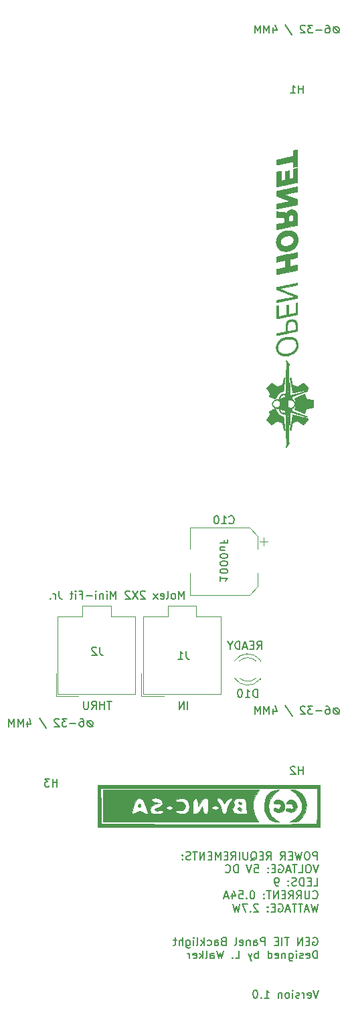
<source format=gbr>
%TF.GenerationSoftware,KiCad,Pcbnew,(5.1.10)-1*%
%TF.CreationDate,2021-11-16T18:42:01+11:00*%
%TF.ProjectId,GEN TIE PCB V2,47454e20-5449-4452-9050-43422056322e,rev?*%
%TF.SameCoordinates,Original*%
%TF.FileFunction,Legend,Bot*%
%TF.FilePolarity,Positive*%
%FSLAX46Y46*%
G04 Gerber Fmt 4.6, Leading zero omitted, Abs format (unit mm)*
G04 Created by KiCad (PCBNEW (5.1.10)-1) date 2021-11-16 18:42:01*
%MOMM*%
%LPD*%
G01*
G04 APERTURE LIST*
%ADD10C,0.150000*%
%ADD11C,0.120000*%
%ADD12C,0.010000*%
G04 APERTURE END LIST*
D10*
X147349619Y-104775809D02*
X147349619Y-105347238D01*
X147349619Y-105061523D02*
X148349619Y-105061523D01*
X148206761Y-105156761D01*
X148111523Y-105252000D01*
X148063904Y-105347238D01*
X148349619Y-104156761D02*
X148349619Y-104061523D01*
X148302000Y-103966285D01*
X148254380Y-103918666D01*
X148159142Y-103871047D01*
X147968666Y-103823428D01*
X147730571Y-103823428D01*
X147540095Y-103871047D01*
X147444857Y-103918666D01*
X147397238Y-103966285D01*
X147349619Y-104061523D01*
X147349619Y-104156761D01*
X147397238Y-104252000D01*
X147444857Y-104299619D01*
X147540095Y-104347238D01*
X147730571Y-104394857D01*
X147968666Y-104394857D01*
X148159142Y-104347238D01*
X148254380Y-104299619D01*
X148302000Y-104252000D01*
X148349619Y-104156761D01*
X148349619Y-103204380D02*
X148349619Y-103109142D01*
X148302000Y-103013904D01*
X148254380Y-102966285D01*
X148159142Y-102918666D01*
X147968666Y-102871047D01*
X147730571Y-102871047D01*
X147540095Y-102918666D01*
X147444857Y-102966285D01*
X147397238Y-103013904D01*
X147349619Y-103109142D01*
X147349619Y-103204380D01*
X147397238Y-103299619D01*
X147444857Y-103347238D01*
X147540095Y-103394857D01*
X147730571Y-103442476D01*
X147968666Y-103442476D01*
X148159142Y-103394857D01*
X148254380Y-103347238D01*
X148302000Y-103299619D01*
X148349619Y-103204380D01*
X148349619Y-102252000D02*
X148349619Y-102156761D01*
X148302000Y-102061523D01*
X148254380Y-102013904D01*
X148159142Y-101966285D01*
X147968666Y-101918666D01*
X147730571Y-101918666D01*
X147540095Y-101966285D01*
X147444857Y-102013904D01*
X147397238Y-102061523D01*
X147349619Y-102156761D01*
X147349619Y-102252000D01*
X147397238Y-102347238D01*
X147444857Y-102394857D01*
X147540095Y-102442476D01*
X147730571Y-102490095D01*
X147968666Y-102490095D01*
X148159142Y-102442476D01*
X148254380Y-102394857D01*
X148302000Y-102347238D01*
X148349619Y-102252000D01*
X148016285Y-101061523D02*
X147349619Y-101061523D01*
X148016285Y-101490095D02*
X147492476Y-101490095D01*
X147397238Y-101442476D01*
X147349619Y-101347238D01*
X147349619Y-101204380D01*
X147397238Y-101109142D01*
X147444857Y-101061523D01*
X147873428Y-100252000D02*
X147873428Y-100585333D01*
X147349619Y-100585333D02*
X148349619Y-100585333D01*
X148349619Y-100109142D01*
X143271809Y-121610380D02*
X143271809Y-120610380D01*
X142795619Y-121610380D02*
X142795619Y-120610380D01*
X142224190Y-121610380D01*
X142224190Y-120610380D01*
X133659333Y-120610380D02*
X133087904Y-120610380D01*
X133373619Y-121610380D02*
X133373619Y-120610380D01*
X132754571Y-121610380D02*
X132754571Y-120610380D01*
X132754571Y-121086571D02*
X132183142Y-121086571D01*
X132183142Y-121610380D02*
X132183142Y-120610380D01*
X131135523Y-121610380D02*
X131468857Y-121134190D01*
X131706952Y-121610380D02*
X131706952Y-120610380D01*
X131326000Y-120610380D01*
X131230761Y-120658000D01*
X131183142Y-120705619D01*
X131135523Y-120800857D01*
X131135523Y-120943714D01*
X131183142Y-121038952D01*
X131230761Y-121086571D01*
X131326000Y-121134190D01*
X131706952Y-121134190D01*
X130706952Y-120610380D02*
X130706952Y-121419904D01*
X130659333Y-121515142D01*
X130611714Y-121562761D01*
X130516476Y-121610380D01*
X130326000Y-121610380D01*
X130230761Y-121562761D01*
X130183142Y-121515142D01*
X130135523Y-121419904D01*
X130135523Y-120610380D01*
X152042000Y-114016380D02*
X152375333Y-113540190D01*
X152613428Y-114016380D02*
X152613428Y-113016380D01*
X152232476Y-113016380D01*
X152137238Y-113064000D01*
X152089619Y-113111619D01*
X152042000Y-113206857D01*
X152042000Y-113349714D01*
X152089619Y-113444952D01*
X152137238Y-113492571D01*
X152232476Y-113540190D01*
X152613428Y-113540190D01*
X151613428Y-113492571D02*
X151280095Y-113492571D01*
X151137238Y-114016380D02*
X151613428Y-114016380D01*
X151613428Y-113016380D01*
X151137238Y-113016380D01*
X150756285Y-113730666D02*
X150280095Y-113730666D01*
X150851523Y-114016380D02*
X150518190Y-113016380D01*
X150184857Y-114016380D01*
X149851523Y-114016380D02*
X149851523Y-113016380D01*
X149613428Y-113016380D01*
X149470571Y-113064000D01*
X149375333Y-113159238D01*
X149327714Y-113254476D01*
X149280095Y-113444952D01*
X149280095Y-113587809D01*
X149327714Y-113778285D01*
X149375333Y-113873523D01*
X149470571Y-113968761D01*
X149613428Y-114016380D01*
X149851523Y-114016380D01*
X148661047Y-113540190D02*
X148661047Y-114016380D01*
X148994380Y-113016380D02*
X148661047Y-113540190D01*
X148327714Y-113016380D01*
X159160595Y-150567000D02*
X159255833Y-150519380D01*
X159398690Y-150519380D01*
X159541547Y-150567000D01*
X159636785Y-150662238D01*
X159684404Y-150757476D01*
X159732023Y-150947952D01*
X159732023Y-151090809D01*
X159684404Y-151281285D01*
X159636785Y-151376523D01*
X159541547Y-151471761D01*
X159398690Y-151519380D01*
X159303452Y-151519380D01*
X159160595Y-151471761D01*
X159112976Y-151424142D01*
X159112976Y-151090809D01*
X159303452Y-151090809D01*
X158684404Y-150995571D02*
X158351071Y-150995571D01*
X158208214Y-151519380D02*
X158684404Y-151519380D01*
X158684404Y-150519380D01*
X158208214Y-150519380D01*
X157779642Y-151519380D02*
X157779642Y-150519380D01*
X157208214Y-151519380D01*
X157208214Y-150519380D01*
X156112976Y-150519380D02*
X155541547Y-150519380D01*
X155827261Y-151519380D02*
X155827261Y-150519380D01*
X155208214Y-151519380D02*
X155208214Y-150519380D01*
X154732023Y-150995571D02*
X154398690Y-150995571D01*
X154255833Y-151519380D02*
X154732023Y-151519380D01*
X154732023Y-150519380D01*
X154255833Y-150519380D01*
X153065357Y-151519380D02*
X153065357Y-150519380D01*
X152684404Y-150519380D01*
X152589166Y-150567000D01*
X152541547Y-150614619D01*
X152493928Y-150709857D01*
X152493928Y-150852714D01*
X152541547Y-150947952D01*
X152589166Y-150995571D01*
X152684404Y-151043190D01*
X153065357Y-151043190D01*
X151636785Y-151519380D02*
X151636785Y-150995571D01*
X151684404Y-150900333D01*
X151779642Y-150852714D01*
X151970119Y-150852714D01*
X152065357Y-150900333D01*
X151636785Y-151471761D02*
X151732023Y-151519380D01*
X151970119Y-151519380D01*
X152065357Y-151471761D01*
X152112976Y-151376523D01*
X152112976Y-151281285D01*
X152065357Y-151186047D01*
X151970119Y-151138428D01*
X151732023Y-151138428D01*
X151636785Y-151090809D01*
X151160595Y-150852714D02*
X151160595Y-151519380D01*
X151160595Y-150947952D02*
X151112976Y-150900333D01*
X151017738Y-150852714D01*
X150874880Y-150852714D01*
X150779642Y-150900333D01*
X150732023Y-150995571D01*
X150732023Y-151519380D01*
X149874880Y-151471761D02*
X149970119Y-151519380D01*
X150160595Y-151519380D01*
X150255833Y-151471761D01*
X150303452Y-151376523D01*
X150303452Y-150995571D01*
X150255833Y-150900333D01*
X150160595Y-150852714D01*
X149970119Y-150852714D01*
X149874880Y-150900333D01*
X149827261Y-150995571D01*
X149827261Y-151090809D01*
X150303452Y-151186047D01*
X149255833Y-151519380D02*
X149351071Y-151471761D01*
X149398690Y-151376523D01*
X149398690Y-150519380D01*
X147779642Y-150995571D02*
X147636785Y-151043190D01*
X147589166Y-151090809D01*
X147541547Y-151186047D01*
X147541547Y-151328904D01*
X147589166Y-151424142D01*
X147636785Y-151471761D01*
X147732023Y-151519380D01*
X148112976Y-151519380D01*
X148112976Y-150519380D01*
X147779642Y-150519380D01*
X147684404Y-150567000D01*
X147636785Y-150614619D01*
X147589166Y-150709857D01*
X147589166Y-150805095D01*
X147636785Y-150900333D01*
X147684404Y-150947952D01*
X147779642Y-150995571D01*
X148112976Y-150995571D01*
X146684404Y-151519380D02*
X146684404Y-150995571D01*
X146732023Y-150900333D01*
X146827261Y-150852714D01*
X147017738Y-150852714D01*
X147112976Y-150900333D01*
X146684404Y-151471761D02*
X146779642Y-151519380D01*
X147017738Y-151519380D01*
X147112976Y-151471761D01*
X147160595Y-151376523D01*
X147160595Y-151281285D01*
X147112976Y-151186047D01*
X147017738Y-151138428D01*
X146779642Y-151138428D01*
X146684404Y-151090809D01*
X145779642Y-151471761D02*
X145874880Y-151519380D01*
X146065357Y-151519380D01*
X146160595Y-151471761D01*
X146208214Y-151424142D01*
X146255833Y-151328904D01*
X146255833Y-151043190D01*
X146208214Y-150947952D01*
X146160595Y-150900333D01*
X146065357Y-150852714D01*
X145874880Y-150852714D01*
X145779642Y-150900333D01*
X145351071Y-151519380D02*
X145351071Y-150519380D01*
X145255833Y-151138428D02*
X144970119Y-151519380D01*
X144970119Y-150852714D02*
X145351071Y-151233666D01*
X144398690Y-151519380D02*
X144493928Y-151471761D01*
X144541547Y-151376523D01*
X144541547Y-150519380D01*
X144017738Y-151519380D02*
X144017738Y-150852714D01*
X144017738Y-150519380D02*
X144065357Y-150567000D01*
X144017738Y-150614619D01*
X143970119Y-150567000D01*
X144017738Y-150519380D01*
X144017738Y-150614619D01*
X143112976Y-150852714D02*
X143112976Y-151662238D01*
X143160595Y-151757476D01*
X143208214Y-151805095D01*
X143303452Y-151852714D01*
X143446309Y-151852714D01*
X143541547Y-151805095D01*
X143112976Y-151471761D02*
X143208214Y-151519380D01*
X143398690Y-151519380D01*
X143493928Y-151471761D01*
X143541547Y-151424142D01*
X143589166Y-151328904D01*
X143589166Y-151043190D01*
X143541547Y-150947952D01*
X143493928Y-150900333D01*
X143398690Y-150852714D01*
X143208214Y-150852714D01*
X143112976Y-150900333D01*
X142636785Y-151519380D02*
X142636785Y-150519380D01*
X142208214Y-151519380D02*
X142208214Y-150995571D01*
X142255833Y-150900333D01*
X142351071Y-150852714D01*
X142493928Y-150852714D01*
X142589166Y-150900333D01*
X142636785Y-150947952D01*
X141874880Y-150852714D02*
X141493928Y-150852714D01*
X141732023Y-150519380D02*
X141732023Y-151376523D01*
X141684404Y-151471761D01*
X141589166Y-151519380D01*
X141493928Y-151519380D01*
X159684404Y-153169380D02*
X159684404Y-152169380D01*
X159446309Y-152169380D01*
X159303452Y-152217000D01*
X159208214Y-152312238D01*
X159160595Y-152407476D01*
X159112976Y-152597952D01*
X159112976Y-152740809D01*
X159160595Y-152931285D01*
X159208214Y-153026523D01*
X159303452Y-153121761D01*
X159446309Y-153169380D01*
X159684404Y-153169380D01*
X158303452Y-153121761D02*
X158398690Y-153169380D01*
X158589166Y-153169380D01*
X158684404Y-153121761D01*
X158732023Y-153026523D01*
X158732023Y-152645571D01*
X158684404Y-152550333D01*
X158589166Y-152502714D01*
X158398690Y-152502714D01*
X158303452Y-152550333D01*
X158255833Y-152645571D01*
X158255833Y-152740809D01*
X158732023Y-152836047D01*
X157874880Y-153121761D02*
X157779642Y-153169380D01*
X157589166Y-153169380D01*
X157493928Y-153121761D01*
X157446309Y-153026523D01*
X157446309Y-152978904D01*
X157493928Y-152883666D01*
X157589166Y-152836047D01*
X157732023Y-152836047D01*
X157827261Y-152788428D01*
X157874880Y-152693190D01*
X157874880Y-152645571D01*
X157827261Y-152550333D01*
X157732023Y-152502714D01*
X157589166Y-152502714D01*
X157493928Y-152550333D01*
X157017738Y-153169380D02*
X157017738Y-152502714D01*
X157017738Y-152169380D02*
X157065357Y-152217000D01*
X157017738Y-152264619D01*
X156970119Y-152217000D01*
X157017738Y-152169380D01*
X157017738Y-152264619D01*
X156112976Y-152502714D02*
X156112976Y-153312238D01*
X156160595Y-153407476D01*
X156208214Y-153455095D01*
X156303452Y-153502714D01*
X156446309Y-153502714D01*
X156541547Y-153455095D01*
X156112976Y-153121761D02*
X156208214Y-153169380D01*
X156398690Y-153169380D01*
X156493928Y-153121761D01*
X156541547Y-153074142D01*
X156589166Y-152978904D01*
X156589166Y-152693190D01*
X156541547Y-152597952D01*
X156493928Y-152550333D01*
X156398690Y-152502714D01*
X156208214Y-152502714D01*
X156112976Y-152550333D01*
X155636785Y-152502714D02*
X155636785Y-153169380D01*
X155636785Y-152597952D02*
X155589166Y-152550333D01*
X155493928Y-152502714D01*
X155351071Y-152502714D01*
X155255833Y-152550333D01*
X155208214Y-152645571D01*
X155208214Y-153169380D01*
X154351071Y-153121761D02*
X154446309Y-153169380D01*
X154636785Y-153169380D01*
X154732023Y-153121761D01*
X154779642Y-153026523D01*
X154779642Y-152645571D01*
X154732023Y-152550333D01*
X154636785Y-152502714D01*
X154446309Y-152502714D01*
X154351071Y-152550333D01*
X154303452Y-152645571D01*
X154303452Y-152740809D01*
X154779642Y-152836047D01*
X153446309Y-153169380D02*
X153446309Y-152169380D01*
X153446309Y-153121761D02*
X153541547Y-153169380D01*
X153732023Y-153169380D01*
X153827261Y-153121761D01*
X153874880Y-153074142D01*
X153922500Y-152978904D01*
X153922500Y-152693190D01*
X153874880Y-152597952D01*
X153827261Y-152550333D01*
X153732023Y-152502714D01*
X153541547Y-152502714D01*
X153446309Y-152550333D01*
X152208214Y-153169380D02*
X152208214Y-152169380D01*
X152208214Y-152550333D02*
X152112976Y-152502714D01*
X151922500Y-152502714D01*
X151827261Y-152550333D01*
X151779642Y-152597952D01*
X151732023Y-152693190D01*
X151732023Y-152978904D01*
X151779642Y-153074142D01*
X151827261Y-153121761D01*
X151922500Y-153169380D01*
X152112976Y-153169380D01*
X152208214Y-153121761D01*
X151398690Y-152502714D02*
X151160595Y-153169380D01*
X150922500Y-152502714D02*
X151160595Y-153169380D01*
X151255833Y-153407476D01*
X151303452Y-153455095D01*
X151398690Y-153502714D01*
X149303452Y-153169380D02*
X149779642Y-153169380D01*
X149779642Y-152169380D01*
X148970119Y-153074142D02*
X148922500Y-153121761D01*
X148970119Y-153169380D01*
X149017738Y-153121761D01*
X148970119Y-153074142D01*
X148970119Y-153169380D01*
X147827261Y-152169380D02*
X147589166Y-153169380D01*
X147398690Y-152455095D01*
X147208214Y-153169380D01*
X146970119Y-152169380D01*
X146160595Y-153169380D02*
X146160595Y-152645571D01*
X146208214Y-152550333D01*
X146303452Y-152502714D01*
X146493928Y-152502714D01*
X146589166Y-152550333D01*
X146160595Y-153121761D02*
X146255833Y-153169380D01*
X146493928Y-153169380D01*
X146589166Y-153121761D01*
X146636785Y-153026523D01*
X146636785Y-152931285D01*
X146589166Y-152836047D01*
X146493928Y-152788428D01*
X146255833Y-152788428D01*
X146160595Y-152740809D01*
X145541547Y-153169380D02*
X145636785Y-153121761D01*
X145684404Y-153026523D01*
X145684404Y-152169380D01*
X145160595Y-153169380D02*
X145160595Y-152169380D01*
X145065357Y-152788428D02*
X144779642Y-153169380D01*
X144779642Y-152502714D02*
X145160595Y-152883666D01*
X143970119Y-153121761D02*
X144065357Y-153169380D01*
X144255833Y-153169380D01*
X144351071Y-153121761D01*
X144398690Y-153026523D01*
X144398690Y-152645571D01*
X144351071Y-152550333D01*
X144255833Y-152502714D01*
X144065357Y-152502714D01*
X143970119Y-152550333D01*
X143922500Y-152645571D01*
X143922500Y-152740809D01*
X144398690Y-152836047D01*
X143493928Y-153169380D02*
X143493928Y-152502714D01*
X143493928Y-152693190D02*
X143446309Y-152597952D01*
X143398690Y-152550333D01*
X143303452Y-152502714D01*
X143208214Y-152502714D01*
X142818380Y-107640380D02*
X142818380Y-106640380D01*
X142485047Y-107354666D01*
X142151714Y-106640380D01*
X142151714Y-107640380D01*
X141532666Y-107640380D02*
X141627904Y-107592761D01*
X141675523Y-107545142D01*
X141723142Y-107449904D01*
X141723142Y-107164190D01*
X141675523Y-107068952D01*
X141627904Y-107021333D01*
X141532666Y-106973714D01*
X141389809Y-106973714D01*
X141294571Y-107021333D01*
X141246952Y-107068952D01*
X141199333Y-107164190D01*
X141199333Y-107449904D01*
X141246952Y-107545142D01*
X141294571Y-107592761D01*
X141389809Y-107640380D01*
X141532666Y-107640380D01*
X140627904Y-107640380D02*
X140723142Y-107592761D01*
X140770761Y-107497523D01*
X140770761Y-106640380D01*
X139866000Y-107592761D02*
X139961238Y-107640380D01*
X140151714Y-107640380D01*
X140246952Y-107592761D01*
X140294571Y-107497523D01*
X140294571Y-107116571D01*
X140246952Y-107021333D01*
X140151714Y-106973714D01*
X139961238Y-106973714D01*
X139866000Y-107021333D01*
X139818380Y-107116571D01*
X139818380Y-107211809D01*
X140294571Y-107307047D01*
X139485047Y-107640380D02*
X138961238Y-106973714D01*
X139485047Y-106973714D02*
X138961238Y-107640380D01*
X137866000Y-106735619D02*
X137818380Y-106688000D01*
X137723142Y-106640380D01*
X137485047Y-106640380D01*
X137389809Y-106688000D01*
X137342190Y-106735619D01*
X137294571Y-106830857D01*
X137294571Y-106926095D01*
X137342190Y-107068952D01*
X137913619Y-107640380D01*
X137294571Y-107640380D01*
X136961238Y-106640380D02*
X136294571Y-107640380D01*
X136294571Y-106640380D02*
X136961238Y-107640380D01*
X135961238Y-106735619D02*
X135913619Y-106688000D01*
X135818380Y-106640380D01*
X135580285Y-106640380D01*
X135485047Y-106688000D01*
X135437428Y-106735619D01*
X135389809Y-106830857D01*
X135389809Y-106926095D01*
X135437428Y-107068952D01*
X136008857Y-107640380D01*
X135389809Y-107640380D01*
X134199333Y-107640380D02*
X134199333Y-106640380D01*
X133866000Y-107354666D01*
X133532666Y-106640380D01*
X133532666Y-107640380D01*
X133056476Y-107640380D02*
X133056476Y-106973714D01*
X133056476Y-106640380D02*
X133104095Y-106688000D01*
X133056476Y-106735619D01*
X133008857Y-106688000D01*
X133056476Y-106640380D01*
X133056476Y-106735619D01*
X132580285Y-106973714D02*
X132580285Y-107640380D01*
X132580285Y-107068952D02*
X132532666Y-107021333D01*
X132437428Y-106973714D01*
X132294571Y-106973714D01*
X132199333Y-107021333D01*
X132151714Y-107116571D01*
X132151714Y-107640380D01*
X131675523Y-107640380D02*
X131675523Y-106973714D01*
X131675523Y-106640380D02*
X131723142Y-106688000D01*
X131675523Y-106735619D01*
X131627904Y-106688000D01*
X131675523Y-106640380D01*
X131675523Y-106735619D01*
X131199333Y-107259428D02*
X130437428Y-107259428D01*
X129627904Y-107116571D02*
X129961238Y-107116571D01*
X129961238Y-107640380D02*
X129961238Y-106640380D01*
X129485047Y-106640380D01*
X129104095Y-107640380D02*
X129104095Y-106973714D01*
X129104095Y-106640380D02*
X129151714Y-106688000D01*
X129104095Y-106735619D01*
X129056476Y-106688000D01*
X129104095Y-106640380D01*
X129104095Y-106735619D01*
X128770761Y-106973714D02*
X128389809Y-106973714D01*
X128627904Y-106640380D02*
X128627904Y-107497523D01*
X128580285Y-107592761D01*
X128485047Y-107640380D01*
X128389809Y-107640380D01*
X127008857Y-106640380D02*
X127008857Y-107354666D01*
X127056476Y-107497523D01*
X127151714Y-107592761D01*
X127294571Y-107640380D01*
X127389809Y-107640380D01*
X126532666Y-107640380D02*
X126532666Y-106973714D01*
X126532666Y-107164190D02*
X126485047Y-107068952D01*
X126437428Y-107021333D01*
X126342190Y-106973714D01*
X126246952Y-106973714D01*
X125913619Y-107545142D02*
X125866000Y-107592761D01*
X125913619Y-107640380D01*
X125961238Y-107592761D01*
X125913619Y-107545142D01*
X125913619Y-107640380D01*
X159684404Y-140662380D02*
X159684404Y-139662380D01*
X159303452Y-139662380D01*
X159208214Y-139710000D01*
X159160595Y-139757619D01*
X159112976Y-139852857D01*
X159112976Y-139995714D01*
X159160595Y-140090952D01*
X159208214Y-140138571D01*
X159303452Y-140186190D01*
X159684404Y-140186190D01*
X158493928Y-139662380D02*
X158303452Y-139662380D01*
X158208214Y-139710000D01*
X158112976Y-139805238D01*
X158065357Y-139995714D01*
X158065357Y-140329047D01*
X158112976Y-140519523D01*
X158208214Y-140614761D01*
X158303452Y-140662380D01*
X158493928Y-140662380D01*
X158589166Y-140614761D01*
X158684404Y-140519523D01*
X158732023Y-140329047D01*
X158732023Y-139995714D01*
X158684404Y-139805238D01*
X158589166Y-139710000D01*
X158493928Y-139662380D01*
X157732023Y-139662380D02*
X157493928Y-140662380D01*
X157303452Y-139948095D01*
X157112976Y-140662380D01*
X156874880Y-139662380D01*
X156493928Y-140138571D02*
X156160595Y-140138571D01*
X156017738Y-140662380D02*
X156493928Y-140662380D01*
X156493928Y-139662380D01*
X156017738Y-139662380D01*
X155017738Y-140662380D02*
X155351071Y-140186190D01*
X155589166Y-140662380D02*
X155589166Y-139662380D01*
X155208214Y-139662380D01*
X155112976Y-139710000D01*
X155065357Y-139757619D01*
X155017738Y-139852857D01*
X155017738Y-139995714D01*
X155065357Y-140090952D01*
X155112976Y-140138571D01*
X155208214Y-140186190D01*
X155589166Y-140186190D01*
X153255833Y-140662380D02*
X153589166Y-140186190D01*
X153827261Y-140662380D02*
X153827261Y-139662380D01*
X153446309Y-139662380D01*
X153351071Y-139710000D01*
X153303452Y-139757619D01*
X153255833Y-139852857D01*
X153255833Y-139995714D01*
X153303452Y-140090952D01*
X153351071Y-140138571D01*
X153446309Y-140186190D01*
X153827261Y-140186190D01*
X152827261Y-140138571D02*
X152493928Y-140138571D01*
X152351071Y-140662380D02*
X152827261Y-140662380D01*
X152827261Y-139662380D01*
X152351071Y-139662380D01*
X151255833Y-140757619D02*
X151351071Y-140710000D01*
X151446309Y-140614761D01*
X151589166Y-140471904D01*
X151684404Y-140424285D01*
X151779642Y-140424285D01*
X151732023Y-140662380D02*
X151827261Y-140614761D01*
X151922500Y-140519523D01*
X151970119Y-140329047D01*
X151970119Y-139995714D01*
X151922500Y-139805238D01*
X151827261Y-139710000D01*
X151732023Y-139662380D01*
X151541547Y-139662380D01*
X151446309Y-139710000D01*
X151351071Y-139805238D01*
X151303452Y-139995714D01*
X151303452Y-140329047D01*
X151351071Y-140519523D01*
X151446309Y-140614761D01*
X151541547Y-140662380D01*
X151732023Y-140662380D01*
X150874880Y-139662380D02*
X150874880Y-140471904D01*
X150827261Y-140567142D01*
X150779642Y-140614761D01*
X150684404Y-140662380D01*
X150493928Y-140662380D01*
X150398690Y-140614761D01*
X150351071Y-140567142D01*
X150303452Y-140471904D01*
X150303452Y-139662380D01*
X149827261Y-140662380D02*
X149827261Y-139662380D01*
X148779642Y-140662380D02*
X149112976Y-140186190D01*
X149351071Y-140662380D02*
X149351071Y-139662380D01*
X148970119Y-139662380D01*
X148874880Y-139710000D01*
X148827261Y-139757619D01*
X148779642Y-139852857D01*
X148779642Y-139995714D01*
X148827261Y-140090952D01*
X148874880Y-140138571D01*
X148970119Y-140186190D01*
X149351071Y-140186190D01*
X148351071Y-140138571D02*
X148017738Y-140138571D01*
X147874880Y-140662380D02*
X148351071Y-140662380D01*
X148351071Y-139662380D01*
X147874880Y-139662380D01*
X147446309Y-140662380D02*
X147446309Y-139662380D01*
X147112976Y-140376666D01*
X146779642Y-139662380D01*
X146779642Y-140662380D01*
X146303452Y-140138571D02*
X145970119Y-140138571D01*
X145827261Y-140662380D02*
X146303452Y-140662380D01*
X146303452Y-139662380D01*
X145827261Y-139662380D01*
X145398690Y-140662380D02*
X145398690Y-139662380D01*
X144827261Y-140662380D01*
X144827261Y-139662380D01*
X144493928Y-139662380D02*
X143922500Y-139662380D01*
X144208214Y-140662380D02*
X144208214Y-139662380D01*
X143636785Y-140614761D02*
X143493928Y-140662380D01*
X143255833Y-140662380D01*
X143160595Y-140614761D01*
X143112976Y-140567142D01*
X143065357Y-140471904D01*
X143065357Y-140376666D01*
X143112976Y-140281428D01*
X143160595Y-140233809D01*
X143255833Y-140186190D01*
X143446309Y-140138571D01*
X143541547Y-140090952D01*
X143589166Y-140043333D01*
X143636785Y-139948095D01*
X143636785Y-139852857D01*
X143589166Y-139757619D01*
X143541547Y-139710000D01*
X143446309Y-139662380D01*
X143208214Y-139662380D01*
X143065357Y-139710000D01*
X142636785Y-140567142D02*
X142589166Y-140614761D01*
X142636785Y-140662380D01*
X142684404Y-140614761D01*
X142636785Y-140567142D01*
X142636785Y-140662380D01*
X142636785Y-140043333D02*
X142589166Y-140090952D01*
X142636785Y-140138571D01*
X142684404Y-140090952D01*
X142636785Y-140043333D01*
X142636785Y-140138571D01*
X159827261Y-141312380D02*
X159493928Y-142312380D01*
X159160595Y-141312380D01*
X158636785Y-141312380D02*
X158446309Y-141312380D01*
X158351071Y-141360000D01*
X158255833Y-141455238D01*
X158208214Y-141645714D01*
X158208214Y-141979047D01*
X158255833Y-142169523D01*
X158351071Y-142264761D01*
X158446309Y-142312380D01*
X158636785Y-142312380D01*
X158732023Y-142264761D01*
X158827261Y-142169523D01*
X158874880Y-141979047D01*
X158874880Y-141645714D01*
X158827261Y-141455238D01*
X158732023Y-141360000D01*
X158636785Y-141312380D01*
X157303452Y-142312380D02*
X157779642Y-142312380D01*
X157779642Y-141312380D01*
X157112976Y-141312380D02*
X156541547Y-141312380D01*
X156827261Y-142312380D02*
X156827261Y-141312380D01*
X156255833Y-142026666D02*
X155779642Y-142026666D01*
X156351071Y-142312380D02*
X156017738Y-141312380D01*
X155684404Y-142312380D01*
X154827261Y-141360000D02*
X154922500Y-141312380D01*
X155065357Y-141312380D01*
X155208214Y-141360000D01*
X155303452Y-141455238D01*
X155351071Y-141550476D01*
X155398690Y-141740952D01*
X155398690Y-141883809D01*
X155351071Y-142074285D01*
X155303452Y-142169523D01*
X155208214Y-142264761D01*
X155065357Y-142312380D01*
X154970119Y-142312380D01*
X154827261Y-142264761D01*
X154779642Y-142217142D01*
X154779642Y-141883809D01*
X154970119Y-141883809D01*
X154351071Y-141788571D02*
X154017738Y-141788571D01*
X153874880Y-142312380D02*
X154351071Y-142312380D01*
X154351071Y-141312380D01*
X153874880Y-141312380D01*
X153446309Y-142217142D02*
X153398690Y-142264761D01*
X153446309Y-142312380D01*
X153493928Y-142264761D01*
X153446309Y-142217142D01*
X153446309Y-142312380D01*
X153446309Y-141693333D02*
X153398690Y-141740952D01*
X153446309Y-141788571D01*
X153493928Y-141740952D01*
X153446309Y-141693333D01*
X153446309Y-141788571D01*
X151732023Y-141312380D02*
X152208214Y-141312380D01*
X152255833Y-141788571D01*
X152208214Y-141740952D01*
X152112976Y-141693333D01*
X151874880Y-141693333D01*
X151779642Y-141740952D01*
X151732023Y-141788571D01*
X151684404Y-141883809D01*
X151684404Y-142121904D01*
X151732023Y-142217142D01*
X151779642Y-142264761D01*
X151874880Y-142312380D01*
X152112976Y-142312380D01*
X152208214Y-142264761D01*
X152255833Y-142217142D01*
X151398690Y-141312380D02*
X151065357Y-142312380D01*
X150732023Y-141312380D01*
X149636785Y-142312380D02*
X149636785Y-141312380D01*
X149398690Y-141312380D01*
X149255833Y-141360000D01*
X149160595Y-141455238D01*
X149112976Y-141550476D01*
X149065357Y-141740952D01*
X149065357Y-141883809D01*
X149112976Y-142074285D01*
X149160595Y-142169523D01*
X149255833Y-142264761D01*
X149398690Y-142312380D01*
X149636785Y-142312380D01*
X148065357Y-142217142D02*
X148112976Y-142264761D01*
X148255833Y-142312380D01*
X148351071Y-142312380D01*
X148493928Y-142264761D01*
X148589166Y-142169523D01*
X148636785Y-142074285D01*
X148684404Y-141883809D01*
X148684404Y-141740952D01*
X148636785Y-141550476D01*
X148589166Y-141455238D01*
X148493928Y-141360000D01*
X148351071Y-141312380D01*
X148255833Y-141312380D01*
X148112976Y-141360000D01*
X148065357Y-141407619D01*
X159208214Y-143962380D02*
X159684404Y-143962380D01*
X159684404Y-142962380D01*
X158874880Y-143438571D02*
X158541547Y-143438571D01*
X158398690Y-143962380D02*
X158874880Y-143962380D01*
X158874880Y-142962380D01*
X158398690Y-142962380D01*
X157970119Y-143962380D02*
X157970119Y-142962380D01*
X157732023Y-142962380D01*
X157589166Y-143010000D01*
X157493928Y-143105238D01*
X157446309Y-143200476D01*
X157398690Y-143390952D01*
X157398690Y-143533809D01*
X157446309Y-143724285D01*
X157493928Y-143819523D01*
X157589166Y-143914761D01*
X157732023Y-143962380D01*
X157970119Y-143962380D01*
X157017738Y-143914761D02*
X156874880Y-143962380D01*
X156636785Y-143962380D01*
X156541547Y-143914761D01*
X156493928Y-143867142D01*
X156446309Y-143771904D01*
X156446309Y-143676666D01*
X156493928Y-143581428D01*
X156541547Y-143533809D01*
X156636785Y-143486190D01*
X156827261Y-143438571D01*
X156922500Y-143390952D01*
X156970119Y-143343333D01*
X157017738Y-143248095D01*
X157017738Y-143152857D01*
X156970119Y-143057619D01*
X156922500Y-143010000D01*
X156827261Y-142962380D01*
X156589166Y-142962380D01*
X156446309Y-143010000D01*
X156017738Y-143867142D02*
X155970119Y-143914761D01*
X156017738Y-143962380D01*
X156065357Y-143914761D01*
X156017738Y-143867142D01*
X156017738Y-143962380D01*
X156017738Y-143343333D02*
X155970119Y-143390952D01*
X156017738Y-143438571D01*
X156065357Y-143390952D01*
X156017738Y-143343333D01*
X156017738Y-143438571D01*
X154732023Y-143962380D02*
X154541547Y-143962380D01*
X154446309Y-143914761D01*
X154398690Y-143867142D01*
X154303452Y-143724285D01*
X154255833Y-143533809D01*
X154255833Y-143152857D01*
X154303452Y-143057619D01*
X154351071Y-143010000D01*
X154446309Y-142962380D01*
X154636785Y-142962380D01*
X154732023Y-143010000D01*
X154779642Y-143057619D01*
X154827261Y-143152857D01*
X154827261Y-143390952D01*
X154779642Y-143486190D01*
X154732023Y-143533809D01*
X154636785Y-143581428D01*
X154446309Y-143581428D01*
X154351071Y-143533809D01*
X154303452Y-143486190D01*
X154255833Y-143390952D01*
X159112976Y-145517142D02*
X159160595Y-145564761D01*
X159303452Y-145612380D01*
X159398690Y-145612380D01*
X159541547Y-145564761D01*
X159636785Y-145469523D01*
X159684404Y-145374285D01*
X159732023Y-145183809D01*
X159732023Y-145040952D01*
X159684404Y-144850476D01*
X159636785Y-144755238D01*
X159541547Y-144660000D01*
X159398690Y-144612380D01*
X159303452Y-144612380D01*
X159160595Y-144660000D01*
X159112976Y-144707619D01*
X158684404Y-144612380D02*
X158684404Y-145421904D01*
X158636785Y-145517142D01*
X158589166Y-145564761D01*
X158493928Y-145612380D01*
X158303452Y-145612380D01*
X158208214Y-145564761D01*
X158160595Y-145517142D01*
X158112976Y-145421904D01*
X158112976Y-144612380D01*
X157065357Y-145612380D02*
X157398690Y-145136190D01*
X157636785Y-145612380D02*
X157636785Y-144612380D01*
X157255833Y-144612380D01*
X157160595Y-144660000D01*
X157112976Y-144707619D01*
X157065357Y-144802857D01*
X157065357Y-144945714D01*
X157112976Y-145040952D01*
X157160595Y-145088571D01*
X157255833Y-145136190D01*
X157636785Y-145136190D01*
X156065357Y-145612380D02*
X156398690Y-145136190D01*
X156636785Y-145612380D02*
X156636785Y-144612380D01*
X156255833Y-144612380D01*
X156160595Y-144660000D01*
X156112976Y-144707619D01*
X156065357Y-144802857D01*
X156065357Y-144945714D01*
X156112976Y-145040952D01*
X156160595Y-145088571D01*
X156255833Y-145136190D01*
X156636785Y-145136190D01*
X155636785Y-145088571D02*
X155303452Y-145088571D01*
X155160595Y-145612380D02*
X155636785Y-145612380D01*
X155636785Y-144612380D01*
X155160595Y-144612380D01*
X154732023Y-145612380D02*
X154732023Y-144612380D01*
X154160595Y-145612380D01*
X154160595Y-144612380D01*
X153827261Y-144612380D02*
X153255833Y-144612380D01*
X153541547Y-145612380D02*
X153541547Y-144612380D01*
X152922500Y-145517142D02*
X152874880Y-145564761D01*
X152922500Y-145612380D01*
X152970119Y-145564761D01*
X152922500Y-145517142D01*
X152922500Y-145612380D01*
X152922500Y-144993333D02*
X152874880Y-145040952D01*
X152922500Y-145088571D01*
X152970119Y-145040952D01*
X152922500Y-144993333D01*
X152922500Y-145088571D01*
X151493928Y-144612380D02*
X151398690Y-144612380D01*
X151303452Y-144660000D01*
X151255833Y-144707619D01*
X151208214Y-144802857D01*
X151160595Y-144993333D01*
X151160595Y-145231428D01*
X151208214Y-145421904D01*
X151255833Y-145517142D01*
X151303452Y-145564761D01*
X151398690Y-145612380D01*
X151493928Y-145612380D01*
X151589166Y-145564761D01*
X151636785Y-145517142D01*
X151684404Y-145421904D01*
X151732023Y-145231428D01*
X151732023Y-144993333D01*
X151684404Y-144802857D01*
X151636785Y-144707619D01*
X151589166Y-144660000D01*
X151493928Y-144612380D01*
X150732023Y-145517142D02*
X150684404Y-145564761D01*
X150732023Y-145612380D01*
X150779642Y-145564761D01*
X150732023Y-145517142D01*
X150732023Y-145612380D01*
X149779642Y-144612380D02*
X150255833Y-144612380D01*
X150303452Y-145088571D01*
X150255833Y-145040952D01*
X150160595Y-144993333D01*
X149922500Y-144993333D01*
X149827261Y-145040952D01*
X149779642Y-145088571D01*
X149732023Y-145183809D01*
X149732023Y-145421904D01*
X149779642Y-145517142D01*
X149827261Y-145564761D01*
X149922500Y-145612380D01*
X150160595Y-145612380D01*
X150255833Y-145564761D01*
X150303452Y-145517142D01*
X148874880Y-144945714D02*
X148874880Y-145612380D01*
X149112976Y-144564761D02*
X149351071Y-145279047D01*
X148732023Y-145279047D01*
X148398690Y-145326666D02*
X147922500Y-145326666D01*
X148493928Y-145612380D02*
X148160595Y-144612380D01*
X147827261Y-145612380D01*
X159779642Y-146262380D02*
X159541547Y-147262380D01*
X159351071Y-146548095D01*
X159160595Y-147262380D01*
X158922500Y-146262380D01*
X158589166Y-146976666D02*
X158112976Y-146976666D01*
X158684404Y-147262380D02*
X158351071Y-146262380D01*
X158017738Y-147262380D01*
X157827261Y-146262380D02*
X157255833Y-146262380D01*
X157541547Y-147262380D02*
X157541547Y-146262380D01*
X157065357Y-146262380D02*
X156493928Y-146262380D01*
X156779642Y-147262380D02*
X156779642Y-146262380D01*
X156208214Y-146976666D02*
X155732023Y-146976666D01*
X156303452Y-147262380D02*
X155970119Y-146262380D01*
X155636785Y-147262380D01*
X154779642Y-146310000D02*
X154874880Y-146262380D01*
X155017738Y-146262380D01*
X155160595Y-146310000D01*
X155255833Y-146405238D01*
X155303452Y-146500476D01*
X155351071Y-146690952D01*
X155351071Y-146833809D01*
X155303452Y-147024285D01*
X155255833Y-147119523D01*
X155160595Y-147214761D01*
X155017738Y-147262380D01*
X154922500Y-147262380D01*
X154779642Y-147214761D01*
X154732023Y-147167142D01*
X154732023Y-146833809D01*
X154922500Y-146833809D01*
X154303452Y-146738571D02*
X153970119Y-146738571D01*
X153827261Y-147262380D02*
X154303452Y-147262380D01*
X154303452Y-146262380D01*
X153827261Y-146262380D01*
X153398690Y-147167142D02*
X153351071Y-147214761D01*
X153398690Y-147262380D01*
X153446309Y-147214761D01*
X153398690Y-147167142D01*
X153398690Y-147262380D01*
X153398690Y-146643333D02*
X153351071Y-146690952D01*
X153398690Y-146738571D01*
X153446309Y-146690952D01*
X153398690Y-146643333D01*
X153398690Y-146738571D01*
X152208214Y-146357619D02*
X152160595Y-146310000D01*
X152065357Y-146262380D01*
X151827261Y-146262380D01*
X151732023Y-146310000D01*
X151684404Y-146357619D01*
X151636785Y-146452857D01*
X151636785Y-146548095D01*
X151684404Y-146690952D01*
X152255833Y-147262380D01*
X151636785Y-147262380D01*
X151208214Y-147167142D02*
X151160595Y-147214761D01*
X151208214Y-147262380D01*
X151255833Y-147214761D01*
X151208214Y-147167142D01*
X151208214Y-147262380D01*
X150827261Y-146262380D02*
X150160595Y-146262380D01*
X150589166Y-147262380D01*
X149874880Y-146262380D02*
X149636785Y-147262380D01*
X149446309Y-146548095D01*
X149255833Y-147262380D01*
X149017738Y-146262380D01*
X159849761Y-157186380D02*
X159516427Y-158186380D01*
X159183094Y-157186380D01*
X158468808Y-158138761D02*
X158564046Y-158186380D01*
X158754523Y-158186380D01*
X158849761Y-158138761D01*
X158897380Y-158043523D01*
X158897380Y-157662571D01*
X158849761Y-157567333D01*
X158754523Y-157519714D01*
X158564046Y-157519714D01*
X158468808Y-157567333D01*
X158421189Y-157662571D01*
X158421189Y-157757809D01*
X158897380Y-157853047D01*
X157992618Y-158186380D02*
X157992618Y-157519714D01*
X157992618Y-157710190D02*
X157944999Y-157614952D01*
X157897380Y-157567333D01*
X157802142Y-157519714D01*
X157706904Y-157519714D01*
X157421189Y-158138761D02*
X157325951Y-158186380D01*
X157135475Y-158186380D01*
X157040237Y-158138761D01*
X156992618Y-158043523D01*
X156992618Y-157995904D01*
X157040237Y-157900666D01*
X157135475Y-157853047D01*
X157278332Y-157853047D01*
X157373570Y-157805428D01*
X157421189Y-157710190D01*
X157421189Y-157662571D01*
X157373570Y-157567333D01*
X157278332Y-157519714D01*
X157135475Y-157519714D01*
X157040237Y-157567333D01*
X156564046Y-158186380D02*
X156564046Y-157519714D01*
X156564046Y-157186380D02*
X156611665Y-157234000D01*
X156564046Y-157281619D01*
X156516427Y-157234000D01*
X156564046Y-157186380D01*
X156564046Y-157281619D01*
X155944999Y-158186380D02*
X156040237Y-158138761D01*
X156087856Y-158091142D01*
X156135475Y-157995904D01*
X156135475Y-157710190D01*
X156087856Y-157614952D01*
X156040237Y-157567333D01*
X155944999Y-157519714D01*
X155802142Y-157519714D01*
X155706904Y-157567333D01*
X155659285Y-157614952D01*
X155611665Y-157710190D01*
X155611665Y-157995904D01*
X155659285Y-158091142D01*
X155706904Y-158138761D01*
X155802142Y-158186380D01*
X155944999Y-158186380D01*
X155183094Y-157519714D02*
X155183094Y-158186380D01*
X155183094Y-157614952D02*
X155135475Y-157567333D01*
X155040237Y-157519714D01*
X154897380Y-157519714D01*
X154802142Y-157567333D01*
X154754523Y-157662571D01*
X154754523Y-158186380D01*
X152992618Y-158186380D02*
X153564046Y-158186380D01*
X153278332Y-158186380D02*
X153278332Y-157186380D01*
X153373570Y-157329238D01*
X153468808Y-157424476D01*
X153564046Y-157472095D01*
X152564046Y-158091142D02*
X152516427Y-158138761D01*
X152564046Y-158186380D01*
X152611665Y-158138761D01*
X152564046Y-158091142D01*
X152564046Y-158186380D01*
X151897380Y-157186380D02*
X151802142Y-157186380D01*
X151706904Y-157234000D01*
X151659285Y-157281619D01*
X151611665Y-157376857D01*
X151564046Y-157567333D01*
X151564046Y-157805428D01*
X151611665Y-157995904D01*
X151659285Y-158091142D01*
X151706904Y-158138761D01*
X151802142Y-158186380D01*
X151897380Y-158186380D01*
X151992618Y-158138761D01*
X152040237Y-158091142D01*
X152087856Y-157995904D01*
X152135475Y-157805428D01*
X152135475Y-157567333D01*
X152087856Y-157376857D01*
X152040237Y-157281619D01*
X151992618Y-157234000D01*
X151897380Y-157186380D01*
D11*
%TO.C,J1*%
X137412000Y-119948000D02*
X137412000Y-117098000D01*
X140262000Y-119948000D02*
X137412000Y-119948000D01*
X144372000Y-108488000D02*
X142562000Y-108488000D01*
X144372000Y-109888000D02*
X144372000Y-108488000D01*
X147472000Y-109888000D02*
X144372000Y-109888000D01*
X147472000Y-119708000D02*
X147472000Y-109888000D01*
X142562000Y-119708000D02*
X147472000Y-119708000D01*
X140752000Y-108488000D02*
X142562000Y-108488000D01*
X140752000Y-109888000D02*
X140752000Y-108488000D01*
X137652000Y-109888000D02*
X140752000Y-109888000D01*
X137652000Y-119708000D02*
X137652000Y-109888000D01*
X142562000Y-119708000D02*
X137652000Y-119708000D01*
%TO.C,J2*%
X126608000Y-119948000D02*
X126608000Y-117098000D01*
X129458000Y-119948000D02*
X126608000Y-119948000D01*
X133568000Y-108488000D02*
X131758000Y-108488000D01*
X133568000Y-109888000D02*
X133568000Y-108488000D01*
X136668000Y-109888000D02*
X133568000Y-109888000D01*
X136668000Y-119708000D02*
X136668000Y-109888000D01*
X131758000Y-119708000D02*
X136668000Y-119708000D01*
X129948000Y-108488000D02*
X131758000Y-108488000D01*
X129948000Y-109888000D02*
X129948000Y-108488000D01*
X126848000Y-109888000D02*
X129948000Y-109888000D01*
X126848000Y-119708000D02*
X126848000Y-109888000D01*
X131758000Y-119708000D02*
X126848000Y-119708000D01*
%TO.C,C10*%
X143620000Y-107130000D02*
X143620000Y-104380000D01*
X143620000Y-98610000D02*
X143620000Y-101360000D01*
X151075563Y-98610000D02*
X143620000Y-98610000D01*
X151075563Y-107130000D02*
X143620000Y-107130000D01*
X152140000Y-106065563D02*
X152140000Y-104380000D01*
X152140000Y-99674437D02*
X152140000Y-101360000D01*
X152140000Y-99674437D02*
X151075563Y-98610000D01*
X152140000Y-106065563D02*
X151075563Y-107130000D01*
X153380000Y-100360000D02*
X152380000Y-100360000D01*
X152880000Y-99860000D02*
X152880000Y-100860000D01*
%TO.C,D10*%
X152436000Y-117666000D02*
X152436000Y-117822000D01*
X152436000Y-115350000D02*
X152436000Y-115506000D01*
X149834870Y-117665837D02*
G75*
G03*
X151916961Y-117666000I1041130J1079837D01*
G01*
X149834870Y-115506163D02*
G75*
G02*
X151916961Y-115506000I1041130J-1079837D01*
G01*
X149203665Y-117664608D02*
G75*
G03*
X152436000Y-117821516I1672335J1078608D01*
G01*
X149203665Y-115507392D02*
G75*
G02*
X152436000Y-115350484I1672335J-1078608D01*
G01*
D12*
%TO.C,G\u002A\u002A\u002A*%
G36*
X131920199Y-136549391D02*
G01*
X160011590Y-136549391D01*
X160011590Y-131671245D01*
X159675166Y-131671245D01*
X159675166Y-133829965D01*
X159666806Y-134650585D01*
X159643962Y-135346081D01*
X159609985Y-135849127D01*
X159568229Y-136092401D01*
X159562036Y-136101814D01*
X159380140Y-136118859D01*
X158887193Y-136134078D01*
X158108561Y-136147341D01*
X157069612Y-136158518D01*
X155795714Y-136167480D01*
X154312235Y-136174096D01*
X152644542Y-136178236D01*
X150818002Y-136179769D01*
X148857984Y-136178567D01*
X146789855Y-136174498D01*
X145894817Y-136171903D01*
X132340729Y-136128861D01*
X132293793Y-133900053D01*
X132246858Y-131671245D01*
X159675166Y-131671245D01*
X160011590Y-131671245D01*
X160011590Y-131166610D01*
X131920199Y-131166610D01*
X131920199Y-136549391D01*
G37*
X131920199Y-136549391D02*
X160011590Y-136549391D01*
X160011590Y-131671245D01*
X159675166Y-131671245D01*
X159675166Y-133829965D01*
X159666806Y-134650585D01*
X159643962Y-135346081D01*
X159609985Y-135849127D01*
X159568229Y-136092401D01*
X159562036Y-136101814D01*
X159380140Y-136118859D01*
X158887193Y-136134078D01*
X158108561Y-136147341D01*
X157069612Y-136158518D01*
X155795714Y-136167480D01*
X154312235Y-136174096D01*
X152644542Y-136178236D01*
X150818002Y-136179769D01*
X148857984Y-136178567D01*
X146789855Y-136174498D01*
X145894817Y-136171903D01*
X132340729Y-136128861D01*
X132293793Y-133900053D01*
X132246858Y-131671245D01*
X159675166Y-131671245D01*
X160011590Y-131671245D01*
X160011590Y-131166610D01*
X131920199Y-131166610D01*
X131920199Y-136549391D01*
G36*
X156832740Y-132223418D02*
G01*
X157406857Y-132783998D01*
X157708117Y-133473113D01*
X157712489Y-134217650D01*
X157603773Y-134569218D01*
X157267582Y-135098872D01*
X156809349Y-135519675D01*
X156783632Y-135535807D01*
X156226821Y-135875286D01*
X156758557Y-135875914D01*
X157263539Y-135762346D01*
X157708701Y-135379288D01*
X157711525Y-135375937D01*
X158162677Y-134606281D01*
X158294543Y-133786033D01*
X158107122Y-132970606D01*
X157711525Y-132340063D01*
X157252935Y-131948741D01*
X156775734Y-131839457D01*
X156261176Y-131839457D01*
X156832740Y-132223418D01*
G37*
X156832740Y-132223418D02*
X157406857Y-132783998D01*
X157708117Y-133473113D01*
X157712489Y-134217650D01*
X157603773Y-134569218D01*
X157267582Y-135098872D01*
X156809349Y-135519675D01*
X156783632Y-135535807D01*
X156226821Y-135875286D01*
X156758557Y-135875914D01*
X157263539Y-135762346D01*
X157708701Y-135379288D01*
X157711525Y-135375937D01*
X158162677Y-134606281D01*
X158294543Y-133786033D01*
X158107122Y-132970606D01*
X157711525Y-132340063D01*
X157252935Y-131948741D01*
X156775734Y-131839457D01*
X156261176Y-131839457D01*
X156832740Y-132223418D01*
G36*
X154297754Y-131878050D02*
G01*
X153733076Y-132065900D01*
X153320464Y-132482044D01*
X153059919Y-133055337D01*
X152951439Y-133714631D01*
X152995025Y-134388780D01*
X153190676Y-135006636D01*
X153538394Y-135497053D01*
X154038178Y-135788883D01*
X154297754Y-135835445D01*
X154881126Y-135878453D01*
X154420658Y-135620916D01*
X153864657Y-135138403D01*
X153548950Y-134500327D01*
X153473118Y-133786152D01*
X153636738Y-133075342D01*
X154039392Y-132447361D01*
X154439200Y-132114742D01*
X154881126Y-131832537D01*
X154297754Y-131878050D01*
G37*
X154297754Y-131878050D02*
X153733076Y-132065900D01*
X153320464Y-132482044D01*
X153059919Y-133055337D01*
X152951439Y-133714631D01*
X152995025Y-134388780D01*
X153190676Y-135006636D01*
X153538394Y-135497053D01*
X154038178Y-135788883D01*
X154297754Y-135835445D01*
X154881126Y-135878453D01*
X154420658Y-135620916D01*
X153864657Y-135138403D01*
X153548950Y-134500327D01*
X153473118Y-133786152D01*
X153636738Y-133075342D01*
X154039392Y-132447361D01*
X154439200Y-132114742D01*
X154881126Y-131832537D01*
X154297754Y-131878050D01*
G36*
X132593047Y-135876543D02*
G01*
X152228084Y-135876543D01*
X151819217Y-135077537D01*
X151748668Y-134867272D01*
X150776723Y-134867272D01*
X150109238Y-134867272D01*
X149608699Y-134842369D01*
X149224624Y-134780896D01*
X149175678Y-134765169D01*
X148965887Y-134543844D01*
X148914315Y-134215377D01*
X149047903Y-133960778D01*
X149055256Y-133956048D01*
X149137825Y-133741983D01*
X149121235Y-133449240D01*
X149127201Y-133117221D01*
X149338376Y-132974888D01*
X148905862Y-132974888D01*
X148808926Y-133183677D01*
X148580195Y-133512580D01*
X148573179Y-133521576D01*
X148331828Y-133975897D01*
X148240495Y-134404689D01*
X148172489Y-134755504D01*
X147938072Y-134866360D01*
X147900331Y-134867272D01*
X147644468Y-134777663D01*
X147561249Y-134456572D01*
X147560167Y-134404689D01*
X147486778Y-134082624D01*
X147223315Y-134082624D01*
X147108247Y-134257590D01*
X146831254Y-134341865D01*
X146485035Y-134268313D01*
X146263838Y-134080262D01*
X146259423Y-134068265D01*
X146347041Y-133908184D01*
X146708830Y-133858000D01*
X145881788Y-133858000D01*
X145868901Y-134422969D01*
X145813850Y-134728266D01*
X145692047Y-134850183D01*
X145556537Y-134867272D01*
X145283056Y-134743667D01*
X145170675Y-134404689D01*
X145110063Y-133942106D01*
X144880183Y-134404689D01*
X144558260Y-134785452D01*
X144248380Y-134867272D01*
X144023263Y-134845117D01*
X143909442Y-134725039D01*
X143877644Y-134426619D01*
X143893687Y-133989362D01*
X143526076Y-133989362D01*
X143438827Y-134438978D01*
X143232451Y-134689911D01*
X142863095Y-134804117D01*
X142400798Y-134821184D01*
X141979343Y-134751316D01*
X141732516Y-134604718D01*
X141718029Y-134574403D01*
X141725925Y-134554559D01*
X140169906Y-134554559D01*
X140050442Y-134755130D01*
X139794111Y-134843548D01*
X139370892Y-134865792D01*
X138928433Y-134828357D01*
X138657281Y-134750117D01*
X138220702Y-134750117D01*
X138165971Y-134850537D01*
X137989987Y-134867263D01*
X137973373Y-134867272D01*
X137701370Y-134796366D01*
X137639404Y-134699060D01*
X137504565Y-134559705D01*
X137181567Y-134545655D01*
X136792690Y-134652563D01*
X136635500Y-134734745D01*
X136322033Y-134864323D01*
X136196254Y-134737574D01*
X136256489Y-134345429D01*
X136459467Y-133779939D01*
X136743508Y-133186187D01*
X136998496Y-132893242D01*
X137144378Y-132848729D01*
X137338410Y-132862079D01*
X137481422Y-132946775D01*
X137621308Y-133169781D01*
X137805965Y-133598063D01*
X137962671Y-133992832D01*
X138153247Y-134489662D01*
X138220702Y-134750117D01*
X138657281Y-134750117D01*
X138614383Y-134737739D01*
X138558661Y-134689499D01*
X138486033Y-134296646D01*
X138675529Y-133911415D01*
X139066866Y-133637538D01*
X139193182Y-133597629D01*
X139742053Y-133462543D01*
X139195364Y-133397296D01*
X138768270Y-133271148D01*
X138636855Y-133083951D01*
X138797964Y-132916350D01*
X139216821Y-132848729D01*
X139734613Y-132952393D01*
X140044643Y-133208527D01*
X140129864Y-133534846D01*
X139973230Y-133849062D01*
X139557694Y-134068890D01*
X139473609Y-134088312D01*
X139137406Y-134210670D01*
X139072255Y-134367469D01*
X139074071Y-134370508D01*
X139309261Y-134471064D01*
X139673961Y-134443225D01*
X140044312Y-134424665D01*
X140169906Y-134554559D01*
X141725925Y-134554559D01*
X141771609Y-134439753D01*
X142094499Y-134454929D01*
X142134978Y-134462744D01*
X142614279Y-134439815D01*
X142912459Y-134193534D01*
X142922928Y-134110318D01*
X141340066Y-134110318D01*
X141193839Y-134313251D01*
X140919537Y-134362636D01*
X140581314Y-134274900D01*
X140499007Y-134110318D01*
X140645234Y-133907385D01*
X140919537Y-133858000D01*
X141257759Y-133945736D01*
X141340066Y-134110318D01*
X142922928Y-134110318D01*
X142963679Y-133786407D01*
X142940642Y-133697860D01*
X142765115Y-133448739D01*
X142391853Y-133357258D01*
X142239879Y-133353364D01*
X141819291Y-133304078D01*
X141714172Y-133154488D01*
X141717480Y-133143100D01*
X141934647Y-132954126D01*
X142336989Y-132879751D01*
X142792494Y-132922442D01*
X143169151Y-133084664D01*
X143206132Y-133115286D01*
X143447748Y-133502533D01*
X143526076Y-133989362D01*
X143893687Y-133989362D01*
X143896904Y-133901688D01*
X143951305Y-133319713D01*
X144052577Y-133003599D01*
X144223515Y-132883644D01*
X144230308Y-132882280D01*
X144442391Y-132936351D01*
X144550117Y-133244844D01*
X144567149Y-133385282D01*
X144621032Y-133942106D01*
X144919306Y-133395417D01*
X145229796Y-132995191D01*
X145549684Y-132848729D01*
X145735322Y-132886732D01*
X145835634Y-133051878D01*
X145875860Y-133420874D01*
X145881788Y-133858000D01*
X146708830Y-133858000D01*
X147116499Y-133916637D01*
X147223315Y-134082624D01*
X147486778Y-134082624D01*
X147452695Y-133933056D01*
X147227484Y-133521576D01*
X146957126Y-133126695D01*
X146930101Y-132917322D01*
X147143763Y-132849454D01*
X147187021Y-132848729D01*
X147498459Y-132980105D01*
X147704767Y-133203863D01*
X147926552Y-133558998D01*
X148175298Y-133203863D01*
X148430252Y-132960486D01*
X148705154Y-132844984D01*
X148885723Y-132893174D01*
X148905862Y-132974888D01*
X149338376Y-132974888D01*
X149372493Y-132951893D01*
X149463108Y-132926648D01*
X149959522Y-132864496D01*
X150280242Y-132876840D01*
X150506797Y-132943312D01*
X150633907Y-133117517D01*
X150698507Y-133484187D01*
X150726275Y-133900053D01*
X150776723Y-134867272D01*
X151748668Y-134867272D01*
X151522746Y-134193934D01*
X151555006Y-133320674D01*
X151917460Y-132425239D01*
X151940234Y-132386146D01*
X152262495Y-131839457D01*
X132593047Y-131839457D01*
X132593047Y-135876543D01*
G37*
X132593047Y-135876543D02*
X152228084Y-135876543D01*
X151819217Y-135077537D01*
X151748668Y-134867272D01*
X150776723Y-134867272D01*
X150109238Y-134867272D01*
X149608699Y-134842369D01*
X149224624Y-134780896D01*
X149175678Y-134765169D01*
X148965887Y-134543844D01*
X148914315Y-134215377D01*
X149047903Y-133960778D01*
X149055256Y-133956048D01*
X149137825Y-133741983D01*
X149121235Y-133449240D01*
X149127201Y-133117221D01*
X149338376Y-132974888D01*
X148905862Y-132974888D01*
X148808926Y-133183677D01*
X148580195Y-133512580D01*
X148573179Y-133521576D01*
X148331828Y-133975897D01*
X148240495Y-134404689D01*
X148172489Y-134755504D01*
X147938072Y-134866360D01*
X147900331Y-134867272D01*
X147644468Y-134777663D01*
X147561249Y-134456572D01*
X147560167Y-134404689D01*
X147486778Y-134082624D01*
X147223315Y-134082624D01*
X147108247Y-134257590D01*
X146831254Y-134341865D01*
X146485035Y-134268313D01*
X146263838Y-134080262D01*
X146259423Y-134068265D01*
X146347041Y-133908184D01*
X146708830Y-133858000D01*
X145881788Y-133858000D01*
X145868901Y-134422969D01*
X145813850Y-134728266D01*
X145692047Y-134850183D01*
X145556537Y-134867272D01*
X145283056Y-134743667D01*
X145170675Y-134404689D01*
X145110063Y-133942106D01*
X144880183Y-134404689D01*
X144558260Y-134785452D01*
X144248380Y-134867272D01*
X144023263Y-134845117D01*
X143909442Y-134725039D01*
X143877644Y-134426619D01*
X143893687Y-133989362D01*
X143526076Y-133989362D01*
X143438827Y-134438978D01*
X143232451Y-134689911D01*
X142863095Y-134804117D01*
X142400798Y-134821184D01*
X141979343Y-134751316D01*
X141732516Y-134604718D01*
X141718029Y-134574403D01*
X141725925Y-134554559D01*
X140169906Y-134554559D01*
X140050442Y-134755130D01*
X139794111Y-134843548D01*
X139370892Y-134865792D01*
X138928433Y-134828357D01*
X138657281Y-134750117D01*
X138220702Y-134750117D01*
X138165971Y-134850537D01*
X137989987Y-134867263D01*
X137973373Y-134867272D01*
X137701370Y-134796366D01*
X137639404Y-134699060D01*
X137504565Y-134559705D01*
X137181567Y-134545655D01*
X136792690Y-134652563D01*
X136635500Y-134734745D01*
X136322033Y-134864323D01*
X136196254Y-134737574D01*
X136256489Y-134345429D01*
X136459467Y-133779939D01*
X136743508Y-133186187D01*
X136998496Y-132893242D01*
X137144378Y-132848729D01*
X137338410Y-132862079D01*
X137481422Y-132946775D01*
X137621308Y-133169781D01*
X137805965Y-133598063D01*
X137962671Y-133992832D01*
X138153247Y-134489662D01*
X138220702Y-134750117D01*
X138657281Y-134750117D01*
X138614383Y-134737739D01*
X138558661Y-134689499D01*
X138486033Y-134296646D01*
X138675529Y-133911415D01*
X139066866Y-133637538D01*
X139193182Y-133597629D01*
X139742053Y-133462543D01*
X139195364Y-133397296D01*
X138768270Y-133271148D01*
X138636855Y-133083951D01*
X138797964Y-132916350D01*
X139216821Y-132848729D01*
X139734613Y-132952393D01*
X140044643Y-133208527D01*
X140129864Y-133534846D01*
X139973230Y-133849062D01*
X139557694Y-134068890D01*
X139473609Y-134088312D01*
X139137406Y-134210670D01*
X139072255Y-134367469D01*
X139074071Y-134370508D01*
X139309261Y-134471064D01*
X139673961Y-134443225D01*
X140044312Y-134424665D01*
X140169906Y-134554559D01*
X141725925Y-134554559D01*
X141771609Y-134439753D01*
X142094499Y-134454929D01*
X142134978Y-134462744D01*
X142614279Y-134439815D01*
X142912459Y-134193534D01*
X142922928Y-134110318D01*
X141340066Y-134110318D01*
X141193839Y-134313251D01*
X140919537Y-134362636D01*
X140581314Y-134274900D01*
X140499007Y-134110318D01*
X140645234Y-133907385D01*
X140919537Y-133858000D01*
X141257759Y-133945736D01*
X141340066Y-134110318D01*
X142922928Y-134110318D01*
X142963679Y-133786407D01*
X142940642Y-133697860D01*
X142765115Y-133448739D01*
X142391853Y-133357258D01*
X142239879Y-133353364D01*
X141819291Y-133304078D01*
X141714172Y-133154488D01*
X141717480Y-133143100D01*
X141934647Y-132954126D01*
X142336989Y-132879751D01*
X142792494Y-132922442D01*
X143169151Y-133084664D01*
X143206132Y-133115286D01*
X143447748Y-133502533D01*
X143526076Y-133989362D01*
X143893687Y-133989362D01*
X143896904Y-133901688D01*
X143951305Y-133319713D01*
X144052577Y-133003599D01*
X144223515Y-132883644D01*
X144230308Y-132882280D01*
X144442391Y-132936351D01*
X144550117Y-133244844D01*
X144567149Y-133385282D01*
X144621032Y-133942106D01*
X144919306Y-133395417D01*
X145229796Y-132995191D01*
X145549684Y-132848729D01*
X145735322Y-132886732D01*
X145835634Y-133051878D01*
X145875860Y-133420874D01*
X145881788Y-133858000D01*
X146708830Y-133858000D01*
X147116499Y-133916637D01*
X147223315Y-134082624D01*
X147486778Y-134082624D01*
X147452695Y-133933056D01*
X147227484Y-133521576D01*
X146957126Y-133126695D01*
X146930101Y-132917322D01*
X147143763Y-132849454D01*
X147187021Y-132848729D01*
X147498459Y-132980105D01*
X147704767Y-133203863D01*
X147926552Y-133558998D01*
X148175298Y-133203863D01*
X148430252Y-132960486D01*
X148705154Y-132844984D01*
X148885723Y-132893174D01*
X148905862Y-132974888D01*
X149338376Y-132974888D01*
X149372493Y-132951893D01*
X149463108Y-132926648D01*
X149959522Y-132864496D01*
X150280242Y-132876840D01*
X150506797Y-132943312D01*
X150633907Y-133117517D01*
X150698507Y-133484187D01*
X150726275Y-133900053D01*
X150776723Y-134867272D01*
X151748668Y-134867272D01*
X151522746Y-134193934D01*
X151555006Y-133320674D01*
X151917460Y-132425239D01*
X151940234Y-132386146D01*
X152262495Y-131839457D01*
X132593047Y-131839457D01*
X132593047Y-135876543D01*
G36*
X156174240Y-133105984D02*
G01*
X156048441Y-133159179D01*
X155757983Y-133370090D01*
X155746884Y-133545909D01*
X155995306Y-133598257D01*
X156140839Y-133570806D01*
X156468401Y-133606082D01*
X156576107Y-133746755D01*
X156611779Y-134105065D01*
X156425165Y-134263238D01*
X156142715Y-134194424D01*
X155845532Y-134135750D01*
X155676598Y-134254200D01*
X155719713Y-134456228D01*
X155826794Y-134547079D01*
X156324686Y-134688677D01*
X156796370Y-134515063D01*
X156887654Y-134434727D01*
X157129718Y-134002447D01*
X157045514Y-133551046D01*
X156814880Y-133268640D01*
X156502588Y-133065805D01*
X156174240Y-133105984D01*
G37*
X156174240Y-133105984D02*
X156048441Y-133159179D01*
X155757983Y-133370090D01*
X155746884Y-133545909D01*
X155995306Y-133598257D01*
X156140839Y-133570806D01*
X156468401Y-133606082D01*
X156576107Y-133746755D01*
X156611779Y-134105065D01*
X156425165Y-134263238D01*
X156142715Y-134194424D01*
X155845532Y-134135750D01*
X155676598Y-134254200D01*
X155719713Y-134456228D01*
X155826794Y-134547079D01*
X156324686Y-134688677D01*
X156796370Y-134515063D01*
X156887654Y-134434727D01*
X157129718Y-134002447D01*
X157045514Y-133551046D01*
X156814880Y-133268640D01*
X156502588Y-133065805D01*
X156174240Y-133105984D01*
G36*
X154509541Y-133068711D02*
G01*
X154312887Y-133168922D01*
X154161923Y-133376912D01*
X154268230Y-133549362D01*
X154558847Y-133586492D01*
X154609991Y-133575236D01*
X154946354Y-133601754D01*
X155076763Y-133828082D01*
X154957395Y-134119761D01*
X154714811Y-134271551D01*
X154537360Y-134188330D01*
X154304981Y-134105448D01*
X154201703Y-134205063D01*
X154198801Y-134435771D01*
X154424607Y-134607774D01*
X154772060Y-134683295D01*
X155134096Y-134624559D01*
X155236931Y-134570325D01*
X155511880Y-134214606D01*
X155533476Y-133761970D01*
X155310260Y-133361969D01*
X154897636Y-133064697D01*
X154509541Y-133068711D01*
G37*
X154509541Y-133068711D02*
X154312887Y-133168922D01*
X154161923Y-133376912D01*
X154268230Y-133549362D01*
X154558847Y-133586492D01*
X154609991Y-133575236D01*
X154946354Y-133601754D01*
X155076763Y-133828082D01*
X154957395Y-134119761D01*
X154714811Y-134271551D01*
X154537360Y-134188330D01*
X154304981Y-134105448D01*
X154201703Y-134205063D01*
X154198801Y-134435771D01*
X154424607Y-134607774D01*
X154772060Y-134683295D01*
X155134096Y-134624559D01*
X155236931Y-134570325D01*
X155511880Y-134214606D01*
X155533476Y-133761970D01*
X155310260Y-133361969D01*
X154897636Y-133064697D01*
X154509541Y-133068711D01*
G36*
X149624567Y-134124017D02*
G01*
X149620999Y-134225964D01*
X149788428Y-134448099D01*
X149989991Y-134476342D01*
X150087086Y-134292548D01*
X149951650Y-134060828D01*
X149820751Y-134026212D01*
X149624567Y-134124017D01*
G37*
X149624567Y-134124017D02*
X149620999Y-134225964D01*
X149788428Y-134448099D01*
X149989991Y-134476342D01*
X150087086Y-134292548D01*
X149951650Y-134060828D01*
X149820751Y-134026212D01*
X149624567Y-134124017D01*
G36*
X149650732Y-133434912D02*
G01*
X149666556Y-133521576D01*
X149881608Y-133683372D01*
X149928802Y-133689788D01*
X150082556Y-133561486D01*
X150087086Y-133521576D01*
X149950168Y-133373951D01*
X149824841Y-133353364D01*
X149650732Y-133434912D01*
G37*
X149650732Y-133434912D02*
X149666556Y-133521576D01*
X149881608Y-133683372D01*
X149928802Y-133689788D01*
X150082556Y-133561486D01*
X150087086Y-133521576D01*
X149950168Y-133373951D01*
X149824841Y-133353364D01*
X149650732Y-133434912D01*
G36*
X137134768Y-133605682D02*
G01*
X136972973Y-133820734D01*
X136966556Y-133867928D01*
X137094859Y-134021682D01*
X137134768Y-134026212D01*
X137282393Y-133889294D01*
X137302980Y-133763967D01*
X137221433Y-133589858D01*
X137134768Y-133605682D01*
G37*
X137134768Y-133605682D02*
X136972973Y-133820734D01*
X136966556Y-133867928D01*
X137094859Y-134021682D01*
X137134768Y-134026212D01*
X137282393Y-133889294D01*
X137302980Y-133763967D01*
X137221433Y-133589858D01*
X137134768Y-133605682D01*
G36*
X155561831Y-86214870D02*
G01*
X155560462Y-86202057D01*
X155558247Y-86181826D01*
X155555245Y-86154674D01*
X155551511Y-86121097D01*
X155547101Y-86081594D01*
X155542071Y-86036660D01*
X155536478Y-85986793D01*
X155530378Y-85932491D01*
X155523827Y-85874249D01*
X155516882Y-85812566D01*
X155509598Y-85747938D01*
X155502032Y-85680862D01*
X155494240Y-85611835D01*
X155486279Y-85541355D01*
X155478204Y-85469919D01*
X155470072Y-85398022D01*
X155461939Y-85326164D01*
X155453861Y-85254840D01*
X155445895Y-85184548D01*
X155438096Y-85115784D01*
X155430522Y-85049047D01*
X155423227Y-84984832D01*
X155416269Y-84923637D01*
X155409704Y-84865959D01*
X155403587Y-84812295D01*
X155397976Y-84763142D01*
X155392926Y-84718998D01*
X155388494Y-84680358D01*
X155384735Y-84647721D01*
X155381707Y-84621584D01*
X155379464Y-84602442D01*
X155378065Y-84590794D01*
X155377671Y-84587738D01*
X155375213Y-84576177D01*
X155370850Y-84570389D01*
X155363242Y-84567800D01*
X155356829Y-84565553D01*
X155343602Y-84560162D01*
X155324437Y-84552020D01*
X155300210Y-84541522D01*
X155271800Y-84529062D01*
X155240083Y-84515034D01*
X155205935Y-84499832D01*
X155170234Y-84483850D01*
X155133856Y-84467483D01*
X155097679Y-84451125D01*
X155062578Y-84435171D01*
X155029432Y-84420013D01*
X154999117Y-84406047D01*
X154972510Y-84393667D01*
X154950487Y-84383267D01*
X154933926Y-84375241D01*
X154926168Y-84371307D01*
X154890833Y-84350436D01*
X154852669Y-84323821D01*
X154813330Y-84292899D01*
X154774470Y-84259110D01*
X154737741Y-84223893D01*
X154704798Y-84188685D01*
X154677292Y-84154926D01*
X154676926Y-84154433D01*
X154671854Y-84146815D01*
X154662967Y-84132594D01*
X154650692Y-84112493D01*
X154635455Y-84087238D01*
X154617681Y-84057554D01*
X154597796Y-84024165D01*
X154576225Y-83987797D01*
X154553395Y-83949174D01*
X154529731Y-83909021D01*
X154505659Y-83868063D01*
X154481604Y-83827024D01*
X154457992Y-83786630D01*
X154435250Y-83747606D01*
X154413802Y-83710675D01*
X154394075Y-83676564D01*
X154376494Y-83645996D01*
X154361485Y-83619698D01*
X154349474Y-83598392D01*
X154340886Y-83582806D01*
X154338083Y-83577527D01*
X154328284Y-83558659D01*
X153940934Y-83718948D01*
X153872306Y-83747406D01*
X153809631Y-83773520D01*
X153753111Y-83797201D01*
X153702952Y-83818362D01*
X153659358Y-83836916D01*
X153622533Y-83852774D01*
X153592680Y-83865850D01*
X153570005Y-83876055D01*
X153554711Y-83883302D01*
X153547003Y-83887505D01*
X153546175Y-83888187D01*
X153540458Y-83899067D01*
X153538767Y-83907996D01*
X153540714Y-83914024D01*
X153546271Y-83926640D01*
X153555013Y-83944988D01*
X153566514Y-83968213D01*
X153580348Y-83995458D01*
X153596090Y-84025869D01*
X153613313Y-84058591D01*
X153619200Y-84069657D01*
X153640075Y-84108894D01*
X153657218Y-84141452D01*
X153670939Y-84168090D01*
X153681552Y-84189568D01*
X153689367Y-84206646D01*
X153694694Y-84220084D01*
X153697846Y-84230640D01*
X153699134Y-84239076D01*
X153698869Y-84246150D01*
X153697361Y-84252622D01*
X153695882Y-84256816D01*
X153692986Y-84261660D01*
X153685629Y-84272977D01*
X153674149Y-84290265D01*
X153658887Y-84313024D01*
X153640181Y-84340752D01*
X153618372Y-84372949D01*
X153593799Y-84409113D01*
X153566801Y-84448744D01*
X153537718Y-84491340D01*
X153506890Y-84536400D01*
X153474655Y-84583423D01*
X153467282Y-84594166D01*
X153428737Y-84650322D01*
X153394715Y-84699932D01*
X153364950Y-84743434D01*
X153339179Y-84781264D01*
X153317134Y-84813859D01*
X153298552Y-84841657D01*
X153283167Y-84865094D01*
X153270714Y-84884607D01*
X153260927Y-84900634D01*
X153253542Y-84913610D01*
X153248292Y-84923974D01*
X153244914Y-84932163D01*
X153243141Y-84938612D01*
X153242709Y-84943760D01*
X153243352Y-84948043D01*
X153244805Y-84951898D01*
X153246803Y-84955763D01*
X153247285Y-84956650D01*
X153251102Y-84961189D01*
X153260436Y-84971183D01*
X153274788Y-84986132D01*
X153293660Y-85005538D01*
X153316553Y-85028904D01*
X153342969Y-85055730D01*
X153372410Y-85085519D01*
X153404378Y-85117772D01*
X153438373Y-85151990D01*
X153473899Y-85187675D01*
X153510456Y-85224330D01*
X153547547Y-85261455D01*
X153584672Y-85298553D01*
X153621335Y-85335124D01*
X153657035Y-85370671D01*
X153691276Y-85404695D01*
X153723558Y-85436699D01*
X153753384Y-85466182D01*
X153780255Y-85492648D01*
X153803673Y-85515598D01*
X153823140Y-85534534D01*
X153838156Y-85548956D01*
X153848225Y-85558368D01*
X153852847Y-85562270D01*
X153852882Y-85562289D01*
X153862131Y-85566465D01*
X153871046Y-85568274D01*
X153880797Y-85567285D01*
X153892555Y-85563061D01*
X153907491Y-85555169D01*
X153926775Y-85543174D01*
X153951578Y-85526643D01*
X153954707Y-85524520D01*
X153968852Y-85514883D01*
X153989255Y-85500945D01*
X154015193Y-85483199D01*
X154045945Y-85462140D01*
X154080792Y-85438261D01*
X154119013Y-85412056D01*
X154159885Y-85384021D01*
X154202689Y-85354648D01*
X154246704Y-85324433D01*
X154285950Y-85297479D01*
X154328791Y-85268098D01*
X154369856Y-85240024D01*
X154408573Y-85213642D01*
X154444374Y-85189336D01*
X154476688Y-85167490D01*
X154504944Y-85148489D01*
X154528573Y-85132717D01*
X154547005Y-85120559D01*
X154559669Y-85112399D01*
X154565995Y-85108621D01*
X154566273Y-85108493D01*
X154579364Y-85104391D01*
X154591553Y-85102700D01*
X154597661Y-85104264D01*
X154610875Y-85108764D01*
X154630470Y-85115909D01*
X154655725Y-85125410D01*
X154685916Y-85136977D01*
X154720321Y-85150319D01*
X154758217Y-85165146D01*
X154798880Y-85181170D01*
X154841588Y-85198099D01*
X154885618Y-85215644D01*
X154930247Y-85233515D01*
X154974751Y-85251421D01*
X155018409Y-85269074D01*
X155060497Y-85286182D01*
X155100291Y-85302456D01*
X155137070Y-85317607D01*
X155170110Y-85331343D01*
X155198689Y-85343376D01*
X155222083Y-85353414D01*
X155239569Y-85361169D01*
X155250425Y-85366350D01*
X155253657Y-85368261D01*
X155262905Y-85377022D01*
X155269357Y-85384857D01*
X155269922Y-85385812D01*
X155271215Y-85390897D01*
X155273931Y-85403728D01*
X155277958Y-85423725D01*
X155283186Y-85450306D01*
X155289503Y-85482893D01*
X155296797Y-85520903D01*
X155304958Y-85563757D01*
X155313874Y-85610875D01*
X155323435Y-85661675D01*
X155333528Y-85715578D01*
X155344043Y-85772003D01*
X155348302Y-85794931D01*
X155361938Y-85868205D01*
X155374159Y-85933435D01*
X155385024Y-85990914D01*
X155394592Y-86040934D01*
X155402921Y-86083789D01*
X155410069Y-86119772D01*
X155416095Y-86149175D01*
X155421058Y-86172293D01*
X155425015Y-86189418D01*
X155428025Y-86200843D01*
X155430146Y-86206862D01*
X155430576Y-86207600D01*
X155437679Y-86215900D01*
X155446037Y-86221733D01*
X155457218Y-86225513D01*
X155472788Y-86227654D01*
X155494314Y-86228570D01*
X155510442Y-86228704D01*
X155532120Y-86228663D01*
X155546726Y-86228317D01*
X155555653Y-86227426D01*
X155560294Y-86225751D01*
X155562045Y-86223050D01*
X155562301Y-86219767D01*
X155561831Y-86214870D01*
G37*
X155561831Y-86214870D02*
X155560462Y-86202057D01*
X155558247Y-86181826D01*
X155555245Y-86154674D01*
X155551511Y-86121097D01*
X155547101Y-86081594D01*
X155542071Y-86036660D01*
X155536478Y-85986793D01*
X155530378Y-85932491D01*
X155523827Y-85874249D01*
X155516882Y-85812566D01*
X155509598Y-85747938D01*
X155502032Y-85680862D01*
X155494240Y-85611835D01*
X155486279Y-85541355D01*
X155478204Y-85469919D01*
X155470072Y-85398022D01*
X155461939Y-85326164D01*
X155453861Y-85254840D01*
X155445895Y-85184548D01*
X155438096Y-85115784D01*
X155430522Y-85049047D01*
X155423227Y-84984832D01*
X155416269Y-84923637D01*
X155409704Y-84865959D01*
X155403587Y-84812295D01*
X155397976Y-84763142D01*
X155392926Y-84718998D01*
X155388494Y-84680358D01*
X155384735Y-84647721D01*
X155381707Y-84621584D01*
X155379464Y-84602442D01*
X155378065Y-84590794D01*
X155377671Y-84587738D01*
X155375213Y-84576177D01*
X155370850Y-84570389D01*
X155363242Y-84567800D01*
X155356829Y-84565553D01*
X155343602Y-84560162D01*
X155324437Y-84552020D01*
X155300210Y-84541522D01*
X155271800Y-84529062D01*
X155240083Y-84515034D01*
X155205935Y-84499832D01*
X155170234Y-84483850D01*
X155133856Y-84467483D01*
X155097679Y-84451125D01*
X155062578Y-84435171D01*
X155029432Y-84420013D01*
X154999117Y-84406047D01*
X154972510Y-84393667D01*
X154950487Y-84383267D01*
X154933926Y-84375241D01*
X154926168Y-84371307D01*
X154890833Y-84350436D01*
X154852669Y-84323821D01*
X154813330Y-84292899D01*
X154774470Y-84259110D01*
X154737741Y-84223893D01*
X154704798Y-84188685D01*
X154677292Y-84154926D01*
X154676926Y-84154433D01*
X154671854Y-84146815D01*
X154662967Y-84132594D01*
X154650692Y-84112493D01*
X154635455Y-84087238D01*
X154617681Y-84057554D01*
X154597796Y-84024165D01*
X154576225Y-83987797D01*
X154553395Y-83949174D01*
X154529731Y-83909021D01*
X154505659Y-83868063D01*
X154481604Y-83827024D01*
X154457992Y-83786630D01*
X154435250Y-83747606D01*
X154413802Y-83710675D01*
X154394075Y-83676564D01*
X154376494Y-83645996D01*
X154361485Y-83619698D01*
X154349474Y-83598392D01*
X154340886Y-83582806D01*
X154338083Y-83577527D01*
X154328284Y-83558659D01*
X153940934Y-83718948D01*
X153872306Y-83747406D01*
X153809631Y-83773520D01*
X153753111Y-83797201D01*
X153702952Y-83818362D01*
X153659358Y-83836916D01*
X153622533Y-83852774D01*
X153592680Y-83865850D01*
X153570005Y-83876055D01*
X153554711Y-83883302D01*
X153547003Y-83887505D01*
X153546175Y-83888187D01*
X153540458Y-83899067D01*
X153538767Y-83907996D01*
X153540714Y-83914024D01*
X153546271Y-83926640D01*
X153555013Y-83944988D01*
X153566514Y-83968213D01*
X153580348Y-83995458D01*
X153596090Y-84025869D01*
X153613313Y-84058591D01*
X153619200Y-84069657D01*
X153640075Y-84108894D01*
X153657218Y-84141452D01*
X153670939Y-84168090D01*
X153681552Y-84189568D01*
X153689367Y-84206646D01*
X153694694Y-84220084D01*
X153697846Y-84230640D01*
X153699134Y-84239076D01*
X153698869Y-84246150D01*
X153697361Y-84252622D01*
X153695882Y-84256816D01*
X153692986Y-84261660D01*
X153685629Y-84272977D01*
X153674149Y-84290265D01*
X153658887Y-84313024D01*
X153640181Y-84340752D01*
X153618372Y-84372949D01*
X153593799Y-84409113D01*
X153566801Y-84448744D01*
X153537718Y-84491340D01*
X153506890Y-84536400D01*
X153474655Y-84583423D01*
X153467282Y-84594166D01*
X153428737Y-84650322D01*
X153394715Y-84699932D01*
X153364950Y-84743434D01*
X153339179Y-84781264D01*
X153317134Y-84813859D01*
X153298552Y-84841657D01*
X153283167Y-84865094D01*
X153270714Y-84884607D01*
X153260927Y-84900634D01*
X153253542Y-84913610D01*
X153248292Y-84923974D01*
X153244914Y-84932163D01*
X153243141Y-84938612D01*
X153242709Y-84943760D01*
X153243352Y-84948043D01*
X153244805Y-84951898D01*
X153246803Y-84955763D01*
X153247285Y-84956650D01*
X153251102Y-84961189D01*
X153260436Y-84971183D01*
X153274788Y-84986132D01*
X153293660Y-85005538D01*
X153316553Y-85028904D01*
X153342969Y-85055730D01*
X153372410Y-85085519D01*
X153404378Y-85117772D01*
X153438373Y-85151990D01*
X153473899Y-85187675D01*
X153510456Y-85224330D01*
X153547547Y-85261455D01*
X153584672Y-85298553D01*
X153621335Y-85335124D01*
X153657035Y-85370671D01*
X153691276Y-85404695D01*
X153723558Y-85436699D01*
X153753384Y-85466182D01*
X153780255Y-85492648D01*
X153803673Y-85515598D01*
X153823140Y-85534534D01*
X153838156Y-85548956D01*
X153848225Y-85558368D01*
X153852847Y-85562270D01*
X153852882Y-85562289D01*
X153862131Y-85566465D01*
X153871046Y-85568274D01*
X153880797Y-85567285D01*
X153892555Y-85563061D01*
X153907491Y-85555169D01*
X153926775Y-85543174D01*
X153951578Y-85526643D01*
X153954707Y-85524520D01*
X153968852Y-85514883D01*
X153989255Y-85500945D01*
X154015193Y-85483199D01*
X154045945Y-85462140D01*
X154080792Y-85438261D01*
X154119013Y-85412056D01*
X154159885Y-85384021D01*
X154202689Y-85354648D01*
X154246704Y-85324433D01*
X154285950Y-85297479D01*
X154328791Y-85268098D01*
X154369856Y-85240024D01*
X154408573Y-85213642D01*
X154444374Y-85189336D01*
X154476688Y-85167490D01*
X154504944Y-85148489D01*
X154528573Y-85132717D01*
X154547005Y-85120559D01*
X154559669Y-85112399D01*
X154565995Y-85108621D01*
X154566273Y-85108493D01*
X154579364Y-85104391D01*
X154591553Y-85102700D01*
X154597661Y-85104264D01*
X154610875Y-85108764D01*
X154630470Y-85115909D01*
X154655725Y-85125410D01*
X154685916Y-85136977D01*
X154720321Y-85150319D01*
X154758217Y-85165146D01*
X154798880Y-85181170D01*
X154841588Y-85198099D01*
X154885618Y-85215644D01*
X154930247Y-85233515D01*
X154974751Y-85251421D01*
X155018409Y-85269074D01*
X155060497Y-85286182D01*
X155100291Y-85302456D01*
X155137070Y-85317607D01*
X155170110Y-85331343D01*
X155198689Y-85343376D01*
X155222083Y-85353414D01*
X155239569Y-85361169D01*
X155250425Y-85366350D01*
X155253657Y-85368261D01*
X155262905Y-85377022D01*
X155269357Y-85384857D01*
X155269922Y-85385812D01*
X155271215Y-85390897D01*
X155273931Y-85403728D01*
X155277958Y-85423725D01*
X155283186Y-85450306D01*
X155289503Y-85482893D01*
X155296797Y-85520903D01*
X155304958Y-85563757D01*
X155313874Y-85610875D01*
X155323435Y-85661675D01*
X155333528Y-85715578D01*
X155344043Y-85772003D01*
X155348302Y-85794931D01*
X155361938Y-85868205D01*
X155374159Y-85933435D01*
X155385024Y-85990914D01*
X155394592Y-86040934D01*
X155402921Y-86083789D01*
X155410069Y-86119772D01*
X155416095Y-86149175D01*
X155421058Y-86172293D01*
X155425015Y-86189418D01*
X155428025Y-86200843D01*
X155430146Y-86206862D01*
X155430576Y-86207600D01*
X155437679Y-86215900D01*
X155446037Y-86221733D01*
X155457218Y-86225513D01*
X155472788Y-86227654D01*
X155494314Y-86228570D01*
X155510442Y-86228704D01*
X155532120Y-86228663D01*
X155546726Y-86228317D01*
X155555653Y-86227426D01*
X155560294Y-86225751D01*
X155562045Y-86223050D01*
X155562301Y-86219767D01*
X155561831Y-86214870D01*
G36*
X155562029Y-79634703D02*
G01*
X155560254Y-79631867D01*
X155555537Y-79630173D01*
X155546439Y-79629326D01*
X155531519Y-79629033D01*
X155513481Y-79629000D01*
X155484841Y-79629696D01*
X155463321Y-79632001D01*
X155447674Y-79636241D01*
X155436651Y-79642742D01*
X155429602Y-79650871D01*
X155427888Y-79656460D01*
X155424760Y-79669850D01*
X155420324Y-79690512D01*
X155414682Y-79717919D01*
X155407939Y-79751541D01*
X155400198Y-79790850D01*
X155391565Y-79835317D01*
X155382142Y-79884414D01*
X155372033Y-79937613D01*
X155361343Y-79994385D01*
X155350176Y-80054200D01*
X155348628Y-80062532D01*
X155337974Y-80119765D01*
X155327701Y-80174701D01*
X155317918Y-80226759D01*
X155308738Y-80275360D01*
X155300271Y-80319923D01*
X155292629Y-80359869D01*
X155285923Y-80394617D01*
X155280264Y-80423587D01*
X155275762Y-80446199D01*
X155272530Y-80461873D01*
X155270679Y-80470028D01*
X155270353Y-80471049D01*
X155267725Y-80475339D01*
X155264289Y-80479546D01*
X155259533Y-80483902D01*
X155252948Y-80488638D01*
X155244023Y-80493984D01*
X155232247Y-80500173D01*
X155217109Y-80507434D01*
X155198100Y-80515999D01*
X155174709Y-80526099D01*
X155146424Y-80537965D01*
X155112736Y-80551828D01*
X155073134Y-80567919D01*
X155027107Y-80586469D01*
X154974145Y-80607708D01*
X154924113Y-80627722D01*
X154858235Y-80653990D01*
X154800001Y-80677066D01*
X154749239Y-80697018D01*
X154705777Y-80713910D01*
X154669444Y-80727807D01*
X154640069Y-80738775D01*
X154617478Y-80746879D01*
X154601502Y-80752184D01*
X154591967Y-80754757D01*
X154589680Y-80755040D01*
X154575481Y-80753324D01*
X154562687Y-80749199D01*
X154562096Y-80748900D01*
X154556920Y-80745636D01*
X154545288Y-80737931D01*
X154527721Y-80726138D01*
X154504737Y-80710611D01*
X154476860Y-80691706D01*
X154444609Y-80669775D01*
X154408505Y-80645172D01*
X154369069Y-80618253D01*
X154326821Y-80589371D01*
X154282283Y-80558880D01*
X154240362Y-80530143D01*
X154193939Y-80498301D01*
X154149160Y-80467589D01*
X154106568Y-80438377D01*
X154066702Y-80411037D01*
X154030104Y-80385940D01*
X153997314Y-80363455D01*
X153968873Y-80343955D01*
X153945322Y-80327809D01*
X153927201Y-80315390D01*
X153915052Y-80307066D01*
X153909767Y-80303450D01*
X153890435Y-80292833D01*
X153873816Y-80289400D01*
X153871137Y-80289598D01*
X153868116Y-80290419D01*
X153864397Y-80292204D01*
X153859622Y-80295292D01*
X153853435Y-80300025D01*
X153845477Y-80306741D01*
X153835393Y-80315782D01*
X153822824Y-80327487D01*
X153807413Y-80342198D01*
X153788804Y-80360253D01*
X153766638Y-80381994D01*
X153740559Y-80407761D01*
X153710210Y-80437893D01*
X153675233Y-80472732D01*
X153635270Y-80512617D01*
X153589966Y-80557889D01*
X153550441Y-80597407D01*
X153499485Y-80648302D01*
X153454149Y-80693518D01*
X153414141Y-80733438D01*
X153379170Y-80768446D01*
X153348947Y-80798924D01*
X153323179Y-80825257D01*
X153301577Y-80847827D01*
X153283849Y-80867018D01*
X153269704Y-80883214D01*
X153258852Y-80896796D01*
X153251002Y-80908150D01*
X153245863Y-80917659D01*
X153243145Y-80925705D01*
X153242555Y-80932672D01*
X153243804Y-80938943D01*
X153246601Y-80944902D01*
X153250655Y-80950933D01*
X153255675Y-80957417D01*
X153261370Y-80964740D01*
X153266432Y-80971773D01*
X153272510Y-80980662D01*
X153282973Y-80995940D01*
X153297418Y-81017018D01*
X153315437Y-81043303D01*
X153336627Y-81074206D01*
X153360582Y-81109135D01*
X153386896Y-81147500D01*
X153415165Y-81188709D01*
X153444984Y-81232173D01*
X153475946Y-81277299D01*
X153493616Y-81303049D01*
X153529792Y-81355795D01*
X153561455Y-81402037D01*
X153588904Y-81442234D01*
X153612439Y-81476848D01*
X153632359Y-81506340D01*
X153648963Y-81531169D01*
X153662551Y-81551798D01*
X153673422Y-81568687D01*
X153681874Y-81582297D01*
X153688209Y-81593089D01*
X153692725Y-81601523D01*
X153695721Y-81608061D01*
X153697496Y-81613163D01*
X153698351Y-81617290D01*
X153698475Y-81618432D01*
X153698705Y-81623592D01*
X153698245Y-81629032D01*
X153696739Y-81635519D01*
X153693830Y-81643821D01*
X153689165Y-81654702D01*
X153682386Y-81668931D01*
X153673138Y-81687275D01*
X153661067Y-81710500D01*
X153645816Y-81739372D01*
X153627029Y-81774659D01*
X153619457Y-81788846D01*
X153597546Y-81830194D01*
X153578821Y-81866181D01*
X153563459Y-81896442D01*
X153551640Y-81920616D01*
X153543543Y-81938340D01*
X153539348Y-81949253D01*
X153538767Y-81952150D01*
X153542384Y-81965310D01*
X153548292Y-81972977D01*
X153553263Y-81975594D01*
X153565517Y-81981206D01*
X153584508Y-81989584D01*
X153609690Y-82000499D01*
X153640517Y-82013723D01*
X153676444Y-82029025D01*
X153716925Y-82046178D01*
X153761413Y-82064951D01*
X153809364Y-82085117D01*
X153860232Y-82106445D01*
X153913469Y-82128707D01*
X153968532Y-82151673D01*
X154024873Y-82175115D01*
X154081948Y-82198804D01*
X154139210Y-82222510D01*
X154196113Y-82246004D01*
X154252112Y-82269058D01*
X154306661Y-82291442D01*
X154324726Y-82298837D01*
X154329807Y-82297167D01*
X154332085Y-82293128D01*
X154334959Y-82287149D01*
X154341754Y-82274585D01*
X154352064Y-82256125D01*
X154365484Y-82232463D01*
X154381609Y-82204291D01*
X154400034Y-82172299D01*
X154420354Y-82137180D01*
X154442163Y-82099627D01*
X154465056Y-82060330D01*
X154488629Y-82019981D01*
X154512475Y-81979273D01*
X154536190Y-81938897D01*
X154559369Y-81899546D01*
X154581607Y-81861911D01*
X154602498Y-81826683D01*
X154621637Y-81794556D01*
X154638619Y-81766220D01*
X154653039Y-81742368D01*
X154664491Y-81723691D01*
X154672572Y-81710882D01*
X154676165Y-81705555D01*
X154703222Y-81671894D01*
X154736190Y-81636354D01*
X154773269Y-81600549D01*
X154812657Y-81566093D01*
X154852555Y-81534602D01*
X154891161Y-81507690D01*
X154909435Y-81496444D01*
X154918764Y-81491512D01*
X154934757Y-81483641D01*
X154956511Y-81473241D01*
X154983123Y-81460724D01*
X155013688Y-81446498D01*
X155047303Y-81430975D01*
X155083065Y-81414566D01*
X155120070Y-81397679D01*
X155157413Y-81380727D01*
X155194193Y-81364118D01*
X155229504Y-81348263D01*
X155262444Y-81333574D01*
X155292108Y-81320459D01*
X155317594Y-81309330D01*
X155337997Y-81300597D01*
X155352414Y-81294669D01*
X155359383Y-81292115D01*
X155369711Y-81288922D01*
X155375549Y-81286927D01*
X155376034Y-81286673D01*
X155376505Y-81282488D01*
X155377887Y-81270294D01*
X155380134Y-81250496D01*
X155383201Y-81223498D01*
X155387042Y-81189703D01*
X155391609Y-81149515D01*
X155396859Y-81103338D01*
X155402744Y-81051577D01*
X155409219Y-80994635D01*
X155416237Y-80932917D01*
X155423753Y-80866825D01*
X155431722Y-80796764D01*
X155440096Y-80723139D01*
X155448831Y-80646352D01*
X155457879Y-80566809D01*
X155467196Y-80484912D01*
X155469167Y-80467584D01*
X155478546Y-80385096D01*
X155487665Y-80304789D01*
X155496479Y-80227075D01*
X155504941Y-80152363D01*
X155513006Y-80081063D01*
X155520627Y-80013586D01*
X155527758Y-79950342D01*
X155534353Y-79891741D01*
X155540366Y-79838193D01*
X155545750Y-79790109D01*
X155550461Y-79747899D01*
X155554450Y-79711973D01*
X155557674Y-79682741D01*
X155560085Y-79660614D01*
X155561637Y-79646001D01*
X155562284Y-79639313D01*
X155562301Y-79638975D01*
X155562029Y-79634703D01*
G37*
X155562029Y-79634703D02*
X155560254Y-79631867D01*
X155555537Y-79630173D01*
X155546439Y-79629326D01*
X155531519Y-79629033D01*
X155513481Y-79629000D01*
X155484841Y-79629696D01*
X155463321Y-79632001D01*
X155447674Y-79636241D01*
X155436651Y-79642742D01*
X155429602Y-79650871D01*
X155427888Y-79656460D01*
X155424760Y-79669850D01*
X155420324Y-79690512D01*
X155414682Y-79717919D01*
X155407939Y-79751541D01*
X155400198Y-79790850D01*
X155391565Y-79835317D01*
X155382142Y-79884414D01*
X155372033Y-79937613D01*
X155361343Y-79994385D01*
X155350176Y-80054200D01*
X155348628Y-80062532D01*
X155337974Y-80119765D01*
X155327701Y-80174701D01*
X155317918Y-80226759D01*
X155308738Y-80275360D01*
X155300271Y-80319923D01*
X155292629Y-80359869D01*
X155285923Y-80394617D01*
X155280264Y-80423587D01*
X155275762Y-80446199D01*
X155272530Y-80461873D01*
X155270679Y-80470028D01*
X155270353Y-80471049D01*
X155267725Y-80475339D01*
X155264289Y-80479546D01*
X155259533Y-80483902D01*
X155252948Y-80488638D01*
X155244023Y-80493984D01*
X155232247Y-80500173D01*
X155217109Y-80507434D01*
X155198100Y-80515999D01*
X155174709Y-80526099D01*
X155146424Y-80537965D01*
X155112736Y-80551828D01*
X155073134Y-80567919D01*
X155027107Y-80586469D01*
X154974145Y-80607708D01*
X154924113Y-80627722D01*
X154858235Y-80653990D01*
X154800001Y-80677066D01*
X154749239Y-80697018D01*
X154705777Y-80713910D01*
X154669444Y-80727807D01*
X154640069Y-80738775D01*
X154617478Y-80746879D01*
X154601502Y-80752184D01*
X154591967Y-80754757D01*
X154589680Y-80755040D01*
X154575481Y-80753324D01*
X154562687Y-80749199D01*
X154562096Y-80748900D01*
X154556920Y-80745636D01*
X154545288Y-80737931D01*
X154527721Y-80726138D01*
X154504737Y-80710611D01*
X154476860Y-80691706D01*
X154444609Y-80669775D01*
X154408505Y-80645172D01*
X154369069Y-80618253D01*
X154326821Y-80589371D01*
X154282283Y-80558880D01*
X154240362Y-80530143D01*
X154193939Y-80498301D01*
X154149160Y-80467589D01*
X154106568Y-80438377D01*
X154066702Y-80411037D01*
X154030104Y-80385940D01*
X153997314Y-80363455D01*
X153968873Y-80343955D01*
X153945322Y-80327809D01*
X153927201Y-80315390D01*
X153915052Y-80307066D01*
X153909767Y-80303450D01*
X153890435Y-80292833D01*
X153873816Y-80289400D01*
X153871137Y-80289598D01*
X153868116Y-80290419D01*
X153864397Y-80292204D01*
X153859622Y-80295292D01*
X153853435Y-80300025D01*
X153845477Y-80306741D01*
X153835393Y-80315782D01*
X153822824Y-80327487D01*
X153807413Y-80342198D01*
X153788804Y-80360253D01*
X153766638Y-80381994D01*
X153740559Y-80407761D01*
X153710210Y-80437893D01*
X153675233Y-80472732D01*
X153635270Y-80512617D01*
X153589966Y-80557889D01*
X153550441Y-80597407D01*
X153499485Y-80648302D01*
X153454149Y-80693518D01*
X153414141Y-80733438D01*
X153379170Y-80768446D01*
X153348947Y-80798924D01*
X153323179Y-80825257D01*
X153301577Y-80847827D01*
X153283849Y-80867018D01*
X153269704Y-80883214D01*
X153258852Y-80896796D01*
X153251002Y-80908150D01*
X153245863Y-80917659D01*
X153243145Y-80925705D01*
X153242555Y-80932672D01*
X153243804Y-80938943D01*
X153246601Y-80944902D01*
X153250655Y-80950933D01*
X153255675Y-80957417D01*
X153261370Y-80964740D01*
X153266432Y-80971773D01*
X153272510Y-80980662D01*
X153282973Y-80995940D01*
X153297418Y-81017018D01*
X153315437Y-81043303D01*
X153336627Y-81074206D01*
X153360582Y-81109135D01*
X153386896Y-81147500D01*
X153415165Y-81188709D01*
X153444984Y-81232173D01*
X153475946Y-81277299D01*
X153493616Y-81303049D01*
X153529792Y-81355795D01*
X153561455Y-81402037D01*
X153588904Y-81442234D01*
X153612439Y-81476848D01*
X153632359Y-81506340D01*
X153648963Y-81531169D01*
X153662551Y-81551798D01*
X153673422Y-81568687D01*
X153681874Y-81582297D01*
X153688209Y-81593089D01*
X153692725Y-81601523D01*
X153695721Y-81608061D01*
X153697496Y-81613163D01*
X153698351Y-81617290D01*
X153698475Y-81618432D01*
X153698705Y-81623592D01*
X153698245Y-81629032D01*
X153696739Y-81635519D01*
X153693830Y-81643821D01*
X153689165Y-81654702D01*
X153682386Y-81668931D01*
X153673138Y-81687275D01*
X153661067Y-81710500D01*
X153645816Y-81739372D01*
X153627029Y-81774659D01*
X153619457Y-81788846D01*
X153597546Y-81830194D01*
X153578821Y-81866181D01*
X153563459Y-81896442D01*
X153551640Y-81920616D01*
X153543543Y-81938340D01*
X153539348Y-81949253D01*
X153538767Y-81952150D01*
X153542384Y-81965310D01*
X153548292Y-81972977D01*
X153553263Y-81975594D01*
X153565517Y-81981206D01*
X153584508Y-81989584D01*
X153609690Y-82000499D01*
X153640517Y-82013723D01*
X153676444Y-82029025D01*
X153716925Y-82046178D01*
X153761413Y-82064951D01*
X153809364Y-82085117D01*
X153860232Y-82106445D01*
X153913469Y-82128707D01*
X153968532Y-82151673D01*
X154024873Y-82175115D01*
X154081948Y-82198804D01*
X154139210Y-82222510D01*
X154196113Y-82246004D01*
X154252112Y-82269058D01*
X154306661Y-82291442D01*
X154324726Y-82298837D01*
X154329807Y-82297167D01*
X154332085Y-82293128D01*
X154334959Y-82287149D01*
X154341754Y-82274585D01*
X154352064Y-82256125D01*
X154365484Y-82232463D01*
X154381609Y-82204291D01*
X154400034Y-82172299D01*
X154420354Y-82137180D01*
X154442163Y-82099627D01*
X154465056Y-82060330D01*
X154488629Y-82019981D01*
X154512475Y-81979273D01*
X154536190Y-81938897D01*
X154559369Y-81899546D01*
X154581607Y-81861911D01*
X154602498Y-81826683D01*
X154621637Y-81794556D01*
X154638619Y-81766220D01*
X154653039Y-81742368D01*
X154664491Y-81723691D01*
X154672572Y-81710882D01*
X154676165Y-81705555D01*
X154703222Y-81671894D01*
X154736190Y-81636354D01*
X154773269Y-81600549D01*
X154812657Y-81566093D01*
X154852555Y-81534602D01*
X154891161Y-81507690D01*
X154909435Y-81496444D01*
X154918764Y-81491512D01*
X154934757Y-81483641D01*
X154956511Y-81473241D01*
X154983123Y-81460724D01*
X155013688Y-81446498D01*
X155047303Y-81430975D01*
X155083065Y-81414566D01*
X155120070Y-81397679D01*
X155157413Y-81380727D01*
X155194193Y-81364118D01*
X155229504Y-81348263D01*
X155262444Y-81333574D01*
X155292108Y-81320459D01*
X155317594Y-81309330D01*
X155337997Y-81300597D01*
X155352414Y-81294669D01*
X155359383Y-81292115D01*
X155369711Y-81288922D01*
X155375549Y-81286927D01*
X155376034Y-81286673D01*
X155376505Y-81282488D01*
X155377887Y-81270294D01*
X155380134Y-81250496D01*
X155383201Y-81223498D01*
X155387042Y-81189703D01*
X155391609Y-81149515D01*
X155396859Y-81103338D01*
X155402744Y-81051577D01*
X155409219Y-80994635D01*
X155416237Y-80932917D01*
X155423753Y-80866825D01*
X155431722Y-80796764D01*
X155440096Y-80723139D01*
X155448831Y-80646352D01*
X155457879Y-80566809D01*
X155467196Y-80484912D01*
X155469167Y-80467584D01*
X155478546Y-80385096D01*
X155487665Y-80304789D01*
X155496479Y-80227075D01*
X155504941Y-80152363D01*
X155513006Y-80081063D01*
X155520627Y-80013586D01*
X155527758Y-79950342D01*
X155534353Y-79891741D01*
X155540366Y-79838193D01*
X155545750Y-79790109D01*
X155550461Y-79747899D01*
X155554450Y-79711973D01*
X155557674Y-79682741D01*
X155560085Y-79660614D01*
X155561637Y-79646001D01*
X155562284Y-79639313D01*
X155562301Y-79638975D01*
X155562029Y-79634703D01*
G36*
X158393688Y-84542474D02*
G01*
X158390516Y-84536135D01*
X158383336Y-84532308D01*
X158382759Y-84532099D01*
X158375786Y-84529612D01*
X158361298Y-84524449D01*
X158339757Y-84516775D01*
X158311623Y-84506754D01*
X158277359Y-84494551D01*
X158237426Y-84480330D01*
X158192284Y-84464254D01*
X158142396Y-84446489D01*
X158088223Y-84427198D01*
X158030226Y-84406546D01*
X157968866Y-84384697D01*
X157904605Y-84361815D01*
X157837905Y-84338065D01*
X157769226Y-84313611D01*
X157699030Y-84288617D01*
X157627779Y-84263247D01*
X157555934Y-84237666D01*
X157483956Y-84212039D01*
X157412306Y-84186528D01*
X157341446Y-84161299D01*
X157271838Y-84136516D01*
X157203942Y-84112343D01*
X157138220Y-84088944D01*
X157075134Y-84066484D01*
X157015145Y-84045128D01*
X156958714Y-84025038D01*
X156906302Y-84006379D01*
X156858372Y-83989317D01*
X156815383Y-83974015D01*
X156777799Y-83960636D01*
X156746080Y-83949347D01*
X156739167Y-83946887D01*
X156689081Y-83929055D01*
X156641336Y-83912045D01*
X156596529Y-83896069D01*
X156555255Y-83881339D01*
X156518108Y-83868070D01*
X156485686Y-83856473D01*
X156458582Y-83846762D01*
X156437393Y-83839150D01*
X156422713Y-83833849D01*
X156415139Y-83831072D01*
X156414203Y-83830700D01*
X156414936Y-83826623D01*
X156418154Y-83817699D01*
X156419201Y-83815139D01*
X156424786Y-83797656D01*
X156430162Y-83773088D01*
X156435156Y-83742817D01*
X156439597Y-83708225D01*
X156443313Y-83670693D01*
X156446131Y-83631604D01*
X156447880Y-83592338D01*
X156448126Y-83582855D01*
X156449104Y-83538326D01*
X156483539Y-83517901D01*
X156521855Y-83493269D01*
X156560888Y-83464706D01*
X156598922Y-83433682D01*
X156634237Y-83401671D01*
X156665116Y-83370144D01*
X156688663Y-83342134D01*
X156708213Y-83312959D01*
X156728041Y-83276985D01*
X156747482Y-83235827D01*
X156765869Y-83191100D01*
X156782537Y-83144419D01*
X156796819Y-83097398D01*
X156807597Y-83053766D01*
X156813075Y-83020053D01*
X156816536Y-82980674D01*
X156817979Y-82938187D01*
X156817405Y-82895150D01*
X156814812Y-82854120D01*
X156810202Y-82817654D01*
X156807597Y-82804000D01*
X156794561Y-82751893D01*
X156778198Y-82699848D01*
X156759162Y-82649400D01*
X156738108Y-82602086D01*
X156715690Y-82559442D01*
X156692562Y-82523003D01*
X156681637Y-82508462D01*
X156654657Y-82477816D01*
X156621978Y-82445625D01*
X156585694Y-82413649D01*
X156547901Y-82383650D01*
X156510694Y-82357388D01*
X156479016Y-82338169D01*
X156449150Y-82321778D01*
X156448109Y-82273964D01*
X156445685Y-82218686D01*
X156440981Y-82164709D01*
X156434233Y-82113860D01*
X156425678Y-82067969D01*
X156417068Y-82033910D01*
X156417202Y-82033190D01*
X156418137Y-82032228D01*
X156420118Y-82030933D01*
X156423394Y-82029217D01*
X156428209Y-82026990D01*
X156434812Y-82024164D01*
X156443449Y-82020649D01*
X156454367Y-82016356D01*
X156467812Y-82011196D01*
X156484030Y-82005080D01*
X156503270Y-81997919D01*
X156525777Y-81989623D01*
X156551798Y-81980104D01*
X156581579Y-81969272D01*
X156615369Y-81957038D01*
X156653412Y-81943313D01*
X156695956Y-81928008D01*
X156743248Y-81911033D01*
X156795534Y-81892301D01*
X156853061Y-81871720D01*
X156916076Y-81849203D01*
X156984825Y-81824661D01*
X157059555Y-81798003D01*
X157140513Y-81769141D01*
X157227945Y-81737986D01*
X157322099Y-81704449D01*
X157423220Y-81668440D01*
X157531556Y-81629870D01*
X157647353Y-81588651D01*
X157770858Y-81544693D01*
X157782684Y-81540484D01*
X158392284Y-81323524D01*
X158393534Y-81304855D01*
X158393430Y-81291764D01*
X158389854Y-81282642D01*
X158382227Y-81274154D01*
X158369669Y-81262123D01*
X157322924Y-81572214D01*
X156276178Y-81882305D01*
X156267355Y-81871240D01*
X156262943Y-81864391D01*
X156255371Y-81851206D01*
X156245305Y-81832902D01*
X156233407Y-81810698D01*
X156220342Y-81785810D01*
X156212561Y-81770761D01*
X156166589Y-81681345D01*
X156184191Y-81378014D01*
X156189406Y-81288026D01*
X156194138Y-81206037D01*
X156198409Y-81131596D01*
X156202239Y-81064249D01*
X156205650Y-81003544D01*
X156208662Y-80949029D01*
X156211295Y-80900252D01*
X156213571Y-80856760D01*
X156215511Y-80818100D01*
X156217135Y-80783822D01*
X156218465Y-80753471D01*
X156219520Y-80726596D01*
X156220323Y-80702745D01*
X156220893Y-80681465D01*
X156221252Y-80662303D01*
X156221420Y-80644808D01*
X156221419Y-80628527D01*
X156221269Y-80613007D01*
X156220991Y-80597797D01*
X156220695Y-80585733D01*
X156218744Y-80526432D01*
X156216259Y-80474127D01*
X156213263Y-80429130D01*
X156209779Y-80391757D01*
X156205831Y-80362320D01*
X156202994Y-80347447D01*
X156194576Y-80322664D01*
X156181046Y-80303355D01*
X156161124Y-80287967D01*
X156148335Y-80281245D01*
X156139944Y-80277168D01*
X156133091Y-80274114D01*
X156127479Y-80272797D01*
X156122810Y-80273927D01*
X156118787Y-80278215D01*
X156115112Y-80286374D01*
X156111488Y-80299115D01*
X156107617Y-80317150D01*
X156103201Y-80341189D01*
X156097944Y-80371945D01*
X156091547Y-80410128D01*
X156089605Y-80421692D01*
X156082075Y-80466241D01*
X156075790Y-80502950D01*
X156070647Y-80532339D01*
X156066546Y-80554927D01*
X156063386Y-80571233D01*
X156061066Y-80581776D01*
X156059485Y-80587077D01*
X156058542Y-80587653D01*
X156058136Y-80584026D01*
X156058124Y-80583617D01*
X156057973Y-80578488D01*
X156057574Y-80565364D01*
X156056942Y-80544710D01*
X156056092Y-80516994D01*
X156055039Y-80482681D01*
X156053795Y-80442239D01*
X156052376Y-80396133D01*
X156050797Y-80344831D01*
X156049070Y-80288799D01*
X156047212Y-80228504D01*
X156045236Y-80164411D01*
X156043156Y-80096989D01*
X156040988Y-80026704D01*
X156038745Y-79954021D01*
X156037982Y-79929336D01*
X156018044Y-79283522D01*
X156040037Y-78693202D01*
X156042686Y-78622219D01*
X156045282Y-78552943D01*
X156047803Y-78485911D01*
X156050228Y-78421659D01*
X156052538Y-78360723D01*
X156054711Y-78303640D01*
X156056728Y-78250946D01*
X156058567Y-78203177D01*
X156060208Y-78160870D01*
X156061630Y-78124560D01*
X156062814Y-78094785D01*
X156063738Y-78072080D01*
X156064381Y-78056982D01*
X156064622Y-78051842D01*
X156067214Y-78000801D01*
X156079348Y-78002582D01*
X156095051Y-78001847D01*
X156105784Y-77994907D01*
X156111242Y-77982622D01*
X156111121Y-77965855D01*
X156105115Y-77945464D01*
X156102029Y-77938579D01*
X156098133Y-77932202D01*
X156089752Y-77919690D01*
X156077393Y-77901751D01*
X156061562Y-77879088D01*
X156042765Y-77852409D01*
X156021508Y-77822418D01*
X155998297Y-77789821D01*
X155973637Y-77755323D01*
X155948037Y-77719631D01*
X155922001Y-77683450D01*
X155896035Y-77647485D01*
X155870646Y-77612442D01*
X155846340Y-77579027D01*
X155823622Y-77547945D01*
X155803000Y-77519902D01*
X155784979Y-77495603D01*
X155770065Y-77475754D01*
X155769645Y-77475199D01*
X155750541Y-77453936D01*
X155730248Y-77439681D01*
X155709862Y-77431807D01*
X155694630Y-77429473D01*
X155684365Y-77432644D01*
X155678648Y-77441915D01*
X155677057Y-77457880D01*
X155678508Y-77476139D01*
X155679739Y-77483612D01*
X155681866Y-77491080D01*
X155685465Y-77499522D01*
X155691111Y-77509918D01*
X155699380Y-77523248D01*
X155710846Y-77540491D01*
X155726087Y-77562627D01*
X155745676Y-77590636D01*
X155746227Y-77591420D01*
X155811082Y-77683783D01*
X155803151Y-77768450D01*
X155800019Y-77802041D01*
X155796343Y-77841724D01*
X155792187Y-77886799D01*
X155787614Y-77936567D01*
X155782688Y-77990328D01*
X155777471Y-78047384D01*
X155772028Y-78107035D01*
X155766422Y-78168583D01*
X155760715Y-78231328D01*
X155754972Y-78294572D01*
X155749256Y-78357614D01*
X155743629Y-78419756D01*
X155738156Y-78480299D01*
X155732900Y-78538543D01*
X155727924Y-78593790D01*
X155723292Y-78645341D01*
X155719066Y-78692495D01*
X155715311Y-78734555D01*
X155712089Y-78770821D01*
X155709464Y-78800594D01*
X155707499Y-78823174D01*
X155706474Y-78835250D01*
X155704918Y-78855042D01*
X155703521Y-78875433D01*
X155702264Y-78897089D01*
X155701129Y-78920677D01*
X155700099Y-78946863D01*
X155699155Y-78976312D01*
X155698280Y-79009691D01*
X155697457Y-79047666D01*
X155696667Y-79090903D01*
X155695893Y-79140068D01*
X155695116Y-79195827D01*
X155694320Y-79258847D01*
X155693648Y-79315733D01*
X155693078Y-79364889D01*
X155692525Y-79412140D01*
X155691983Y-79457975D01*
X155691445Y-79502883D01*
X155690903Y-79547355D01*
X155690352Y-79591881D01*
X155689785Y-79636950D01*
X155689196Y-79683052D01*
X155688577Y-79730677D01*
X155687923Y-79780315D01*
X155687226Y-79832455D01*
X155686480Y-79887587D01*
X155685678Y-79946200D01*
X155684814Y-80008786D01*
X155683882Y-80075833D01*
X155682874Y-80147831D01*
X155681784Y-80225270D01*
X155680605Y-80308639D01*
X155679331Y-80398430D01*
X155677956Y-80495130D01*
X155676472Y-80599231D01*
X155674873Y-80711221D01*
X155674579Y-80731783D01*
X155673251Y-80824679D01*
X155672035Y-80909490D01*
X155670921Y-80986601D01*
X155669899Y-81056392D01*
X155668960Y-81119246D01*
X155668095Y-81175545D01*
X155667293Y-81225672D01*
X155666546Y-81270009D01*
X155665843Y-81308937D01*
X155665175Y-81342839D01*
X155664533Y-81372097D01*
X155663906Y-81397094D01*
X155663285Y-81418211D01*
X155662661Y-81435831D01*
X155662024Y-81450337D01*
X155661365Y-81462109D01*
X155660673Y-81471531D01*
X155659940Y-81478984D01*
X155659155Y-81484851D01*
X155658309Y-81489514D01*
X155657393Y-81493355D01*
X155656397Y-81496757D01*
X155655311Y-81500101D01*
X155655300Y-81500133D01*
X155649510Y-81522976D01*
X155644742Y-81552435D01*
X155641193Y-81586701D01*
X155639058Y-81623963D01*
X155638501Y-81654936D01*
X155638403Y-81675974D01*
X155637969Y-81689866D01*
X155636990Y-81697929D01*
X155635254Y-81701482D01*
X155632551Y-81701844D01*
X155631092Y-81701368D01*
X155607807Y-81692911D01*
X155580830Y-81684013D01*
X155552595Y-81675395D01*
X155525532Y-81667777D01*
X155502075Y-81661879D01*
X155487950Y-81658955D01*
X155467280Y-81656176D01*
X155442108Y-81654002D01*
X155416391Y-81652735D01*
X155403368Y-81652533D01*
X155370444Y-81653392D01*
X155339784Y-81656243D01*
X155310261Y-81661497D01*
X155280745Y-81669564D01*
X155250107Y-81680856D01*
X155217216Y-81695783D01*
X155180944Y-81714757D01*
X155140162Y-81738187D01*
X155098825Y-81763328D01*
X155080280Y-81776542D01*
X155058306Y-81794910D01*
X155034543Y-81816804D01*
X155010630Y-81840595D01*
X154988204Y-81864655D01*
X154968905Y-81887354D01*
X154954722Y-81906533D01*
X154921974Y-81962078D01*
X154896014Y-82019194D01*
X154877015Y-82077062D01*
X154865150Y-82134859D01*
X154860596Y-82191765D01*
X154863525Y-82246958D01*
X154872543Y-82293883D01*
X154876790Y-82310399D01*
X154880132Y-82324213D01*
X154881993Y-82332921D01*
X154882169Y-82334100D01*
X154881048Y-82336927D01*
X154876162Y-82339057D01*
X154866273Y-82340717D01*
X154850141Y-82342131D01*
X154832050Y-82343230D01*
X154793439Y-82345211D01*
X154761694Y-82346503D01*
X154735243Y-82347121D01*
X154712515Y-82347081D01*
X154691939Y-82346399D01*
X154671944Y-82345089D01*
X154668664Y-82344819D01*
X154629387Y-82344225D01*
X154584448Y-82348327D01*
X154535038Y-82356853D01*
X154482349Y-82369529D01*
X154427573Y-82386080D01*
X154371902Y-82406234D01*
X154335460Y-82421285D01*
X154284120Y-82445712D01*
X154237685Y-82472659D01*
X154194021Y-82503592D01*
X154150996Y-82539976D01*
X154120584Y-82569008D01*
X154069518Y-82624577D01*
X154026794Y-82681406D01*
X153992372Y-82739557D01*
X153966214Y-82799094D01*
X153955605Y-82831516D01*
X153948992Y-82860899D01*
X153944506Y-82894361D01*
X153942352Y-82928820D01*
X153942731Y-82961193D01*
X153945414Y-82986033D01*
X153957013Y-83033204D01*
X153975445Y-83082703D01*
X154000017Y-83132977D01*
X154030035Y-83182470D01*
X154038291Y-83194513D01*
X154056898Y-83218760D01*
X154080627Y-83246268D01*
X154107766Y-83275300D01*
X154136604Y-83304118D01*
X154165430Y-83330984D01*
X154192531Y-83354161D01*
X154205517Y-83364286D01*
X154242530Y-83389060D01*
X154286385Y-83413449D01*
X154335466Y-83436667D01*
X154388159Y-83457928D01*
X154423534Y-83470311D01*
X154464114Y-83483297D01*
X154499427Y-83493571D01*
X154531301Y-83501382D01*
X154561567Y-83506978D01*
X154567467Y-83507680D01*
X154567467Y-83394333D01*
X154533180Y-83393340D01*
X154499649Y-83389870D01*
X154464920Y-83383551D01*
X154427039Y-83374013D01*
X154384050Y-83360887D01*
X154374850Y-83357860D01*
X154310912Y-83333620D01*
X154254206Y-83305749D01*
X154204191Y-83273976D01*
X154196353Y-83268195D01*
X154149543Y-83229335D01*
X154107491Y-83187178D01*
X154070817Y-83142620D01*
X154040139Y-83096556D01*
X154016075Y-83049883D01*
X153999242Y-83003497D01*
X153992201Y-82972328D01*
X153989050Y-82948828D01*
X153988326Y-82927960D01*
X153990007Y-82905448D01*
X153991808Y-82891791D01*
X154002378Y-82845969D01*
X154020524Y-82799487D01*
X154045500Y-82753252D01*
X154076562Y-82708171D01*
X154112963Y-82665150D01*
X154153960Y-82625097D01*
X154198806Y-82588919D01*
X154246758Y-82557521D01*
X154281717Y-82538901D01*
X154338110Y-82514124D01*
X154394429Y-82494125D01*
X154449685Y-82479081D01*
X154502889Y-82469175D01*
X154553051Y-82464587D01*
X154599183Y-82465496D01*
X154640295Y-82472083D01*
X154643667Y-82472948D01*
X154680754Y-82485047D01*
X154719103Y-82501633D01*
X154757208Y-82521739D01*
X154793558Y-82544398D01*
X154826647Y-82568645D01*
X154854964Y-82593512D01*
X154877002Y-82618032D01*
X154882845Y-82626191D01*
X154906598Y-82668009D01*
X154926848Y-82716015D01*
X154943187Y-82768514D01*
X154955208Y-82823814D01*
X154962502Y-82880221D01*
X154964662Y-82936042D01*
X154963752Y-82962205D01*
X154958481Y-83013867D01*
X154949222Y-83064935D01*
X154936430Y-83114032D01*
X154920560Y-83159781D01*
X154902064Y-83200806D01*
X154881398Y-83235730D01*
X154867465Y-83253985D01*
X154844618Y-83276863D01*
X154815241Y-83300325D01*
X154781103Y-83323272D01*
X154743973Y-83344604D01*
X154705618Y-83363223D01*
X154668047Y-83377947D01*
X154647252Y-83384837D01*
X154631126Y-83389446D01*
X154616817Y-83392238D01*
X154601476Y-83393679D01*
X154582252Y-83394233D01*
X154567467Y-83394333D01*
X154567467Y-83507680D01*
X154592051Y-83510607D01*
X154624583Y-83512519D01*
X154660991Y-83512961D01*
X154703105Y-83512183D01*
X154726217Y-83511436D01*
X154738276Y-83511394D01*
X154755452Y-83511837D01*
X154776121Y-83512668D01*
X154798661Y-83513793D01*
X154821448Y-83515113D01*
X154842860Y-83516533D01*
X154861272Y-83517956D01*
X154875063Y-83519286D01*
X154882608Y-83520426D01*
X154883488Y-83520776D01*
X154883163Y-83525341D01*
X154880819Y-83536107D01*
X154876897Y-83551172D01*
X154874440Y-83559865D01*
X154863823Y-83611287D01*
X154860714Y-83665740D01*
X154865074Y-83722418D01*
X154876864Y-83780515D01*
X154886795Y-83813659D01*
X154911182Y-83875139D01*
X154941649Y-83931300D01*
X154978969Y-83983423D01*
X155011841Y-84020550D01*
X155037429Y-84046189D01*
X155060920Y-84067232D01*
X155084950Y-84085749D01*
X155112157Y-84103809D01*
X155136851Y-84118659D01*
X155176276Y-84141178D01*
X155210182Y-84159337D01*
X155239951Y-84173679D01*
X155266968Y-84184746D01*
X155292616Y-84193080D01*
X155318278Y-84199225D01*
X155327744Y-84200798D01*
X155327744Y-84072783D01*
X155277472Y-84066317D01*
X155228627Y-84052148D01*
X155180584Y-84030229D01*
X155163425Y-84020467D01*
X155136596Y-84001947D01*
X155108111Y-83978045D01*
X155080190Y-83950909D01*
X155055052Y-83922686D01*
X155036020Y-83897201D01*
X155010352Y-83853636D01*
X154988732Y-83806948D01*
X154972176Y-83759651D01*
X154961696Y-83714259D01*
X154961344Y-83712050D01*
X154959142Y-83688223D01*
X154958907Y-83660520D01*
X154960475Y-83632077D01*
X154963682Y-83606028D01*
X154967853Y-83587166D01*
X154972306Y-83574237D01*
X154978489Y-83558678D01*
X154985305Y-83542989D01*
X154991659Y-83529670D01*
X154996453Y-83521220D01*
X154997228Y-83520218D01*
X155000078Y-83521903D01*
X155000078Y-82334603D01*
X154994910Y-82333113D01*
X154990289Y-82327131D01*
X154984869Y-82317166D01*
X154970383Y-82281521D01*
X154961788Y-82240931D01*
X154959160Y-82196604D01*
X154962576Y-82149750D01*
X154971431Y-82104223D01*
X154989732Y-82048733D01*
X155015658Y-81995288D01*
X155048393Y-81945323D01*
X155087118Y-81900270D01*
X155088793Y-81898577D01*
X155131202Y-81861411D01*
X155177644Y-81830768D01*
X155226953Y-81807330D01*
X155268084Y-81794119D01*
X155298225Y-81788856D01*
X155333481Y-81786557D01*
X155371047Y-81787182D01*
X155408122Y-81790693D01*
X155439534Y-81796475D01*
X155460216Y-81802055D01*
X155483798Y-81809469D01*
X155509018Y-81818202D01*
X155534612Y-81827742D01*
X155559319Y-81837574D01*
X155581877Y-81847185D01*
X155601023Y-81856062D01*
X155615495Y-81863690D01*
X155624031Y-81869557D01*
X155625801Y-81872263D01*
X155624426Y-81877791D01*
X155620715Y-81889381D01*
X155615285Y-81905160D01*
X155610696Y-81917965D01*
X155603986Y-81937140D01*
X155595772Y-81961752D01*
X155586930Y-81989115D01*
X155578336Y-82016541D01*
X155575172Y-82026902D01*
X155554752Y-82094355D01*
X155455868Y-82116349D01*
X155407916Y-82127121D01*
X155367324Y-82136521D01*
X155333147Y-82144835D01*
X155304442Y-82152350D01*
X155280266Y-82159353D01*
X155259676Y-82166131D01*
X155241727Y-82172970D01*
X155225477Y-82180157D01*
X155209982Y-82187979D01*
X155197538Y-82194863D01*
X155164791Y-82214717D01*
X155128752Y-82238548D01*
X155092184Y-82264416D01*
X155057848Y-82290378D01*
X155033848Y-82309909D01*
X155018050Y-82323223D01*
X155007292Y-82331380D01*
X155000078Y-82334603D01*
X155000078Y-83521903D01*
X155000710Y-83522277D01*
X155009424Y-83528853D01*
X155022144Y-83538984D01*
X155037647Y-83551711D01*
X155041590Y-83554998D01*
X155073215Y-83580190D01*
X155108392Y-83606085D01*
X155144713Y-83631029D01*
X155179766Y-83653366D01*
X155210934Y-83671328D01*
X155229405Y-83680234D01*
X155251772Y-83689105D01*
X155278796Y-83698166D01*
X155311238Y-83707640D01*
X155349859Y-83717751D01*
X155395422Y-83728724D01*
X155441651Y-83739224D01*
X155469675Y-83745451D01*
X155495324Y-83751150D01*
X155517310Y-83756037D01*
X155534349Y-83759823D01*
X155545155Y-83762226D01*
X155548064Y-83762873D01*
X155555268Y-83767450D01*
X155559555Y-83778315D01*
X155560057Y-83780802D01*
X155562216Y-83789325D01*
X155566655Y-83804505D01*
X155572949Y-83824976D01*
X155580675Y-83849371D01*
X155589409Y-83876324D01*
X155594403Y-83891485D01*
X155603244Y-83918244D01*
X155611121Y-83942230D01*
X155617667Y-83962308D01*
X155622510Y-83977341D01*
X155625283Y-83986194D01*
X155625801Y-83988087D01*
X155622108Y-83991050D01*
X155612013Y-83996473D01*
X155596985Y-84003709D01*
X155578497Y-84012109D01*
X155558020Y-84021026D01*
X155537025Y-84029809D01*
X155516984Y-84037811D01*
X155499368Y-84044384D01*
X155493344Y-84046463D01*
X155435056Y-84062807D01*
X155380064Y-84071597D01*
X155327744Y-84072783D01*
X155327744Y-84200798D01*
X155345337Y-84203723D01*
X155357717Y-84205282D01*
X155408418Y-84207590D01*
X155462836Y-84203432D01*
X155519500Y-84193037D01*
X155576943Y-84176630D01*
X155602540Y-84167391D01*
X155617906Y-84161523D01*
X155629883Y-84157040D01*
X155636580Y-84154648D01*
X155637346Y-84154433D01*
X155637800Y-84158388D01*
X155638170Y-84169142D01*
X155638416Y-84185025D01*
X155638501Y-84203283D01*
X155639352Y-84241369D01*
X155641774Y-84278017D01*
X155645567Y-84311395D01*
X155650531Y-84339668D01*
X155655294Y-84357633D01*
X155656089Y-84359867D01*
X155656833Y-84361741D01*
X155657529Y-84363520D01*
X155658184Y-84365470D01*
X155658802Y-84367854D01*
X155659389Y-84370938D01*
X155659949Y-84374986D01*
X155660490Y-84380263D01*
X155661014Y-84387032D01*
X155661528Y-84395560D01*
X155662037Y-84406111D01*
X155662546Y-84418948D01*
X155663061Y-84434338D01*
X155663586Y-84452545D01*
X155664127Y-84473832D01*
X155664688Y-84498466D01*
X155665277Y-84526710D01*
X155665896Y-84558830D01*
X155666552Y-84595089D01*
X155667250Y-84635753D01*
X155667996Y-84681086D01*
X155668793Y-84731353D01*
X155669649Y-84786819D01*
X155670567Y-84847748D01*
X155671553Y-84914405D01*
X155672612Y-84987054D01*
X155673750Y-85065960D01*
X155674972Y-85151388D01*
X155676283Y-85243603D01*
X155677687Y-85342869D01*
X155679192Y-85449451D01*
X155680801Y-85563613D01*
X155682519Y-85685620D01*
X155684353Y-85815737D01*
X155685014Y-85862583D01*
X155685758Y-85916287D01*
X155686577Y-85977020D01*
X155687452Y-86043345D01*
X155688365Y-86113826D01*
X155689298Y-86187025D01*
X155690232Y-86261505D01*
X155691150Y-86335830D01*
X155692033Y-86408563D01*
X155692863Y-86478266D01*
X155693605Y-86542033D01*
X155694567Y-86621017D01*
X155695546Y-86691854D01*
X155696550Y-86754864D01*
X155697586Y-86810367D01*
X155698663Y-86858683D01*
X155699787Y-86900131D01*
X155700967Y-86935033D01*
X155702209Y-86963707D01*
X155703522Y-86986473D01*
X155704320Y-86997116D01*
X155706547Y-87023429D01*
X155709358Y-87056025D01*
X155712697Y-87094303D01*
X155716510Y-87137662D01*
X155720743Y-87185500D01*
X155725340Y-87237217D01*
X155730248Y-87292210D01*
X155735411Y-87349879D01*
X155740776Y-87409621D01*
X155746287Y-87470836D01*
X155751891Y-87532923D01*
X155757531Y-87595279D01*
X155763155Y-87657303D01*
X155768707Y-87718395D01*
X155774133Y-87777952D01*
X155779378Y-87835374D01*
X155784388Y-87890059D01*
X155789109Y-87941405D01*
X155793484Y-87988811D01*
X155797461Y-88031676D01*
X155800985Y-88069399D01*
X155804000Y-88101377D01*
X155806452Y-88127010D01*
X155808288Y-88145697D01*
X155809452Y-88156835D01*
X155809752Y-88159298D01*
X155810072Y-88164248D01*
X155809252Y-88169616D01*
X155806765Y-88176299D01*
X155802085Y-88185195D01*
X155794686Y-88197201D01*
X155784040Y-88213214D01*
X155769622Y-88234133D01*
X155750905Y-88260854D01*
X155746550Y-88267043D01*
X155726715Y-88295332D01*
X155711260Y-88317723D01*
X155699611Y-88335186D01*
X155691195Y-88348688D01*
X155685440Y-88359200D01*
X155681771Y-88367690D01*
X155679616Y-88375128D01*
X155678437Y-88382194D01*
X155677271Y-88403687D01*
X155679732Y-88419140D01*
X155685664Y-88427759D01*
X155687457Y-88428674D01*
X155695097Y-88429038D01*
X155707222Y-88427179D01*
X155713789Y-88425565D01*
X155728228Y-88419795D01*
X155742291Y-88409951D01*
X155756419Y-88396481D01*
X155763349Y-88388424D01*
X155774468Y-88374410D01*
X155789260Y-88355150D01*
X155807212Y-88331356D01*
X155827809Y-88303737D01*
X155850536Y-88273005D01*
X155874879Y-88239871D01*
X155900324Y-88205046D01*
X155923542Y-88173111D01*
X155923542Y-87882585D01*
X155923098Y-87878304D01*
X155922076Y-87866077D01*
X155920512Y-87846400D01*
X155918444Y-87819772D01*
X155915910Y-87786690D01*
X155912948Y-87747651D01*
X155909594Y-87703153D01*
X155905885Y-87653693D01*
X155901861Y-87599770D01*
X155897557Y-87541880D01*
X155893012Y-87480522D01*
X155888263Y-87416192D01*
X155883348Y-87349388D01*
X155882177Y-87333449D01*
X155841949Y-86785450D01*
X155831832Y-85739816D01*
X155830911Y-85644345D01*
X155830008Y-85550066D01*
X155829127Y-85457409D01*
X155828271Y-85366800D01*
X155827444Y-85278669D01*
X155826651Y-85193443D01*
X155825895Y-85111552D01*
X155825179Y-85033422D01*
X155824508Y-84959483D01*
X155823886Y-84890162D01*
X155823317Y-84825887D01*
X155822803Y-84767088D01*
X155822350Y-84714192D01*
X155821961Y-84667626D01*
X155821640Y-84627821D01*
X155821391Y-84595203D01*
X155821217Y-84570201D01*
X155821124Y-84553425D01*
X155820534Y-84412667D01*
X155861144Y-84412667D01*
X155891597Y-84411273D01*
X155924349Y-84407485D01*
X155944213Y-84404014D01*
X155961944Y-84400529D01*
X155976207Y-84397969D01*
X155985228Y-84396637D01*
X155987476Y-84396605D01*
X155987416Y-84400888D01*
X155987101Y-84413279D01*
X155986541Y-84433425D01*
X155985747Y-84460973D01*
X155984731Y-84495568D01*
X155983503Y-84536856D01*
X155982073Y-84584485D01*
X155980453Y-84638100D01*
X155978653Y-84697347D01*
X155976684Y-84761873D01*
X155974557Y-84831324D01*
X155972282Y-84905346D01*
X155969871Y-84983586D01*
X155967334Y-85065689D01*
X155964682Y-85151302D01*
X155961926Y-85240072D01*
X155959077Y-85331644D01*
X155956144Y-85425664D01*
X155954253Y-85486192D01*
X155920227Y-86574535D01*
X155943717Y-87200692D01*
X155967207Y-87826850D01*
X155945942Y-87855286D01*
X155936156Y-87868081D01*
X155928456Y-87877600D01*
X155924074Y-87882341D01*
X155923542Y-87882585D01*
X155923542Y-88173111D01*
X155926356Y-88169240D01*
X155952461Y-88133165D01*
X155978123Y-88097531D01*
X156002830Y-88063049D01*
X156026065Y-88030430D01*
X156047315Y-88000386D01*
X156066065Y-87973626D01*
X156081801Y-87950863D01*
X156094008Y-87932806D01*
X156102171Y-87920167D01*
X156105705Y-87913844D01*
X156111151Y-87895153D01*
X156112220Y-87878600D01*
X156108912Y-87866243D01*
X156105749Y-87862389D01*
X156097035Y-87858562D01*
X156084756Y-87856708D01*
X156083031Y-87856676D01*
X156067197Y-87856676D01*
X156064607Y-87805779D01*
X156064139Y-87795450D01*
X156063377Y-87777198D01*
X156062343Y-87751558D01*
X156061057Y-87719070D01*
X156059539Y-87680269D01*
X156057811Y-87635694D01*
X156055893Y-87585880D01*
X156053805Y-87531366D01*
X156051569Y-87472689D01*
X156049204Y-87410385D01*
X156046733Y-87344992D01*
X156044174Y-87277047D01*
X156041549Y-87207088D01*
X156040029Y-87166450D01*
X156018041Y-86578017D01*
X156038296Y-85923966D01*
X156040584Y-85850255D01*
X156042812Y-85778868D01*
X156044965Y-85710262D01*
X156047027Y-85644892D01*
X156048985Y-85583217D01*
X156050822Y-85525692D01*
X156052525Y-85472774D01*
X156054079Y-85424920D01*
X156055469Y-85382587D01*
X156056680Y-85346231D01*
X156057697Y-85316308D01*
X156058505Y-85293277D01*
X156059091Y-85277592D01*
X156059438Y-85269711D01*
X156059512Y-85268833D01*
X156060482Y-85272453D01*
X156062623Y-85283181D01*
X156065704Y-85299773D01*
X156069496Y-85320987D01*
X156073768Y-85345581D01*
X156074398Y-85349266D01*
X156083050Y-85399967D01*
X156090386Y-85442955D01*
X156096543Y-85478859D01*
X156101655Y-85508307D01*
X156105860Y-85531927D01*
X156109293Y-85550348D01*
X156112090Y-85564199D01*
X156114388Y-85574108D01*
X156116322Y-85580703D01*
X156118028Y-85584613D01*
X156119643Y-85586466D01*
X156121303Y-85586891D01*
X156123143Y-85586516D01*
X156125300Y-85585969D01*
X156125630Y-85585916D01*
X156143085Y-85580587D01*
X156161852Y-85570508D01*
X156179104Y-85557603D01*
X156192016Y-85543792D01*
X156195290Y-85538529D01*
X156200318Y-85524700D01*
X156204819Y-85503567D01*
X156208816Y-85474914D01*
X156212332Y-85438527D01*
X156215392Y-85394190D01*
X156218017Y-85341689D01*
X156218865Y-85320616D01*
X156220257Y-85280466D01*
X156221123Y-85245317D01*
X156221443Y-85212968D01*
X156221199Y-85181218D01*
X156220372Y-85147868D01*
X156218943Y-85110718D01*
X156216892Y-85067566D01*
X156216629Y-85062383D01*
X156214915Y-85029429D01*
X156212758Y-84989030D01*
X156210216Y-84942189D01*
X156207344Y-84889912D01*
X156204200Y-84833205D01*
X156200840Y-84773073D01*
X156197322Y-84710521D01*
X156193701Y-84646555D01*
X156190034Y-84582180D01*
X156186378Y-84518402D01*
X156182790Y-84456226D01*
X156179327Y-84396657D01*
X156176045Y-84340701D01*
X156173527Y-84298185D01*
X156166585Y-84181586D01*
X156213612Y-84088635D01*
X156227026Y-84062335D01*
X156239577Y-84038126D01*
X156250641Y-84017179D01*
X156259598Y-84000661D01*
X156265823Y-83989743D01*
X156268201Y-83986087D01*
X156275761Y-83976491D01*
X156281571Y-83978212D01*
X156281571Y-83421589D01*
X156243998Y-83420781D01*
X156203862Y-83418790D01*
X156162601Y-83415711D01*
X156121656Y-83411641D01*
X156082465Y-83406676D01*
X156046466Y-83400912D01*
X156015101Y-83394446D01*
X156005073Y-83391925D01*
X155985262Y-83382483D01*
X155969643Y-83366724D01*
X155960385Y-83347650D01*
X155958663Y-83338301D01*
X155956759Y-83322111D01*
X155954821Y-83300699D01*
X155952992Y-83275681D01*
X155951419Y-83248679D01*
X155951303Y-83246383D01*
X155950033Y-83221156D01*
X155948533Y-83192002D01*
X155946870Y-83160124D01*
X155945108Y-83126727D01*
X155943312Y-83093015D01*
X155941547Y-83060192D01*
X155939877Y-83029462D01*
X155938368Y-83002029D01*
X155937084Y-82979097D01*
X155936090Y-82961871D01*
X155935451Y-82951553D01*
X155935344Y-82950050D01*
X155935399Y-82944122D01*
X155935828Y-82930661D01*
X155936590Y-82910590D01*
X155937648Y-82884831D01*
X155938963Y-82854308D01*
X155940497Y-82819944D01*
X155942211Y-82782662D01*
X155943196Y-82761666D01*
X155945811Y-82707209D01*
X155948175Y-82660557D01*
X155950382Y-82621055D01*
X155952521Y-82588049D01*
X155954686Y-82560883D01*
X155956967Y-82538904D01*
X155959458Y-82521457D01*
X155962248Y-82507886D01*
X155965430Y-82497537D01*
X155969096Y-82489756D01*
X155973338Y-82483888D01*
X155978247Y-82479277D01*
X155982833Y-82476001D01*
X155982833Y-81462596D01*
X155972427Y-81460893D01*
X155958034Y-81457637D01*
X155955127Y-81456900D01*
X155937979Y-81453425D01*
X155915561Y-81450208D01*
X155891069Y-81447655D01*
X155872392Y-81446376D01*
X155820534Y-81443813D01*
X155820455Y-81424348D01*
X155820487Y-81418506D01*
X155820596Y-81404547D01*
X155820779Y-81382818D01*
X155821031Y-81353670D01*
X155821351Y-81317450D01*
X155821734Y-81274508D01*
X155822178Y-81225192D01*
X155822679Y-81169851D01*
X155823234Y-81108834D01*
X155823840Y-81042489D01*
X155824495Y-80971165D01*
X155825193Y-80895211D01*
X155825934Y-80814976D01*
X155826712Y-80730808D01*
X155827525Y-80643056D01*
X155828371Y-80552070D01*
X155829245Y-80458197D01*
X155830144Y-80361786D01*
X155831066Y-80263186D01*
X155831316Y-80236483D01*
X155842257Y-79068083D01*
X155882172Y-78524476D01*
X155887108Y-78457426D01*
X155891894Y-78392727D01*
X155896494Y-78330879D01*
X155900869Y-78272383D01*
X155904980Y-78217738D01*
X155908789Y-78167446D01*
X155912258Y-78122006D01*
X155915349Y-78081919D01*
X155918024Y-78047685D01*
X155920244Y-78019805D01*
X155921971Y-77998778D01*
X155923167Y-77985106D01*
X155923793Y-77979288D01*
X155923843Y-77979113D01*
X155926991Y-77981429D01*
X155933878Y-77989118D01*
X155943237Y-78000728D01*
X155947202Y-78005897D01*
X155957800Y-78020276D01*
X155964049Y-78030387D01*
X155966899Y-78038566D01*
X155967300Y-78047146D01*
X155966720Y-78053843D01*
X155966322Y-78060302D01*
X155965638Y-78074728D01*
X155964686Y-78096629D01*
X155963487Y-78125510D01*
X155962058Y-78160877D01*
X155960420Y-78202238D01*
X155958592Y-78249098D01*
X155956592Y-78300964D01*
X155954440Y-78357342D01*
X155952155Y-78417739D01*
X155949756Y-78481660D01*
X155947262Y-78548613D01*
X155944692Y-78618104D01*
X155942444Y-78679334D01*
X155920253Y-79285418D01*
X155954293Y-80372667D01*
X155957273Y-80468021D01*
X155960175Y-80561158D01*
X155962988Y-80651724D01*
X155965700Y-80739364D01*
X155968302Y-80823724D01*
X155970782Y-80904450D01*
X155973130Y-80981186D01*
X155975336Y-81053580D01*
X155977388Y-81121275D01*
X155979275Y-81183918D01*
X155980988Y-81241153D01*
X155982515Y-81292628D01*
X155983846Y-81337987D01*
X155984969Y-81376875D01*
X155985876Y-81408939D01*
X155986553Y-81433824D01*
X155986992Y-81451175D01*
X155987181Y-81460638D01*
X155987168Y-81462388D01*
X155982833Y-81462596D01*
X155982833Y-82476001D01*
X155983258Y-82475697D01*
X155996230Y-82469835D01*
X156016511Y-82464050D01*
X156042947Y-82458494D01*
X156074379Y-82453315D01*
X156109653Y-82448661D01*
X156147611Y-82444684D01*
X156187096Y-82441531D01*
X156226954Y-82439352D01*
X156266027Y-82438296D01*
X156273500Y-82438234D01*
X156302162Y-82438138D01*
X156323936Y-82438282D01*
X156340401Y-82438821D01*
X156353136Y-82439906D01*
X156363720Y-82441692D01*
X156373730Y-82444332D01*
X156384746Y-82447980D01*
X156388934Y-82449454D01*
X156432185Y-82467202D01*
X156478273Y-82490495D01*
X156525032Y-82518051D01*
X156570294Y-82548584D01*
X156611893Y-82580812D01*
X156614681Y-82583157D01*
X156649099Y-82617245D01*
X156680873Y-82658842D01*
X156709562Y-82707277D01*
X156734723Y-82761885D01*
X156737299Y-82768350D01*
X156755914Y-82823776D01*
X156767185Y-82877236D01*
X156771054Y-82929657D01*
X156767461Y-82981968D01*
X156756348Y-83035096D01*
X156737654Y-83089970D01*
X156713466Y-83143283D01*
X156691883Y-83183011D01*
X156669692Y-83216553D01*
X156645064Y-83246104D01*
X156616174Y-83273858D01*
X156581487Y-83301789D01*
X156539744Y-83331319D01*
X156497134Y-83357888D01*
X156455115Y-83380727D01*
X156415145Y-83399071D01*
X156378683Y-83412150D01*
X156364517Y-83415948D01*
X156343270Y-83419268D01*
X156315141Y-83421117D01*
X156281571Y-83421589D01*
X156281571Y-83978212D01*
X157312856Y-84283726D01*
X157404186Y-84310779D01*
X157493452Y-84337212D01*
X157580309Y-84362924D01*
X157664413Y-84387813D01*
X157745419Y-84411778D01*
X157822980Y-84434716D01*
X157896754Y-84456526D01*
X157966394Y-84477105D01*
X158031555Y-84496353D01*
X158091894Y-84514167D01*
X158147064Y-84530445D01*
X158196721Y-84545085D01*
X158240520Y-84557986D01*
X158278116Y-84569046D01*
X158309164Y-84578162D01*
X158333319Y-84585234D01*
X158350237Y-84590159D01*
X158359572Y-84592835D01*
X158361349Y-84593311D01*
X158373787Y-84592018D01*
X158384376Y-84583925D01*
X158391714Y-84570687D01*
X158394401Y-84554279D01*
X158393688Y-84542474D01*
G37*
X158393688Y-84542474D02*
X158390516Y-84536135D01*
X158383336Y-84532308D01*
X158382759Y-84532099D01*
X158375786Y-84529612D01*
X158361298Y-84524449D01*
X158339757Y-84516775D01*
X158311623Y-84506754D01*
X158277359Y-84494551D01*
X158237426Y-84480330D01*
X158192284Y-84464254D01*
X158142396Y-84446489D01*
X158088223Y-84427198D01*
X158030226Y-84406546D01*
X157968866Y-84384697D01*
X157904605Y-84361815D01*
X157837905Y-84338065D01*
X157769226Y-84313611D01*
X157699030Y-84288617D01*
X157627779Y-84263247D01*
X157555934Y-84237666D01*
X157483956Y-84212039D01*
X157412306Y-84186528D01*
X157341446Y-84161299D01*
X157271838Y-84136516D01*
X157203942Y-84112343D01*
X157138220Y-84088944D01*
X157075134Y-84066484D01*
X157015145Y-84045128D01*
X156958714Y-84025038D01*
X156906302Y-84006379D01*
X156858372Y-83989317D01*
X156815383Y-83974015D01*
X156777799Y-83960636D01*
X156746080Y-83949347D01*
X156739167Y-83946887D01*
X156689081Y-83929055D01*
X156641336Y-83912045D01*
X156596529Y-83896069D01*
X156555255Y-83881339D01*
X156518108Y-83868070D01*
X156485686Y-83856473D01*
X156458582Y-83846762D01*
X156437393Y-83839150D01*
X156422713Y-83833849D01*
X156415139Y-83831072D01*
X156414203Y-83830700D01*
X156414936Y-83826623D01*
X156418154Y-83817699D01*
X156419201Y-83815139D01*
X156424786Y-83797656D01*
X156430162Y-83773088D01*
X156435156Y-83742817D01*
X156439597Y-83708225D01*
X156443313Y-83670693D01*
X156446131Y-83631604D01*
X156447880Y-83592338D01*
X156448126Y-83582855D01*
X156449104Y-83538326D01*
X156483539Y-83517901D01*
X156521855Y-83493269D01*
X156560888Y-83464706D01*
X156598922Y-83433682D01*
X156634237Y-83401671D01*
X156665116Y-83370144D01*
X156688663Y-83342134D01*
X156708213Y-83312959D01*
X156728041Y-83276985D01*
X156747482Y-83235827D01*
X156765869Y-83191100D01*
X156782537Y-83144419D01*
X156796819Y-83097398D01*
X156807597Y-83053766D01*
X156813075Y-83020053D01*
X156816536Y-82980674D01*
X156817979Y-82938187D01*
X156817405Y-82895150D01*
X156814812Y-82854120D01*
X156810202Y-82817654D01*
X156807597Y-82804000D01*
X156794561Y-82751893D01*
X156778198Y-82699848D01*
X156759162Y-82649400D01*
X156738108Y-82602086D01*
X156715690Y-82559442D01*
X156692562Y-82523003D01*
X156681637Y-82508462D01*
X156654657Y-82477816D01*
X156621978Y-82445625D01*
X156585694Y-82413649D01*
X156547901Y-82383650D01*
X156510694Y-82357388D01*
X156479016Y-82338169D01*
X156449150Y-82321778D01*
X156448109Y-82273964D01*
X156445685Y-82218686D01*
X156440981Y-82164709D01*
X156434233Y-82113860D01*
X156425678Y-82067969D01*
X156417068Y-82033910D01*
X156417202Y-82033190D01*
X156418137Y-82032228D01*
X156420118Y-82030933D01*
X156423394Y-82029217D01*
X156428209Y-82026990D01*
X156434812Y-82024164D01*
X156443449Y-82020649D01*
X156454367Y-82016356D01*
X156467812Y-82011196D01*
X156484030Y-82005080D01*
X156503270Y-81997919D01*
X156525777Y-81989623D01*
X156551798Y-81980104D01*
X156581579Y-81969272D01*
X156615369Y-81957038D01*
X156653412Y-81943313D01*
X156695956Y-81928008D01*
X156743248Y-81911033D01*
X156795534Y-81892301D01*
X156853061Y-81871720D01*
X156916076Y-81849203D01*
X156984825Y-81824661D01*
X157059555Y-81798003D01*
X157140513Y-81769141D01*
X157227945Y-81737986D01*
X157322099Y-81704449D01*
X157423220Y-81668440D01*
X157531556Y-81629870D01*
X157647353Y-81588651D01*
X157770858Y-81544693D01*
X157782684Y-81540484D01*
X158392284Y-81323524D01*
X158393534Y-81304855D01*
X158393430Y-81291764D01*
X158389854Y-81282642D01*
X158382227Y-81274154D01*
X158369669Y-81262123D01*
X157322924Y-81572214D01*
X156276178Y-81882305D01*
X156267355Y-81871240D01*
X156262943Y-81864391D01*
X156255371Y-81851206D01*
X156245305Y-81832902D01*
X156233407Y-81810698D01*
X156220342Y-81785810D01*
X156212561Y-81770761D01*
X156166589Y-81681345D01*
X156184191Y-81378014D01*
X156189406Y-81288026D01*
X156194138Y-81206037D01*
X156198409Y-81131596D01*
X156202239Y-81064249D01*
X156205650Y-81003544D01*
X156208662Y-80949029D01*
X156211295Y-80900252D01*
X156213571Y-80856760D01*
X156215511Y-80818100D01*
X156217135Y-80783822D01*
X156218465Y-80753471D01*
X156219520Y-80726596D01*
X156220323Y-80702745D01*
X156220893Y-80681465D01*
X156221252Y-80662303D01*
X156221420Y-80644808D01*
X156221419Y-80628527D01*
X156221269Y-80613007D01*
X156220991Y-80597797D01*
X156220695Y-80585733D01*
X156218744Y-80526432D01*
X156216259Y-80474127D01*
X156213263Y-80429130D01*
X156209779Y-80391757D01*
X156205831Y-80362320D01*
X156202994Y-80347447D01*
X156194576Y-80322664D01*
X156181046Y-80303355D01*
X156161124Y-80287967D01*
X156148335Y-80281245D01*
X156139944Y-80277168D01*
X156133091Y-80274114D01*
X156127479Y-80272797D01*
X156122810Y-80273927D01*
X156118787Y-80278215D01*
X156115112Y-80286374D01*
X156111488Y-80299115D01*
X156107617Y-80317150D01*
X156103201Y-80341189D01*
X156097944Y-80371945D01*
X156091547Y-80410128D01*
X156089605Y-80421692D01*
X156082075Y-80466241D01*
X156075790Y-80502950D01*
X156070647Y-80532339D01*
X156066546Y-80554927D01*
X156063386Y-80571233D01*
X156061066Y-80581776D01*
X156059485Y-80587077D01*
X156058542Y-80587653D01*
X156058136Y-80584026D01*
X156058124Y-80583617D01*
X156057973Y-80578488D01*
X156057574Y-80565364D01*
X156056942Y-80544710D01*
X156056092Y-80516994D01*
X156055039Y-80482681D01*
X156053795Y-80442239D01*
X156052376Y-80396133D01*
X156050797Y-80344831D01*
X156049070Y-80288799D01*
X156047212Y-80228504D01*
X156045236Y-80164411D01*
X156043156Y-80096989D01*
X156040988Y-80026704D01*
X156038745Y-79954021D01*
X156037982Y-79929336D01*
X156018044Y-79283522D01*
X156040037Y-78693202D01*
X156042686Y-78622219D01*
X156045282Y-78552943D01*
X156047803Y-78485911D01*
X156050228Y-78421659D01*
X156052538Y-78360723D01*
X156054711Y-78303640D01*
X156056728Y-78250946D01*
X156058567Y-78203177D01*
X156060208Y-78160870D01*
X156061630Y-78124560D01*
X156062814Y-78094785D01*
X156063738Y-78072080D01*
X156064381Y-78056982D01*
X156064622Y-78051842D01*
X156067214Y-78000801D01*
X156079348Y-78002582D01*
X156095051Y-78001847D01*
X156105784Y-77994907D01*
X156111242Y-77982622D01*
X156111121Y-77965855D01*
X156105115Y-77945464D01*
X156102029Y-77938579D01*
X156098133Y-77932202D01*
X156089752Y-77919690D01*
X156077393Y-77901751D01*
X156061562Y-77879088D01*
X156042765Y-77852409D01*
X156021508Y-77822418D01*
X155998297Y-77789821D01*
X155973637Y-77755323D01*
X155948037Y-77719631D01*
X155922001Y-77683450D01*
X155896035Y-77647485D01*
X155870646Y-77612442D01*
X155846340Y-77579027D01*
X155823622Y-77547945D01*
X155803000Y-77519902D01*
X155784979Y-77495603D01*
X155770065Y-77475754D01*
X155769645Y-77475199D01*
X155750541Y-77453936D01*
X155730248Y-77439681D01*
X155709862Y-77431807D01*
X155694630Y-77429473D01*
X155684365Y-77432644D01*
X155678648Y-77441915D01*
X155677057Y-77457880D01*
X155678508Y-77476139D01*
X155679739Y-77483612D01*
X155681866Y-77491080D01*
X155685465Y-77499522D01*
X155691111Y-77509918D01*
X155699380Y-77523248D01*
X155710846Y-77540491D01*
X155726087Y-77562627D01*
X155745676Y-77590636D01*
X155746227Y-77591420D01*
X155811082Y-77683783D01*
X155803151Y-77768450D01*
X155800019Y-77802041D01*
X155796343Y-77841724D01*
X155792187Y-77886799D01*
X155787614Y-77936567D01*
X155782688Y-77990328D01*
X155777471Y-78047384D01*
X155772028Y-78107035D01*
X155766422Y-78168583D01*
X155760715Y-78231328D01*
X155754972Y-78294572D01*
X155749256Y-78357614D01*
X155743629Y-78419756D01*
X155738156Y-78480299D01*
X155732900Y-78538543D01*
X155727924Y-78593790D01*
X155723292Y-78645341D01*
X155719066Y-78692495D01*
X155715311Y-78734555D01*
X155712089Y-78770821D01*
X155709464Y-78800594D01*
X155707499Y-78823174D01*
X155706474Y-78835250D01*
X155704918Y-78855042D01*
X155703521Y-78875433D01*
X155702264Y-78897089D01*
X155701129Y-78920677D01*
X155700099Y-78946863D01*
X155699155Y-78976312D01*
X155698280Y-79009691D01*
X155697457Y-79047666D01*
X155696667Y-79090903D01*
X155695893Y-79140068D01*
X155695116Y-79195827D01*
X155694320Y-79258847D01*
X155693648Y-79315733D01*
X155693078Y-79364889D01*
X155692525Y-79412140D01*
X155691983Y-79457975D01*
X155691445Y-79502883D01*
X155690903Y-79547355D01*
X155690352Y-79591881D01*
X155689785Y-79636950D01*
X155689196Y-79683052D01*
X155688577Y-79730677D01*
X155687923Y-79780315D01*
X155687226Y-79832455D01*
X155686480Y-79887587D01*
X155685678Y-79946200D01*
X155684814Y-80008786D01*
X155683882Y-80075833D01*
X155682874Y-80147831D01*
X155681784Y-80225270D01*
X155680605Y-80308639D01*
X155679331Y-80398430D01*
X155677956Y-80495130D01*
X155676472Y-80599231D01*
X155674873Y-80711221D01*
X155674579Y-80731783D01*
X155673251Y-80824679D01*
X155672035Y-80909490D01*
X155670921Y-80986601D01*
X155669899Y-81056392D01*
X155668960Y-81119246D01*
X155668095Y-81175545D01*
X155667293Y-81225672D01*
X155666546Y-81270009D01*
X155665843Y-81308937D01*
X155665175Y-81342839D01*
X155664533Y-81372097D01*
X155663906Y-81397094D01*
X155663285Y-81418211D01*
X155662661Y-81435831D01*
X155662024Y-81450337D01*
X155661365Y-81462109D01*
X155660673Y-81471531D01*
X155659940Y-81478984D01*
X155659155Y-81484851D01*
X155658309Y-81489514D01*
X155657393Y-81493355D01*
X155656397Y-81496757D01*
X155655311Y-81500101D01*
X155655300Y-81500133D01*
X155649510Y-81522976D01*
X155644742Y-81552435D01*
X155641193Y-81586701D01*
X155639058Y-81623963D01*
X155638501Y-81654936D01*
X155638403Y-81675974D01*
X155637969Y-81689866D01*
X155636990Y-81697929D01*
X155635254Y-81701482D01*
X155632551Y-81701844D01*
X155631092Y-81701368D01*
X155607807Y-81692911D01*
X155580830Y-81684013D01*
X155552595Y-81675395D01*
X155525532Y-81667777D01*
X155502075Y-81661879D01*
X155487950Y-81658955D01*
X155467280Y-81656176D01*
X155442108Y-81654002D01*
X155416391Y-81652735D01*
X155403368Y-81652533D01*
X155370444Y-81653392D01*
X155339784Y-81656243D01*
X155310261Y-81661497D01*
X155280745Y-81669564D01*
X155250107Y-81680856D01*
X155217216Y-81695783D01*
X155180944Y-81714757D01*
X155140162Y-81738187D01*
X155098825Y-81763328D01*
X155080280Y-81776542D01*
X155058306Y-81794910D01*
X155034543Y-81816804D01*
X155010630Y-81840595D01*
X154988204Y-81864655D01*
X154968905Y-81887354D01*
X154954722Y-81906533D01*
X154921974Y-81962078D01*
X154896014Y-82019194D01*
X154877015Y-82077062D01*
X154865150Y-82134859D01*
X154860596Y-82191765D01*
X154863525Y-82246958D01*
X154872543Y-82293883D01*
X154876790Y-82310399D01*
X154880132Y-82324213D01*
X154881993Y-82332921D01*
X154882169Y-82334100D01*
X154881048Y-82336927D01*
X154876162Y-82339057D01*
X154866273Y-82340717D01*
X154850141Y-82342131D01*
X154832050Y-82343230D01*
X154793439Y-82345211D01*
X154761694Y-82346503D01*
X154735243Y-82347121D01*
X154712515Y-82347081D01*
X154691939Y-82346399D01*
X154671944Y-82345089D01*
X154668664Y-82344819D01*
X154629387Y-82344225D01*
X154584448Y-82348327D01*
X154535038Y-82356853D01*
X154482349Y-82369529D01*
X154427573Y-82386080D01*
X154371902Y-82406234D01*
X154335460Y-82421285D01*
X154284120Y-82445712D01*
X154237685Y-82472659D01*
X154194021Y-82503592D01*
X154150996Y-82539976D01*
X154120584Y-82569008D01*
X154069518Y-82624577D01*
X154026794Y-82681406D01*
X153992372Y-82739557D01*
X153966214Y-82799094D01*
X153955605Y-82831516D01*
X153948992Y-82860899D01*
X153944506Y-82894361D01*
X153942352Y-82928820D01*
X153942731Y-82961193D01*
X153945414Y-82986033D01*
X153957013Y-83033204D01*
X153975445Y-83082703D01*
X154000017Y-83132977D01*
X154030035Y-83182470D01*
X154038291Y-83194513D01*
X154056898Y-83218760D01*
X154080627Y-83246268D01*
X154107766Y-83275300D01*
X154136604Y-83304118D01*
X154165430Y-83330984D01*
X154192531Y-83354161D01*
X154205517Y-83364286D01*
X154242530Y-83389060D01*
X154286385Y-83413449D01*
X154335466Y-83436667D01*
X154388159Y-83457928D01*
X154423534Y-83470311D01*
X154464114Y-83483297D01*
X154499427Y-83493571D01*
X154531301Y-83501382D01*
X154561567Y-83506978D01*
X154567467Y-83507680D01*
X154567467Y-83394333D01*
X154533180Y-83393340D01*
X154499649Y-83389870D01*
X154464920Y-83383551D01*
X154427039Y-83374013D01*
X154384050Y-83360887D01*
X154374850Y-83357860D01*
X154310912Y-83333620D01*
X154254206Y-83305749D01*
X154204191Y-83273976D01*
X154196353Y-83268195D01*
X154149543Y-83229335D01*
X154107491Y-83187178D01*
X154070817Y-83142620D01*
X154040139Y-83096556D01*
X154016075Y-83049883D01*
X153999242Y-83003497D01*
X153992201Y-82972328D01*
X153989050Y-82948828D01*
X153988326Y-82927960D01*
X153990007Y-82905448D01*
X153991808Y-82891791D01*
X154002378Y-82845969D01*
X154020524Y-82799487D01*
X154045500Y-82753252D01*
X154076562Y-82708171D01*
X154112963Y-82665150D01*
X154153960Y-82625097D01*
X154198806Y-82588919D01*
X154246758Y-82557521D01*
X154281717Y-82538901D01*
X154338110Y-82514124D01*
X154394429Y-82494125D01*
X154449685Y-82479081D01*
X154502889Y-82469175D01*
X154553051Y-82464587D01*
X154599183Y-82465496D01*
X154640295Y-82472083D01*
X154643667Y-82472948D01*
X154680754Y-82485047D01*
X154719103Y-82501633D01*
X154757208Y-82521739D01*
X154793558Y-82544398D01*
X154826647Y-82568645D01*
X154854964Y-82593512D01*
X154877002Y-82618032D01*
X154882845Y-82626191D01*
X154906598Y-82668009D01*
X154926848Y-82716015D01*
X154943187Y-82768514D01*
X154955208Y-82823814D01*
X154962502Y-82880221D01*
X154964662Y-82936042D01*
X154963752Y-82962205D01*
X154958481Y-83013867D01*
X154949222Y-83064935D01*
X154936430Y-83114032D01*
X154920560Y-83159781D01*
X154902064Y-83200806D01*
X154881398Y-83235730D01*
X154867465Y-83253985D01*
X154844618Y-83276863D01*
X154815241Y-83300325D01*
X154781103Y-83323272D01*
X154743973Y-83344604D01*
X154705618Y-83363223D01*
X154668047Y-83377947D01*
X154647252Y-83384837D01*
X154631126Y-83389446D01*
X154616817Y-83392238D01*
X154601476Y-83393679D01*
X154582252Y-83394233D01*
X154567467Y-83394333D01*
X154567467Y-83507680D01*
X154592051Y-83510607D01*
X154624583Y-83512519D01*
X154660991Y-83512961D01*
X154703105Y-83512183D01*
X154726217Y-83511436D01*
X154738276Y-83511394D01*
X154755452Y-83511837D01*
X154776121Y-83512668D01*
X154798661Y-83513793D01*
X154821448Y-83515113D01*
X154842860Y-83516533D01*
X154861272Y-83517956D01*
X154875063Y-83519286D01*
X154882608Y-83520426D01*
X154883488Y-83520776D01*
X154883163Y-83525341D01*
X154880819Y-83536107D01*
X154876897Y-83551172D01*
X154874440Y-83559865D01*
X154863823Y-83611287D01*
X154860714Y-83665740D01*
X154865074Y-83722418D01*
X154876864Y-83780515D01*
X154886795Y-83813659D01*
X154911182Y-83875139D01*
X154941649Y-83931300D01*
X154978969Y-83983423D01*
X155011841Y-84020550D01*
X155037429Y-84046189D01*
X155060920Y-84067232D01*
X155084950Y-84085749D01*
X155112157Y-84103809D01*
X155136851Y-84118659D01*
X155176276Y-84141178D01*
X155210182Y-84159337D01*
X155239951Y-84173679D01*
X155266968Y-84184746D01*
X155292616Y-84193080D01*
X155318278Y-84199225D01*
X155327744Y-84200798D01*
X155327744Y-84072783D01*
X155277472Y-84066317D01*
X155228627Y-84052148D01*
X155180584Y-84030229D01*
X155163425Y-84020467D01*
X155136596Y-84001947D01*
X155108111Y-83978045D01*
X155080190Y-83950909D01*
X155055052Y-83922686D01*
X155036020Y-83897201D01*
X155010352Y-83853636D01*
X154988732Y-83806948D01*
X154972176Y-83759651D01*
X154961696Y-83714259D01*
X154961344Y-83712050D01*
X154959142Y-83688223D01*
X154958907Y-83660520D01*
X154960475Y-83632077D01*
X154963682Y-83606028D01*
X154967853Y-83587166D01*
X154972306Y-83574237D01*
X154978489Y-83558678D01*
X154985305Y-83542989D01*
X154991659Y-83529670D01*
X154996453Y-83521220D01*
X154997228Y-83520218D01*
X155000078Y-83521903D01*
X155000078Y-82334603D01*
X154994910Y-82333113D01*
X154990289Y-82327131D01*
X154984869Y-82317166D01*
X154970383Y-82281521D01*
X154961788Y-82240931D01*
X154959160Y-82196604D01*
X154962576Y-82149750D01*
X154971431Y-82104223D01*
X154989732Y-82048733D01*
X155015658Y-81995288D01*
X155048393Y-81945323D01*
X155087118Y-81900270D01*
X155088793Y-81898577D01*
X155131202Y-81861411D01*
X155177644Y-81830768D01*
X155226953Y-81807330D01*
X155268084Y-81794119D01*
X155298225Y-81788856D01*
X155333481Y-81786557D01*
X155371047Y-81787182D01*
X155408122Y-81790693D01*
X155439534Y-81796475D01*
X155460216Y-81802055D01*
X155483798Y-81809469D01*
X155509018Y-81818202D01*
X155534612Y-81827742D01*
X155559319Y-81837574D01*
X155581877Y-81847185D01*
X155601023Y-81856062D01*
X155615495Y-81863690D01*
X155624031Y-81869557D01*
X155625801Y-81872263D01*
X155624426Y-81877791D01*
X155620715Y-81889381D01*
X155615285Y-81905160D01*
X155610696Y-81917965D01*
X155603986Y-81937140D01*
X155595772Y-81961752D01*
X155586930Y-81989115D01*
X155578336Y-82016541D01*
X155575172Y-82026902D01*
X155554752Y-82094355D01*
X155455868Y-82116349D01*
X155407916Y-82127121D01*
X155367324Y-82136521D01*
X155333147Y-82144835D01*
X155304442Y-82152350D01*
X155280266Y-82159353D01*
X155259676Y-82166131D01*
X155241727Y-82172970D01*
X155225477Y-82180157D01*
X155209982Y-82187979D01*
X155197538Y-82194863D01*
X155164791Y-82214717D01*
X155128752Y-82238548D01*
X155092184Y-82264416D01*
X155057848Y-82290378D01*
X155033848Y-82309909D01*
X155018050Y-82323223D01*
X155007292Y-82331380D01*
X155000078Y-82334603D01*
X155000078Y-83521903D01*
X155000710Y-83522277D01*
X155009424Y-83528853D01*
X155022144Y-83538984D01*
X155037647Y-83551711D01*
X155041590Y-83554998D01*
X155073215Y-83580190D01*
X155108392Y-83606085D01*
X155144713Y-83631029D01*
X155179766Y-83653366D01*
X155210934Y-83671328D01*
X155229405Y-83680234D01*
X155251772Y-83689105D01*
X155278796Y-83698166D01*
X155311238Y-83707640D01*
X155349859Y-83717751D01*
X155395422Y-83728724D01*
X155441651Y-83739224D01*
X155469675Y-83745451D01*
X155495324Y-83751150D01*
X155517310Y-83756037D01*
X155534349Y-83759823D01*
X155545155Y-83762226D01*
X155548064Y-83762873D01*
X155555268Y-83767450D01*
X155559555Y-83778315D01*
X155560057Y-83780802D01*
X155562216Y-83789325D01*
X155566655Y-83804505D01*
X155572949Y-83824976D01*
X155580675Y-83849371D01*
X155589409Y-83876324D01*
X155594403Y-83891485D01*
X155603244Y-83918244D01*
X155611121Y-83942230D01*
X155617667Y-83962308D01*
X155622510Y-83977341D01*
X155625283Y-83986194D01*
X155625801Y-83988087D01*
X155622108Y-83991050D01*
X155612013Y-83996473D01*
X155596985Y-84003709D01*
X155578497Y-84012109D01*
X155558020Y-84021026D01*
X155537025Y-84029809D01*
X155516984Y-84037811D01*
X155499368Y-84044384D01*
X155493344Y-84046463D01*
X155435056Y-84062807D01*
X155380064Y-84071597D01*
X155327744Y-84072783D01*
X155327744Y-84200798D01*
X155345337Y-84203723D01*
X155357717Y-84205282D01*
X155408418Y-84207590D01*
X155462836Y-84203432D01*
X155519500Y-84193037D01*
X155576943Y-84176630D01*
X155602540Y-84167391D01*
X155617906Y-84161523D01*
X155629883Y-84157040D01*
X155636580Y-84154648D01*
X155637346Y-84154433D01*
X155637800Y-84158388D01*
X155638170Y-84169142D01*
X155638416Y-84185025D01*
X155638501Y-84203283D01*
X155639352Y-84241369D01*
X155641774Y-84278017D01*
X155645567Y-84311395D01*
X155650531Y-84339668D01*
X155655294Y-84357633D01*
X155656089Y-84359867D01*
X155656833Y-84361741D01*
X155657529Y-84363520D01*
X155658184Y-84365470D01*
X155658802Y-84367854D01*
X155659389Y-84370938D01*
X155659949Y-84374986D01*
X155660490Y-84380263D01*
X155661014Y-84387032D01*
X155661528Y-84395560D01*
X155662037Y-84406111D01*
X155662546Y-84418948D01*
X155663061Y-84434338D01*
X155663586Y-84452545D01*
X155664127Y-84473832D01*
X155664688Y-84498466D01*
X155665277Y-84526710D01*
X155665896Y-84558830D01*
X155666552Y-84595089D01*
X155667250Y-84635753D01*
X155667996Y-84681086D01*
X155668793Y-84731353D01*
X155669649Y-84786819D01*
X155670567Y-84847748D01*
X155671553Y-84914405D01*
X155672612Y-84987054D01*
X155673750Y-85065960D01*
X155674972Y-85151388D01*
X155676283Y-85243603D01*
X155677687Y-85342869D01*
X155679192Y-85449451D01*
X155680801Y-85563613D01*
X155682519Y-85685620D01*
X155684353Y-85815737D01*
X155685014Y-85862583D01*
X155685758Y-85916287D01*
X155686577Y-85977020D01*
X155687452Y-86043345D01*
X155688365Y-86113826D01*
X155689298Y-86187025D01*
X155690232Y-86261505D01*
X155691150Y-86335830D01*
X155692033Y-86408563D01*
X155692863Y-86478266D01*
X155693605Y-86542033D01*
X155694567Y-86621017D01*
X155695546Y-86691854D01*
X155696550Y-86754864D01*
X155697586Y-86810367D01*
X155698663Y-86858683D01*
X155699787Y-86900131D01*
X155700967Y-86935033D01*
X155702209Y-86963707D01*
X155703522Y-86986473D01*
X155704320Y-86997116D01*
X155706547Y-87023429D01*
X155709358Y-87056025D01*
X155712697Y-87094303D01*
X155716510Y-87137662D01*
X155720743Y-87185500D01*
X155725340Y-87237217D01*
X155730248Y-87292210D01*
X155735411Y-87349879D01*
X155740776Y-87409621D01*
X155746287Y-87470836D01*
X155751891Y-87532923D01*
X155757531Y-87595279D01*
X155763155Y-87657303D01*
X155768707Y-87718395D01*
X155774133Y-87777952D01*
X155779378Y-87835374D01*
X155784388Y-87890059D01*
X155789109Y-87941405D01*
X155793484Y-87988811D01*
X155797461Y-88031676D01*
X155800985Y-88069399D01*
X155804000Y-88101377D01*
X155806452Y-88127010D01*
X155808288Y-88145697D01*
X155809452Y-88156835D01*
X155809752Y-88159298D01*
X155810072Y-88164248D01*
X155809252Y-88169616D01*
X155806765Y-88176299D01*
X155802085Y-88185195D01*
X155794686Y-88197201D01*
X155784040Y-88213214D01*
X155769622Y-88234133D01*
X155750905Y-88260854D01*
X155746550Y-88267043D01*
X155726715Y-88295332D01*
X155711260Y-88317723D01*
X155699611Y-88335186D01*
X155691195Y-88348688D01*
X155685440Y-88359200D01*
X155681771Y-88367690D01*
X155679616Y-88375128D01*
X155678437Y-88382194D01*
X155677271Y-88403687D01*
X155679732Y-88419140D01*
X155685664Y-88427759D01*
X155687457Y-88428674D01*
X155695097Y-88429038D01*
X155707222Y-88427179D01*
X155713789Y-88425565D01*
X155728228Y-88419795D01*
X155742291Y-88409951D01*
X155756419Y-88396481D01*
X155763349Y-88388424D01*
X155774468Y-88374410D01*
X155789260Y-88355150D01*
X155807212Y-88331356D01*
X155827809Y-88303737D01*
X155850536Y-88273005D01*
X155874879Y-88239871D01*
X155900324Y-88205046D01*
X155923542Y-88173111D01*
X155923542Y-87882585D01*
X155923098Y-87878304D01*
X155922076Y-87866077D01*
X155920512Y-87846400D01*
X155918444Y-87819772D01*
X155915910Y-87786690D01*
X155912948Y-87747651D01*
X155909594Y-87703153D01*
X155905885Y-87653693D01*
X155901861Y-87599770D01*
X155897557Y-87541880D01*
X155893012Y-87480522D01*
X155888263Y-87416192D01*
X155883348Y-87349388D01*
X155882177Y-87333449D01*
X155841949Y-86785450D01*
X155831832Y-85739816D01*
X155830911Y-85644345D01*
X155830008Y-85550066D01*
X155829127Y-85457409D01*
X155828271Y-85366800D01*
X155827444Y-85278669D01*
X155826651Y-85193443D01*
X155825895Y-85111552D01*
X155825179Y-85033422D01*
X155824508Y-84959483D01*
X155823886Y-84890162D01*
X155823317Y-84825887D01*
X155822803Y-84767088D01*
X155822350Y-84714192D01*
X155821961Y-84667626D01*
X155821640Y-84627821D01*
X155821391Y-84595203D01*
X155821217Y-84570201D01*
X155821124Y-84553425D01*
X155820534Y-84412667D01*
X155861144Y-84412667D01*
X155891597Y-84411273D01*
X155924349Y-84407485D01*
X155944213Y-84404014D01*
X155961944Y-84400529D01*
X155976207Y-84397969D01*
X155985228Y-84396637D01*
X155987476Y-84396605D01*
X155987416Y-84400888D01*
X155987101Y-84413279D01*
X155986541Y-84433425D01*
X155985747Y-84460973D01*
X155984731Y-84495568D01*
X155983503Y-84536856D01*
X155982073Y-84584485D01*
X155980453Y-84638100D01*
X155978653Y-84697347D01*
X155976684Y-84761873D01*
X155974557Y-84831324D01*
X155972282Y-84905346D01*
X155969871Y-84983586D01*
X155967334Y-85065689D01*
X155964682Y-85151302D01*
X155961926Y-85240072D01*
X155959077Y-85331644D01*
X155956144Y-85425664D01*
X155954253Y-85486192D01*
X155920227Y-86574535D01*
X155943717Y-87200692D01*
X155967207Y-87826850D01*
X155945942Y-87855286D01*
X155936156Y-87868081D01*
X155928456Y-87877600D01*
X155924074Y-87882341D01*
X155923542Y-87882585D01*
X155923542Y-88173111D01*
X155926356Y-88169240D01*
X155952461Y-88133165D01*
X155978123Y-88097531D01*
X156002830Y-88063049D01*
X156026065Y-88030430D01*
X156047315Y-88000386D01*
X156066065Y-87973626D01*
X156081801Y-87950863D01*
X156094008Y-87932806D01*
X156102171Y-87920167D01*
X156105705Y-87913844D01*
X156111151Y-87895153D01*
X156112220Y-87878600D01*
X156108912Y-87866243D01*
X156105749Y-87862389D01*
X156097035Y-87858562D01*
X156084756Y-87856708D01*
X156083031Y-87856676D01*
X156067197Y-87856676D01*
X156064607Y-87805779D01*
X156064139Y-87795450D01*
X156063377Y-87777198D01*
X156062343Y-87751558D01*
X156061057Y-87719070D01*
X156059539Y-87680269D01*
X156057811Y-87635694D01*
X156055893Y-87585880D01*
X156053805Y-87531366D01*
X156051569Y-87472689D01*
X156049204Y-87410385D01*
X156046733Y-87344992D01*
X156044174Y-87277047D01*
X156041549Y-87207088D01*
X156040029Y-87166450D01*
X156018041Y-86578017D01*
X156038296Y-85923966D01*
X156040584Y-85850255D01*
X156042812Y-85778868D01*
X156044965Y-85710262D01*
X156047027Y-85644892D01*
X156048985Y-85583217D01*
X156050822Y-85525692D01*
X156052525Y-85472774D01*
X156054079Y-85424920D01*
X156055469Y-85382587D01*
X156056680Y-85346231D01*
X156057697Y-85316308D01*
X156058505Y-85293277D01*
X156059091Y-85277592D01*
X156059438Y-85269711D01*
X156059512Y-85268833D01*
X156060482Y-85272453D01*
X156062623Y-85283181D01*
X156065704Y-85299773D01*
X156069496Y-85320987D01*
X156073768Y-85345581D01*
X156074398Y-85349266D01*
X156083050Y-85399967D01*
X156090386Y-85442955D01*
X156096543Y-85478859D01*
X156101655Y-85508307D01*
X156105860Y-85531927D01*
X156109293Y-85550348D01*
X156112090Y-85564199D01*
X156114388Y-85574108D01*
X156116322Y-85580703D01*
X156118028Y-85584613D01*
X156119643Y-85586466D01*
X156121303Y-85586891D01*
X156123143Y-85586516D01*
X156125300Y-85585969D01*
X156125630Y-85585916D01*
X156143085Y-85580587D01*
X156161852Y-85570508D01*
X156179104Y-85557603D01*
X156192016Y-85543792D01*
X156195290Y-85538529D01*
X156200318Y-85524700D01*
X156204819Y-85503567D01*
X156208816Y-85474914D01*
X156212332Y-85438527D01*
X156215392Y-85394190D01*
X156218017Y-85341689D01*
X156218865Y-85320616D01*
X156220257Y-85280466D01*
X156221123Y-85245317D01*
X156221443Y-85212968D01*
X156221199Y-85181218D01*
X156220372Y-85147868D01*
X156218943Y-85110718D01*
X156216892Y-85067566D01*
X156216629Y-85062383D01*
X156214915Y-85029429D01*
X156212758Y-84989030D01*
X156210216Y-84942189D01*
X156207344Y-84889912D01*
X156204200Y-84833205D01*
X156200840Y-84773073D01*
X156197322Y-84710521D01*
X156193701Y-84646555D01*
X156190034Y-84582180D01*
X156186378Y-84518402D01*
X156182790Y-84456226D01*
X156179327Y-84396657D01*
X156176045Y-84340701D01*
X156173527Y-84298185D01*
X156166585Y-84181586D01*
X156213612Y-84088635D01*
X156227026Y-84062335D01*
X156239577Y-84038126D01*
X156250641Y-84017179D01*
X156259598Y-84000661D01*
X156265823Y-83989743D01*
X156268201Y-83986087D01*
X156275761Y-83976491D01*
X156281571Y-83978212D01*
X156281571Y-83421589D01*
X156243998Y-83420781D01*
X156203862Y-83418790D01*
X156162601Y-83415711D01*
X156121656Y-83411641D01*
X156082465Y-83406676D01*
X156046466Y-83400912D01*
X156015101Y-83394446D01*
X156005073Y-83391925D01*
X155985262Y-83382483D01*
X155969643Y-83366724D01*
X155960385Y-83347650D01*
X155958663Y-83338301D01*
X155956759Y-83322111D01*
X155954821Y-83300699D01*
X155952992Y-83275681D01*
X155951419Y-83248679D01*
X155951303Y-83246383D01*
X155950033Y-83221156D01*
X155948533Y-83192002D01*
X155946870Y-83160124D01*
X155945108Y-83126727D01*
X155943312Y-83093015D01*
X155941547Y-83060192D01*
X155939877Y-83029462D01*
X155938368Y-83002029D01*
X155937084Y-82979097D01*
X155936090Y-82961871D01*
X155935451Y-82951553D01*
X155935344Y-82950050D01*
X155935399Y-82944122D01*
X155935828Y-82930661D01*
X155936590Y-82910590D01*
X155937648Y-82884831D01*
X155938963Y-82854308D01*
X155940497Y-82819944D01*
X155942211Y-82782662D01*
X155943196Y-82761666D01*
X155945811Y-82707209D01*
X155948175Y-82660557D01*
X155950382Y-82621055D01*
X155952521Y-82588049D01*
X155954686Y-82560883D01*
X155956967Y-82538904D01*
X155959458Y-82521457D01*
X155962248Y-82507886D01*
X155965430Y-82497537D01*
X155969096Y-82489756D01*
X155973338Y-82483888D01*
X155978247Y-82479277D01*
X155982833Y-82476001D01*
X155982833Y-81462596D01*
X155972427Y-81460893D01*
X155958034Y-81457637D01*
X155955127Y-81456900D01*
X155937979Y-81453425D01*
X155915561Y-81450208D01*
X155891069Y-81447655D01*
X155872392Y-81446376D01*
X155820534Y-81443813D01*
X155820455Y-81424348D01*
X155820487Y-81418506D01*
X155820596Y-81404547D01*
X155820779Y-81382818D01*
X155821031Y-81353670D01*
X155821351Y-81317450D01*
X155821734Y-81274508D01*
X155822178Y-81225192D01*
X155822679Y-81169851D01*
X155823234Y-81108834D01*
X155823840Y-81042489D01*
X155824495Y-80971165D01*
X155825193Y-80895211D01*
X155825934Y-80814976D01*
X155826712Y-80730808D01*
X155827525Y-80643056D01*
X155828371Y-80552070D01*
X155829245Y-80458197D01*
X155830144Y-80361786D01*
X155831066Y-80263186D01*
X155831316Y-80236483D01*
X155842257Y-79068083D01*
X155882172Y-78524476D01*
X155887108Y-78457426D01*
X155891894Y-78392727D01*
X155896494Y-78330879D01*
X155900869Y-78272383D01*
X155904980Y-78217738D01*
X155908789Y-78167446D01*
X155912258Y-78122006D01*
X155915349Y-78081919D01*
X155918024Y-78047685D01*
X155920244Y-78019805D01*
X155921971Y-77998778D01*
X155923167Y-77985106D01*
X155923793Y-77979288D01*
X155923843Y-77979113D01*
X155926991Y-77981429D01*
X155933878Y-77989118D01*
X155943237Y-78000728D01*
X155947202Y-78005897D01*
X155957800Y-78020276D01*
X155964049Y-78030387D01*
X155966899Y-78038566D01*
X155967300Y-78047146D01*
X155966720Y-78053843D01*
X155966322Y-78060302D01*
X155965638Y-78074728D01*
X155964686Y-78096629D01*
X155963487Y-78125510D01*
X155962058Y-78160877D01*
X155960420Y-78202238D01*
X155958592Y-78249098D01*
X155956592Y-78300964D01*
X155954440Y-78357342D01*
X155952155Y-78417739D01*
X155949756Y-78481660D01*
X155947262Y-78548613D01*
X155944692Y-78618104D01*
X155942444Y-78679334D01*
X155920253Y-79285418D01*
X155954293Y-80372667D01*
X155957273Y-80468021D01*
X155960175Y-80561158D01*
X155962988Y-80651724D01*
X155965700Y-80739364D01*
X155968302Y-80823724D01*
X155970782Y-80904450D01*
X155973130Y-80981186D01*
X155975336Y-81053580D01*
X155977388Y-81121275D01*
X155979275Y-81183918D01*
X155980988Y-81241153D01*
X155982515Y-81292628D01*
X155983846Y-81337987D01*
X155984969Y-81376875D01*
X155985876Y-81408939D01*
X155986553Y-81433824D01*
X155986992Y-81451175D01*
X155987181Y-81460638D01*
X155987168Y-81462388D01*
X155982833Y-81462596D01*
X155982833Y-82476001D01*
X155983258Y-82475697D01*
X155996230Y-82469835D01*
X156016511Y-82464050D01*
X156042947Y-82458494D01*
X156074379Y-82453315D01*
X156109653Y-82448661D01*
X156147611Y-82444684D01*
X156187096Y-82441531D01*
X156226954Y-82439352D01*
X156266027Y-82438296D01*
X156273500Y-82438234D01*
X156302162Y-82438138D01*
X156323936Y-82438282D01*
X156340401Y-82438821D01*
X156353136Y-82439906D01*
X156363720Y-82441692D01*
X156373730Y-82444332D01*
X156384746Y-82447980D01*
X156388934Y-82449454D01*
X156432185Y-82467202D01*
X156478273Y-82490495D01*
X156525032Y-82518051D01*
X156570294Y-82548584D01*
X156611893Y-82580812D01*
X156614681Y-82583157D01*
X156649099Y-82617245D01*
X156680873Y-82658842D01*
X156709562Y-82707277D01*
X156734723Y-82761885D01*
X156737299Y-82768350D01*
X156755914Y-82823776D01*
X156767185Y-82877236D01*
X156771054Y-82929657D01*
X156767461Y-82981968D01*
X156756348Y-83035096D01*
X156737654Y-83089970D01*
X156713466Y-83143283D01*
X156691883Y-83183011D01*
X156669692Y-83216553D01*
X156645064Y-83246104D01*
X156616174Y-83273858D01*
X156581487Y-83301789D01*
X156539744Y-83331319D01*
X156497134Y-83357888D01*
X156455115Y-83380727D01*
X156415145Y-83399071D01*
X156378683Y-83412150D01*
X156364517Y-83415948D01*
X156343270Y-83419268D01*
X156315141Y-83421117D01*
X156281571Y-83421589D01*
X156281571Y-83978212D01*
X157312856Y-84283726D01*
X157404186Y-84310779D01*
X157493452Y-84337212D01*
X157580309Y-84362924D01*
X157664413Y-84387813D01*
X157745419Y-84411778D01*
X157822980Y-84434716D01*
X157896754Y-84456526D01*
X157966394Y-84477105D01*
X158031555Y-84496353D01*
X158091894Y-84514167D01*
X158147064Y-84530445D01*
X158196721Y-84545085D01*
X158240520Y-84557986D01*
X158278116Y-84569046D01*
X158309164Y-84578162D01*
X158333319Y-84585234D01*
X158350237Y-84590159D01*
X158359572Y-84592835D01*
X158361349Y-84593311D01*
X158373787Y-84592018D01*
X158384376Y-84583925D01*
X158391714Y-84570687D01*
X158394401Y-84554279D01*
X158393688Y-84542474D01*
G36*
X157215087Y-75449076D02*
G01*
X157214817Y-75416483D01*
X157214331Y-75389685D01*
X157213564Y-75367346D01*
X157212449Y-75348131D01*
X157210921Y-75330704D01*
X157208915Y-75313729D01*
X157206365Y-75295871D01*
X157205437Y-75289833D01*
X157188903Y-75201421D01*
X157167726Y-75119451D01*
X157141587Y-75043087D01*
X157110170Y-74971491D01*
X157073156Y-74903829D01*
X157039046Y-74851604D01*
X157023099Y-74830874D01*
X157001996Y-74806332D01*
X156977202Y-74779443D01*
X156950182Y-74751673D01*
X156922399Y-74724485D01*
X156895321Y-74699345D01*
X156870410Y-74677719D01*
X156849132Y-74661072D01*
X156847117Y-74659636D01*
X156779530Y-74615638D01*
X156710217Y-74577868D01*
X156637677Y-74545659D01*
X156560412Y-74518341D01*
X156479842Y-74495962D01*
X156393652Y-74478010D01*
X156301696Y-74464881D01*
X156205180Y-74456595D01*
X156105311Y-74453172D01*
X156003295Y-74454630D01*
X155900337Y-74460990D01*
X155797644Y-74472271D01*
X155723232Y-74483677D01*
X155601760Y-74508696D01*
X155484205Y-74541207D01*
X155370421Y-74581277D01*
X155260264Y-74628969D01*
X155153587Y-74684350D01*
X155050246Y-74747484D01*
X154950093Y-74818436D01*
X154918834Y-74842692D01*
X154893756Y-74863541D01*
X154865321Y-74888810D01*
X154834960Y-74917089D01*
X154804106Y-74946967D01*
X154774192Y-74977032D01*
X154746649Y-75005873D01*
X154722910Y-75032081D01*
X154705571Y-75052767D01*
X154647360Y-75132907D01*
X154596741Y-75216776D01*
X154553706Y-75304392D01*
X154518249Y-75395770D01*
X154490363Y-75490930D01*
X154470040Y-75589888D01*
X154459660Y-75667538D01*
X154457237Y-75697534D01*
X154455446Y-75733576D01*
X154454301Y-75773497D01*
X154453815Y-75815135D01*
X154454001Y-75856324D01*
X154454873Y-75894900D01*
X154456444Y-75928699D01*
X154457943Y-75948116D01*
X154470607Y-76042281D01*
X154490203Y-76131611D01*
X154516763Y-76216178D01*
X154550316Y-76296052D01*
X154590893Y-76371301D01*
X154638524Y-76441996D01*
X154693239Y-76508206D01*
X154708432Y-76524489D01*
X154769897Y-76582710D01*
X154837639Y-76635476D01*
X154911339Y-76682640D01*
X154990675Y-76724053D01*
X155075328Y-76759566D01*
X155164976Y-76789031D01*
X155259300Y-76812299D01*
X155357978Y-76829222D01*
X155368977Y-76830676D01*
X155474548Y-76840905D01*
X155564905Y-76844417D01*
X155564905Y-76596828D01*
X155480006Y-76593251D01*
X155401075Y-76585856D01*
X155327241Y-76574487D01*
X155257633Y-76558985D01*
X155191381Y-76539194D01*
X155127616Y-76514956D01*
X155077584Y-76492149D01*
X155005215Y-76452456D01*
X154939491Y-76407560D01*
X154880483Y-76357559D01*
X154828266Y-76302555D01*
X154782913Y-76242648D01*
X154744495Y-76177938D01*
X154713088Y-76108527D01*
X154688763Y-76034513D01*
X154671593Y-75955998D01*
X154667473Y-75928847D01*
X154664472Y-75899403D01*
X154662419Y-75863817D01*
X154661318Y-75824362D01*
X154661169Y-75783311D01*
X154661973Y-75742934D01*
X154663731Y-75705506D01*
X154666446Y-75673297D01*
X154667325Y-75665930D01*
X154681811Y-75584494D01*
X154703964Y-75504016D01*
X154733281Y-75425876D01*
X154769256Y-75351452D01*
X154803196Y-75294433D01*
X154824415Y-75262852D01*
X154845016Y-75234486D01*
X154866465Y-75207568D01*
X154890228Y-75180331D01*
X154917774Y-75151006D01*
X154945989Y-75122389D01*
X155001643Y-75069519D01*
X155057439Y-75022197D01*
X155115222Y-74979092D01*
X155176838Y-74938873D01*
X155244133Y-74900208D01*
X155280784Y-74880889D01*
X155376529Y-74836001D01*
X155475894Y-74797855D01*
X155579248Y-74766360D01*
X155686961Y-74741429D01*
X155799403Y-74722971D01*
X155916943Y-74710898D01*
X156004193Y-74706135D01*
X156109524Y-74704587D01*
X156208108Y-74707766D01*
X156300268Y-74715741D01*
X156386329Y-74728580D01*
X156466612Y-74746351D01*
X156541442Y-74769124D01*
X156611142Y-74796968D01*
X156676035Y-74829949D01*
X156722395Y-74858533D01*
X156751084Y-74879800D01*
X156781976Y-74906339D01*
X156813036Y-74936130D01*
X156842229Y-74967151D01*
X156867520Y-74997380D01*
X156881676Y-75016783D01*
X156918423Y-75077679D01*
X156948861Y-75142471D01*
X156973103Y-75211585D01*
X156991262Y-75285446D01*
X157003451Y-75364479D01*
X157009782Y-75449110D01*
X157010816Y-75503616D01*
X157008245Y-75584107D01*
X157000377Y-75659209D01*
X156986876Y-75730396D01*
X156967401Y-75799142D01*
X156941616Y-75866922D01*
X156913829Y-75926168D01*
X156876536Y-75992532D01*
X156833329Y-76056153D01*
X156783371Y-76118158D01*
X156725827Y-76179671D01*
X156724507Y-76180991D01*
X156647613Y-76251761D01*
X156565007Y-76316450D01*
X156477050Y-76374876D01*
X156384101Y-76426858D01*
X156286522Y-76472216D01*
X156184672Y-76510767D01*
X156078913Y-76542330D01*
X155969604Y-76566724D01*
X155950920Y-76570105D01*
X155904807Y-76577746D01*
X155862117Y-76583805D01*
X155820675Y-76588481D01*
X155778302Y-76591970D01*
X155732822Y-76594470D01*
X155682058Y-76596177D01*
X155656641Y-76596745D01*
X155564905Y-76596828D01*
X155564905Y-76844417D01*
X155583505Y-76845141D01*
X155693256Y-76843384D01*
X155801207Y-76835635D01*
X155845934Y-76830523D01*
X155958335Y-76812585D01*
X156069574Y-76787783D01*
X156178933Y-76756437D01*
X156285694Y-76718866D01*
X156389139Y-76675391D01*
X156488551Y-76626333D01*
X156583212Y-76572010D01*
X156672404Y-76512745D01*
X156755409Y-76448856D01*
X156811134Y-76399992D01*
X156887228Y-76324565D01*
X156955207Y-76246961D01*
X157015185Y-76166987D01*
X157067280Y-76084448D01*
X157111607Y-75999150D01*
X157148281Y-75910899D01*
X157177419Y-75819500D01*
X157191601Y-75761850D01*
X157198009Y-75731754D01*
X157203171Y-75704922D01*
X157207215Y-75679871D01*
X157210270Y-75655114D01*
X157212464Y-75629168D01*
X157213926Y-75600546D01*
X157214783Y-75567765D01*
X157215164Y-75529338D01*
X157215207Y-75488800D01*
X157215087Y-75449076D01*
G37*
X157215087Y-75449076D02*
X157214817Y-75416483D01*
X157214331Y-75389685D01*
X157213564Y-75367346D01*
X157212449Y-75348131D01*
X157210921Y-75330704D01*
X157208915Y-75313729D01*
X157206365Y-75295871D01*
X157205437Y-75289833D01*
X157188903Y-75201421D01*
X157167726Y-75119451D01*
X157141587Y-75043087D01*
X157110170Y-74971491D01*
X157073156Y-74903829D01*
X157039046Y-74851604D01*
X157023099Y-74830874D01*
X157001996Y-74806332D01*
X156977202Y-74779443D01*
X156950182Y-74751673D01*
X156922399Y-74724485D01*
X156895321Y-74699345D01*
X156870410Y-74677719D01*
X156849132Y-74661072D01*
X156847117Y-74659636D01*
X156779530Y-74615638D01*
X156710217Y-74577868D01*
X156637677Y-74545659D01*
X156560412Y-74518341D01*
X156479842Y-74495962D01*
X156393652Y-74478010D01*
X156301696Y-74464881D01*
X156205180Y-74456595D01*
X156105311Y-74453172D01*
X156003295Y-74454630D01*
X155900337Y-74460990D01*
X155797644Y-74472271D01*
X155723232Y-74483677D01*
X155601760Y-74508696D01*
X155484205Y-74541207D01*
X155370421Y-74581277D01*
X155260264Y-74628969D01*
X155153587Y-74684350D01*
X155050246Y-74747484D01*
X154950093Y-74818436D01*
X154918834Y-74842692D01*
X154893756Y-74863541D01*
X154865321Y-74888810D01*
X154834960Y-74917089D01*
X154804106Y-74946967D01*
X154774192Y-74977032D01*
X154746649Y-75005873D01*
X154722910Y-75032081D01*
X154705571Y-75052767D01*
X154647360Y-75132907D01*
X154596741Y-75216776D01*
X154553706Y-75304392D01*
X154518249Y-75395770D01*
X154490363Y-75490930D01*
X154470040Y-75589888D01*
X154459660Y-75667538D01*
X154457237Y-75697534D01*
X154455446Y-75733576D01*
X154454301Y-75773497D01*
X154453815Y-75815135D01*
X154454001Y-75856324D01*
X154454873Y-75894900D01*
X154456444Y-75928699D01*
X154457943Y-75948116D01*
X154470607Y-76042281D01*
X154490203Y-76131611D01*
X154516763Y-76216178D01*
X154550316Y-76296052D01*
X154590893Y-76371301D01*
X154638524Y-76441996D01*
X154693239Y-76508206D01*
X154708432Y-76524489D01*
X154769897Y-76582710D01*
X154837639Y-76635476D01*
X154911339Y-76682640D01*
X154990675Y-76724053D01*
X155075328Y-76759566D01*
X155164976Y-76789031D01*
X155259300Y-76812299D01*
X155357978Y-76829222D01*
X155368977Y-76830676D01*
X155474548Y-76840905D01*
X155564905Y-76844417D01*
X155564905Y-76596828D01*
X155480006Y-76593251D01*
X155401075Y-76585856D01*
X155327241Y-76574487D01*
X155257633Y-76558985D01*
X155191381Y-76539194D01*
X155127616Y-76514956D01*
X155077584Y-76492149D01*
X155005215Y-76452456D01*
X154939491Y-76407560D01*
X154880483Y-76357559D01*
X154828266Y-76302555D01*
X154782913Y-76242648D01*
X154744495Y-76177938D01*
X154713088Y-76108527D01*
X154688763Y-76034513D01*
X154671593Y-75955998D01*
X154667473Y-75928847D01*
X154664472Y-75899403D01*
X154662419Y-75863817D01*
X154661318Y-75824362D01*
X154661169Y-75783311D01*
X154661973Y-75742934D01*
X154663731Y-75705506D01*
X154666446Y-75673297D01*
X154667325Y-75665930D01*
X154681811Y-75584494D01*
X154703964Y-75504016D01*
X154733281Y-75425876D01*
X154769256Y-75351452D01*
X154803196Y-75294433D01*
X154824415Y-75262852D01*
X154845016Y-75234486D01*
X154866465Y-75207568D01*
X154890228Y-75180331D01*
X154917774Y-75151006D01*
X154945989Y-75122389D01*
X155001643Y-75069519D01*
X155057439Y-75022197D01*
X155115222Y-74979092D01*
X155176838Y-74938873D01*
X155244133Y-74900208D01*
X155280784Y-74880889D01*
X155376529Y-74836001D01*
X155475894Y-74797855D01*
X155579248Y-74766360D01*
X155686961Y-74741429D01*
X155799403Y-74722971D01*
X155916943Y-74710898D01*
X156004193Y-74706135D01*
X156109524Y-74704587D01*
X156208108Y-74707766D01*
X156300268Y-74715741D01*
X156386329Y-74728580D01*
X156466612Y-74746351D01*
X156541442Y-74769124D01*
X156611142Y-74796968D01*
X156676035Y-74829949D01*
X156722395Y-74858533D01*
X156751084Y-74879800D01*
X156781976Y-74906339D01*
X156813036Y-74936130D01*
X156842229Y-74967151D01*
X156867520Y-74997380D01*
X156881676Y-75016783D01*
X156918423Y-75077679D01*
X156948861Y-75142471D01*
X156973103Y-75211585D01*
X156991262Y-75285446D01*
X157003451Y-75364479D01*
X157009782Y-75449110D01*
X157010816Y-75503616D01*
X157008245Y-75584107D01*
X157000377Y-75659209D01*
X156986876Y-75730396D01*
X156967401Y-75799142D01*
X156941616Y-75866922D01*
X156913829Y-75926168D01*
X156876536Y-75992532D01*
X156833329Y-76056153D01*
X156783371Y-76118158D01*
X156725827Y-76179671D01*
X156724507Y-76180991D01*
X156647613Y-76251761D01*
X156565007Y-76316450D01*
X156477050Y-76374876D01*
X156384101Y-76426858D01*
X156286522Y-76472216D01*
X156184672Y-76510767D01*
X156078913Y-76542330D01*
X155969604Y-76566724D01*
X155950920Y-76570105D01*
X155904807Y-76577746D01*
X155862117Y-76583805D01*
X155820675Y-76588481D01*
X155778302Y-76591970D01*
X155732822Y-76594470D01*
X155682058Y-76596177D01*
X155656641Y-76596745D01*
X155564905Y-76596828D01*
X155564905Y-76844417D01*
X155583505Y-76845141D01*
X155693256Y-76843384D01*
X155801207Y-76835635D01*
X155845934Y-76830523D01*
X155958335Y-76812585D01*
X156069574Y-76787783D01*
X156178933Y-76756437D01*
X156285694Y-76718866D01*
X156389139Y-76675391D01*
X156488551Y-76626333D01*
X156583212Y-76572010D01*
X156672404Y-76512745D01*
X156755409Y-76448856D01*
X156811134Y-76399992D01*
X156887228Y-76324565D01*
X156955207Y-76246961D01*
X157015185Y-76166987D01*
X157067280Y-76084448D01*
X157111607Y-75999150D01*
X157148281Y-75910899D01*
X157177419Y-75819500D01*
X157191601Y-75761850D01*
X157198009Y-75731754D01*
X157203171Y-75704922D01*
X157207215Y-75679871D01*
X157210270Y-75655114D01*
X157212464Y-75629168D01*
X157213926Y-75600546D01*
X157214783Y-75567765D01*
X157215164Y-75529338D01*
X157215207Y-75488800D01*
X157215087Y-75449076D01*
G36*
X157206678Y-62136299D02*
G01*
X157205743Y-62089458D01*
X157203990Y-62045573D01*
X157201418Y-62006543D01*
X157199041Y-61982350D01*
X157183398Y-61878240D01*
X157161436Y-61779730D01*
X157133105Y-61686728D01*
X157098356Y-61599144D01*
X157057142Y-61516889D01*
X157009413Y-61439873D01*
X156955120Y-61368005D01*
X156894214Y-61301195D01*
X156826647Y-61239354D01*
X156773573Y-61197652D01*
X156700686Y-61149103D01*
X156622002Y-61106636D01*
X156537672Y-61070304D01*
X156447841Y-61040160D01*
X156352660Y-61016256D01*
X156252275Y-60998645D01*
X156195184Y-60991690D01*
X156161990Y-60988973D01*
X156122378Y-60986916D01*
X156078375Y-60985531D01*
X156032005Y-60984833D01*
X155985293Y-60984836D01*
X155940264Y-60985553D01*
X155898943Y-60986999D01*
X155863356Y-60989186D01*
X155860751Y-60989400D01*
X155738251Y-61003244D01*
X155620717Y-61023907D01*
X155508017Y-61051448D01*
X155400018Y-61085924D01*
X155296591Y-61127395D01*
X155197602Y-61175919D01*
X155102921Y-61231554D01*
X155012415Y-61294359D01*
X154925954Y-61364391D01*
X154844745Y-61440367D01*
X154772320Y-61518585D01*
X154707424Y-61600584D01*
X154650019Y-61686440D01*
X154600073Y-61776227D01*
X154557549Y-61870020D01*
X154522413Y-61967895D01*
X154494629Y-62069926D01*
X154474163Y-62176189D01*
X154463837Y-62256338D01*
X154462115Y-62278174D01*
X154460659Y-62306712D01*
X154459490Y-62340189D01*
X154458629Y-62376843D01*
X154458098Y-62414912D01*
X154457916Y-62452634D01*
X154458104Y-62488248D01*
X154458684Y-62519990D01*
X154459676Y-62546100D01*
X154460294Y-62555966D01*
X154468639Y-62634365D01*
X154481910Y-62714222D01*
X154499617Y-62793522D01*
X154521268Y-62870251D01*
X154546370Y-62942396D01*
X154566418Y-62990624D01*
X154597990Y-63053959D01*
X154635580Y-63117510D01*
X154677529Y-63178755D01*
X154722176Y-63235171D01*
X154742247Y-63257813D01*
X154808361Y-63323732D01*
X154879041Y-63382786D01*
X154954360Y-63435004D01*
X155034393Y-63480409D01*
X155119211Y-63519029D01*
X155208889Y-63550889D01*
X155303499Y-63576016D01*
X155403116Y-63594435D01*
X155507812Y-63606172D01*
X155617661Y-63611255D01*
X155621866Y-63611199D01*
X155621866Y-62947263D01*
X155553592Y-62946480D01*
X155489735Y-62942285D01*
X155431764Y-62934602D01*
X155420324Y-62932508D01*
X155354554Y-62916849D01*
X155295093Y-62896295D01*
X155241048Y-62870410D01*
X155191529Y-62838755D01*
X155145645Y-62800892D01*
X155138243Y-62793904D01*
X155099825Y-62752584D01*
X155067830Y-62708358D01*
X155041809Y-62660298D01*
X155021313Y-62607472D01*
X155005892Y-62548951D01*
X154997720Y-62503050D01*
X154997215Y-62495065D01*
X154996884Y-62480099D01*
X154996738Y-62459634D01*
X154996784Y-62435153D01*
X154997032Y-62408139D01*
X154997122Y-62401450D01*
X154997769Y-62368004D01*
X154998720Y-62341423D01*
X155000099Y-62320108D01*
X155002033Y-62302457D01*
X155004645Y-62286871D01*
X155006890Y-62276567D01*
X155027497Y-62206559D01*
X155055448Y-62140227D01*
X155090846Y-62077438D01*
X155133789Y-62018057D01*
X155184379Y-61961951D01*
X155242716Y-61908986D01*
X155308900Y-61859028D01*
X155331584Y-61843766D01*
X155411849Y-61795914D01*
X155496551Y-61754650D01*
X155585997Y-61719863D01*
X155680493Y-61691447D01*
X155780344Y-61669292D01*
X155862867Y-61656193D01*
X155887958Y-61653513D01*
X155919176Y-61651205D01*
X155954874Y-61649304D01*
X155993406Y-61647841D01*
X156033123Y-61646848D01*
X156072378Y-61646358D01*
X156109524Y-61646405D01*
X156142912Y-61647019D01*
X156170897Y-61648235D01*
X156189083Y-61649750D01*
X156261546Y-61660766D01*
X156327283Y-61676610D01*
X156386608Y-61697415D01*
X156439840Y-61723312D01*
X156487295Y-61754433D01*
X156529290Y-61790910D01*
X156529924Y-61791543D01*
X156568266Y-61835850D01*
X156600371Y-61885781D01*
X156626189Y-61941178D01*
X156645668Y-62001881D01*
X156658755Y-62067732D01*
X156665401Y-62138573D01*
X156665752Y-62208833D01*
X156660589Y-62277181D01*
X156649713Y-62340284D01*
X156632717Y-62399494D01*
X156609195Y-62456165D01*
X156578738Y-62511649D01*
X156570818Y-62524216D01*
X156530606Y-62579296D01*
X156482795Y-62631989D01*
X156428018Y-62681892D01*
X156366909Y-62728601D01*
X156300100Y-62771711D01*
X156228225Y-62810819D01*
X156151915Y-62845519D01*
X156071805Y-62875409D01*
X155988528Y-62900084D01*
X155978005Y-62902762D01*
X155909710Y-62917856D01*
X155838478Y-62929932D01*
X155765779Y-62938911D01*
X155693085Y-62944714D01*
X155621866Y-62947263D01*
X155621866Y-63611199D01*
X155732342Y-63609724D01*
X155853607Y-63601419D01*
X155969711Y-63586612D01*
X156081041Y-63565192D01*
X156187984Y-63537054D01*
X156290926Y-63502089D01*
X156390256Y-63460188D01*
X156486359Y-63411244D01*
X156526457Y-63388203D01*
X156610732Y-63333830D01*
X156691983Y-63272958D01*
X156769207Y-63206527D01*
X156841402Y-63135478D01*
X156907566Y-63060750D01*
X156966696Y-62983285D01*
X156982515Y-62960250D01*
X157031773Y-62880887D01*
X157074526Y-62799423D01*
X157111071Y-62715018D01*
X157141704Y-62626837D01*
X157166722Y-62534041D01*
X157186421Y-62435793D01*
X157199073Y-62348453D01*
X157202232Y-62315287D01*
X157204572Y-62275591D01*
X157206093Y-62231263D01*
X157206795Y-62184200D01*
X157206678Y-62136299D01*
G37*
X157206678Y-62136299D02*
X157205743Y-62089458D01*
X157203990Y-62045573D01*
X157201418Y-62006543D01*
X157199041Y-61982350D01*
X157183398Y-61878240D01*
X157161436Y-61779730D01*
X157133105Y-61686728D01*
X157098356Y-61599144D01*
X157057142Y-61516889D01*
X157009413Y-61439873D01*
X156955120Y-61368005D01*
X156894214Y-61301195D01*
X156826647Y-61239354D01*
X156773573Y-61197652D01*
X156700686Y-61149103D01*
X156622002Y-61106636D01*
X156537672Y-61070304D01*
X156447841Y-61040160D01*
X156352660Y-61016256D01*
X156252275Y-60998645D01*
X156195184Y-60991690D01*
X156161990Y-60988973D01*
X156122378Y-60986916D01*
X156078375Y-60985531D01*
X156032005Y-60984833D01*
X155985293Y-60984836D01*
X155940264Y-60985553D01*
X155898943Y-60986999D01*
X155863356Y-60989186D01*
X155860751Y-60989400D01*
X155738251Y-61003244D01*
X155620717Y-61023907D01*
X155508017Y-61051448D01*
X155400018Y-61085924D01*
X155296591Y-61127395D01*
X155197602Y-61175919D01*
X155102921Y-61231554D01*
X155012415Y-61294359D01*
X154925954Y-61364391D01*
X154844745Y-61440367D01*
X154772320Y-61518585D01*
X154707424Y-61600584D01*
X154650019Y-61686440D01*
X154600073Y-61776227D01*
X154557549Y-61870020D01*
X154522413Y-61967895D01*
X154494629Y-62069926D01*
X154474163Y-62176189D01*
X154463837Y-62256338D01*
X154462115Y-62278174D01*
X154460659Y-62306712D01*
X154459490Y-62340189D01*
X154458629Y-62376843D01*
X154458098Y-62414912D01*
X154457916Y-62452634D01*
X154458104Y-62488248D01*
X154458684Y-62519990D01*
X154459676Y-62546100D01*
X154460294Y-62555966D01*
X154468639Y-62634365D01*
X154481910Y-62714222D01*
X154499617Y-62793522D01*
X154521268Y-62870251D01*
X154546370Y-62942396D01*
X154566418Y-62990624D01*
X154597990Y-63053959D01*
X154635580Y-63117510D01*
X154677529Y-63178755D01*
X154722176Y-63235171D01*
X154742247Y-63257813D01*
X154808361Y-63323732D01*
X154879041Y-63382786D01*
X154954360Y-63435004D01*
X155034393Y-63480409D01*
X155119211Y-63519029D01*
X155208889Y-63550889D01*
X155303499Y-63576016D01*
X155403116Y-63594435D01*
X155507812Y-63606172D01*
X155617661Y-63611255D01*
X155621866Y-63611199D01*
X155621866Y-62947263D01*
X155553592Y-62946480D01*
X155489735Y-62942285D01*
X155431764Y-62934602D01*
X155420324Y-62932508D01*
X155354554Y-62916849D01*
X155295093Y-62896295D01*
X155241048Y-62870410D01*
X155191529Y-62838755D01*
X155145645Y-62800892D01*
X155138243Y-62793904D01*
X155099825Y-62752584D01*
X155067830Y-62708358D01*
X155041809Y-62660298D01*
X155021313Y-62607472D01*
X155005892Y-62548951D01*
X154997720Y-62503050D01*
X154997215Y-62495065D01*
X154996884Y-62480099D01*
X154996738Y-62459634D01*
X154996784Y-62435153D01*
X154997032Y-62408139D01*
X154997122Y-62401450D01*
X154997769Y-62368004D01*
X154998720Y-62341423D01*
X155000099Y-62320108D01*
X155002033Y-62302457D01*
X155004645Y-62286871D01*
X155006890Y-62276567D01*
X155027497Y-62206559D01*
X155055448Y-62140227D01*
X155090846Y-62077438D01*
X155133789Y-62018057D01*
X155184379Y-61961951D01*
X155242716Y-61908986D01*
X155308900Y-61859028D01*
X155331584Y-61843766D01*
X155411849Y-61795914D01*
X155496551Y-61754650D01*
X155585997Y-61719863D01*
X155680493Y-61691447D01*
X155780344Y-61669292D01*
X155862867Y-61656193D01*
X155887958Y-61653513D01*
X155919176Y-61651205D01*
X155954874Y-61649304D01*
X155993406Y-61647841D01*
X156033123Y-61646848D01*
X156072378Y-61646358D01*
X156109524Y-61646405D01*
X156142912Y-61647019D01*
X156170897Y-61648235D01*
X156189083Y-61649750D01*
X156261546Y-61660766D01*
X156327283Y-61676610D01*
X156386608Y-61697415D01*
X156439840Y-61723312D01*
X156487295Y-61754433D01*
X156529290Y-61790910D01*
X156529924Y-61791543D01*
X156568266Y-61835850D01*
X156600371Y-61885781D01*
X156626189Y-61941178D01*
X156645668Y-62001881D01*
X156658755Y-62067732D01*
X156665401Y-62138573D01*
X156665752Y-62208833D01*
X156660589Y-62277181D01*
X156649713Y-62340284D01*
X156632717Y-62399494D01*
X156609195Y-62456165D01*
X156578738Y-62511649D01*
X156570818Y-62524216D01*
X156530606Y-62579296D01*
X156482795Y-62631989D01*
X156428018Y-62681892D01*
X156366909Y-62728601D01*
X156300100Y-62771711D01*
X156228225Y-62810819D01*
X156151915Y-62845519D01*
X156071805Y-62875409D01*
X155988528Y-62900084D01*
X155978005Y-62902762D01*
X155909710Y-62917856D01*
X155838478Y-62929932D01*
X155765779Y-62938911D01*
X155693085Y-62944714D01*
X155621866Y-62947263D01*
X155621866Y-63611199D01*
X155732342Y-63609724D01*
X155853607Y-63601419D01*
X155969711Y-63586612D01*
X156081041Y-63565192D01*
X156187984Y-63537054D01*
X156290926Y-63502089D01*
X156390256Y-63460188D01*
X156486359Y-63411244D01*
X156526457Y-63388203D01*
X156610732Y-63333830D01*
X156691983Y-63272958D01*
X156769207Y-63206527D01*
X156841402Y-63135478D01*
X156907566Y-63060750D01*
X156966696Y-62983285D01*
X156982515Y-62960250D01*
X157031773Y-62880887D01*
X157074526Y-62799423D01*
X157111071Y-62715018D01*
X157141704Y-62626837D01*
X157166722Y-62534041D01*
X157186421Y-62435793D01*
X157199073Y-62348453D01*
X157202232Y-62315287D01*
X157204572Y-62275591D01*
X157206093Y-62231263D01*
X157206795Y-62184200D01*
X157206678Y-62136299D01*
G36*
X157140796Y-73175890D02*
G01*
X157140655Y-73125237D01*
X157140359Y-73080477D01*
X157139887Y-73040966D01*
X157139222Y-73006059D01*
X157138344Y-72975114D01*
X157137235Y-72947486D01*
X157135874Y-72922533D01*
X157134245Y-72899610D01*
X157132327Y-72878075D01*
X157130102Y-72857283D01*
X157127551Y-72836591D01*
X157124655Y-72815355D01*
X157124066Y-72811217D01*
X157111589Y-72738171D01*
X157095911Y-72672236D01*
X157076625Y-72612530D01*
X157053326Y-72558172D01*
X157025607Y-72508280D01*
X156993063Y-72461973D01*
X156955287Y-72418370D01*
X156932704Y-72395767D01*
X156881624Y-72352311D01*
X156826421Y-72315756D01*
X156766889Y-72286034D01*
X156702818Y-72263078D01*
X156634001Y-72246819D01*
X156560229Y-72237189D01*
X156481293Y-72234120D01*
X156440650Y-72234991D01*
X156352620Y-72241361D01*
X156270577Y-72253291D01*
X156193997Y-72270932D01*
X156122352Y-72294437D01*
X156055115Y-72323959D01*
X155991760Y-72359650D01*
X155976967Y-72369222D01*
X155948147Y-72390480D01*
X155916906Y-72417174D01*
X155885104Y-72447433D01*
X155854602Y-72479388D01*
X155827259Y-72511168D01*
X155804935Y-72540904D01*
X155802286Y-72544843D01*
X155765415Y-72607730D01*
X155733679Y-72676995D01*
X155707247Y-72752157D01*
X155686285Y-72832737D01*
X155670962Y-72918255D01*
X155670536Y-72921283D01*
X155667803Y-72941633D01*
X155665385Y-72961470D01*
X155663260Y-72981456D01*
X155661405Y-73002251D01*
X155659796Y-73024516D01*
X155658412Y-73048912D01*
X155657228Y-73076100D01*
X155656221Y-73106740D01*
X155655370Y-73141493D01*
X155654650Y-73181021D01*
X155654038Y-73225983D01*
X155653513Y-73277040D01*
X155653049Y-73334854D01*
X155652626Y-73400085D01*
X155652386Y-73442203D01*
X155650389Y-73806490D01*
X155112103Y-73909383D01*
X155045498Y-73922117D01*
X154980957Y-73934460D01*
X154918995Y-73946314D01*
X154860124Y-73957581D01*
X154804860Y-73968162D01*
X154753715Y-73977959D01*
X154707205Y-73986873D01*
X154665842Y-73994805D01*
X154630142Y-74001658D01*
X154600617Y-74007332D01*
X154577782Y-74011729D01*
X154562150Y-74014751D01*
X154554237Y-74016298D01*
X154553709Y-74016405D01*
X154533600Y-74020535D01*
X154533600Y-74142951D01*
X154533679Y-74179984D01*
X154533936Y-74209282D01*
X154534403Y-74231573D01*
X154535112Y-74247588D01*
X154536094Y-74258055D01*
X154537380Y-74263705D01*
X154538892Y-74265276D01*
X154543414Y-74264441D01*
X154555920Y-74261995D01*
X154576093Y-74258001D01*
X154603617Y-74252521D01*
X154638178Y-74245620D01*
X154679458Y-74237362D01*
X154727142Y-74227809D01*
X154780914Y-74217024D01*
X154840458Y-74205073D01*
X154905459Y-74192017D01*
X154975600Y-74177921D01*
X155050565Y-74162848D01*
X155130039Y-74146861D01*
X155213706Y-74130024D01*
X155301249Y-74112401D01*
X155392354Y-74094054D01*
X155486703Y-74075048D01*
X155583982Y-74055445D01*
X155683874Y-74035310D01*
X155786063Y-74014705D01*
X155841701Y-74003485D01*
X155872240Y-73997326D01*
X155872240Y-73757367D01*
X155871303Y-73753262D01*
X155870455Y-73741462D01*
X155869696Y-73722739D01*
X155869027Y-73697863D01*
X155868450Y-73667605D01*
X155867965Y-73632737D01*
X155867574Y-73594030D01*
X155867277Y-73552254D01*
X155867075Y-73508182D01*
X155866970Y-73462584D01*
X155866962Y-73416232D01*
X155867053Y-73369896D01*
X155867243Y-73324349D01*
X155867534Y-73280360D01*
X155867927Y-73238701D01*
X155868422Y-73200144D01*
X155869021Y-73165459D01*
X155869725Y-73135418D01*
X155870534Y-73110792D01*
X155871355Y-73093872D01*
X155877848Y-73017145D01*
X155887679Y-72947305D01*
X155901068Y-72883366D01*
X155918233Y-72824343D01*
X155939395Y-72769252D01*
X155947615Y-72751079D01*
X155977692Y-72695372D01*
X156012580Y-72646119D01*
X156052472Y-72603210D01*
X156097558Y-72566535D01*
X156148032Y-72535983D01*
X156204085Y-72511442D01*
X156265909Y-72492804D01*
X156333695Y-72479957D01*
X156407636Y-72472790D01*
X156432250Y-72471690D01*
X156490465Y-72471437D01*
X156542283Y-72474905D01*
X156589011Y-72482304D01*
X156631955Y-72493842D01*
X156672423Y-72509729D01*
X156673940Y-72510426D01*
X156719554Y-72535210D01*
X156760303Y-72565316D01*
X156796375Y-72601061D01*
X156827957Y-72642759D01*
X156855240Y-72690727D01*
X156878410Y-72745282D01*
X156897658Y-72806738D01*
X156913170Y-72875412D01*
X156921553Y-72925517D01*
X156922317Y-72934533D01*
X156923085Y-72950700D01*
X156923849Y-72973212D01*
X156924601Y-73001261D01*
X156925331Y-73034042D01*
X156926033Y-73070748D01*
X156926697Y-73110572D01*
X156927316Y-73152709D01*
X156927881Y-73196351D01*
X156928383Y-73240692D01*
X156928816Y-73284927D01*
X156929169Y-73328247D01*
X156929435Y-73369848D01*
X156929606Y-73408922D01*
X156929674Y-73444662D01*
X156929629Y-73476264D01*
X156929465Y-73502919D01*
X156929172Y-73523822D01*
X156928742Y-73538167D01*
X156928167Y-73545146D01*
X156927921Y-73545700D01*
X156923545Y-73546522D01*
X156911368Y-73548922D01*
X156891887Y-73552800D01*
X156865600Y-73558055D01*
X156833003Y-73564588D01*
X156794594Y-73572299D01*
X156750872Y-73581088D01*
X156702332Y-73590854D01*
X156649472Y-73601499D01*
X156592791Y-73612921D01*
X156532784Y-73625021D01*
X156469951Y-73637699D01*
X156404787Y-73650855D01*
X156401427Y-73651533D01*
X156336103Y-73664718D01*
X156273045Y-73677429D01*
X156212755Y-73689566D01*
X156155735Y-73701030D01*
X156102484Y-73711720D01*
X156053503Y-73721536D01*
X156009294Y-73730378D01*
X155970357Y-73738146D01*
X155937192Y-73744739D01*
X155910301Y-73750058D01*
X155890184Y-73754002D01*
X155877342Y-73756471D01*
X155872276Y-73757365D01*
X155872240Y-73757367D01*
X155872240Y-73997326D01*
X157139217Y-73741784D01*
X157140471Y-73369634D01*
X157140685Y-73297444D01*
X157140800Y-73233077D01*
X157140796Y-73175890D01*
G37*
X157140796Y-73175890D02*
X157140655Y-73125237D01*
X157140359Y-73080477D01*
X157139887Y-73040966D01*
X157139222Y-73006059D01*
X157138344Y-72975114D01*
X157137235Y-72947486D01*
X157135874Y-72922533D01*
X157134245Y-72899610D01*
X157132327Y-72878075D01*
X157130102Y-72857283D01*
X157127551Y-72836591D01*
X157124655Y-72815355D01*
X157124066Y-72811217D01*
X157111589Y-72738171D01*
X157095911Y-72672236D01*
X157076625Y-72612530D01*
X157053326Y-72558172D01*
X157025607Y-72508280D01*
X156993063Y-72461973D01*
X156955287Y-72418370D01*
X156932704Y-72395767D01*
X156881624Y-72352311D01*
X156826421Y-72315756D01*
X156766889Y-72286034D01*
X156702818Y-72263078D01*
X156634001Y-72246819D01*
X156560229Y-72237189D01*
X156481293Y-72234120D01*
X156440650Y-72234991D01*
X156352620Y-72241361D01*
X156270577Y-72253291D01*
X156193997Y-72270932D01*
X156122352Y-72294437D01*
X156055115Y-72323959D01*
X155991760Y-72359650D01*
X155976967Y-72369222D01*
X155948147Y-72390480D01*
X155916906Y-72417174D01*
X155885104Y-72447433D01*
X155854602Y-72479388D01*
X155827259Y-72511168D01*
X155804935Y-72540904D01*
X155802286Y-72544843D01*
X155765415Y-72607730D01*
X155733679Y-72676995D01*
X155707247Y-72752157D01*
X155686285Y-72832737D01*
X155670962Y-72918255D01*
X155670536Y-72921283D01*
X155667803Y-72941633D01*
X155665385Y-72961470D01*
X155663260Y-72981456D01*
X155661405Y-73002251D01*
X155659796Y-73024516D01*
X155658412Y-73048912D01*
X155657228Y-73076100D01*
X155656221Y-73106740D01*
X155655370Y-73141493D01*
X155654650Y-73181021D01*
X155654038Y-73225983D01*
X155653513Y-73277040D01*
X155653049Y-73334854D01*
X155652626Y-73400085D01*
X155652386Y-73442203D01*
X155650389Y-73806490D01*
X155112103Y-73909383D01*
X155045498Y-73922117D01*
X154980957Y-73934460D01*
X154918995Y-73946314D01*
X154860124Y-73957581D01*
X154804860Y-73968162D01*
X154753715Y-73977959D01*
X154707205Y-73986873D01*
X154665842Y-73994805D01*
X154630142Y-74001658D01*
X154600617Y-74007332D01*
X154577782Y-74011729D01*
X154562150Y-74014751D01*
X154554237Y-74016298D01*
X154553709Y-74016405D01*
X154533600Y-74020535D01*
X154533600Y-74142951D01*
X154533679Y-74179984D01*
X154533936Y-74209282D01*
X154534403Y-74231573D01*
X154535112Y-74247588D01*
X154536094Y-74258055D01*
X154537380Y-74263705D01*
X154538892Y-74265276D01*
X154543414Y-74264441D01*
X154555920Y-74261995D01*
X154576093Y-74258001D01*
X154603617Y-74252521D01*
X154638178Y-74245620D01*
X154679458Y-74237362D01*
X154727142Y-74227809D01*
X154780914Y-74217024D01*
X154840458Y-74205073D01*
X154905459Y-74192017D01*
X154975600Y-74177921D01*
X155050565Y-74162848D01*
X155130039Y-74146861D01*
X155213706Y-74130024D01*
X155301249Y-74112401D01*
X155392354Y-74094054D01*
X155486703Y-74075048D01*
X155583982Y-74055445D01*
X155683874Y-74035310D01*
X155786063Y-74014705D01*
X155841701Y-74003485D01*
X155872240Y-73997326D01*
X155872240Y-73757367D01*
X155871303Y-73753262D01*
X155870455Y-73741462D01*
X155869696Y-73722739D01*
X155869027Y-73697863D01*
X155868450Y-73667605D01*
X155867965Y-73632737D01*
X155867574Y-73594030D01*
X155867277Y-73552254D01*
X155867075Y-73508182D01*
X155866970Y-73462584D01*
X155866962Y-73416232D01*
X155867053Y-73369896D01*
X155867243Y-73324349D01*
X155867534Y-73280360D01*
X155867927Y-73238701D01*
X155868422Y-73200144D01*
X155869021Y-73165459D01*
X155869725Y-73135418D01*
X155870534Y-73110792D01*
X155871355Y-73093872D01*
X155877848Y-73017145D01*
X155887679Y-72947305D01*
X155901068Y-72883366D01*
X155918233Y-72824343D01*
X155939395Y-72769252D01*
X155947615Y-72751079D01*
X155977692Y-72695372D01*
X156012580Y-72646119D01*
X156052472Y-72603210D01*
X156097558Y-72566535D01*
X156148032Y-72535983D01*
X156204085Y-72511442D01*
X156265909Y-72492804D01*
X156333695Y-72479957D01*
X156407636Y-72472790D01*
X156432250Y-72471690D01*
X156490465Y-72471437D01*
X156542283Y-72474905D01*
X156589011Y-72482304D01*
X156631955Y-72493842D01*
X156672423Y-72509729D01*
X156673940Y-72510426D01*
X156719554Y-72535210D01*
X156760303Y-72565316D01*
X156796375Y-72601061D01*
X156827957Y-72642759D01*
X156855240Y-72690727D01*
X156878410Y-72745282D01*
X156897658Y-72806738D01*
X156913170Y-72875412D01*
X156921553Y-72925517D01*
X156922317Y-72934533D01*
X156923085Y-72950700D01*
X156923849Y-72973212D01*
X156924601Y-73001261D01*
X156925331Y-73034042D01*
X156926033Y-73070748D01*
X156926697Y-73110572D01*
X156927316Y-73152709D01*
X156927881Y-73196351D01*
X156928383Y-73240692D01*
X156928816Y-73284927D01*
X156929169Y-73328247D01*
X156929435Y-73369848D01*
X156929606Y-73408922D01*
X156929674Y-73444662D01*
X156929629Y-73476264D01*
X156929465Y-73502919D01*
X156929172Y-73523822D01*
X156928742Y-73538167D01*
X156928167Y-73545146D01*
X156927921Y-73545700D01*
X156923545Y-73546522D01*
X156911368Y-73548922D01*
X156891887Y-73552800D01*
X156865600Y-73558055D01*
X156833003Y-73564588D01*
X156794594Y-73572299D01*
X156750872Y-73581088D01*
X156702332Y-73590854D01*
X156649472Y-73601499D01*
X156592791Y-73612921D01*
X156532784Y-73625021D01*
X156469951Y-73637699D01*
X156404787Y-73650855D01*
X156401427Y-73651533D01*
X156336103Y-73664718D01*
X156273045Y-73677429D01*
X156212755Y-73689566D01*
X156155735Y-73701030D01*
X156102484Y-73711720D01*
X156053503Y-73721536D01*
X156009294Y-73730378D01*
X155970357Y-73738146D01*
X155937192Y-73744739D01*
X155910301Y-73750058D01*
X155890184Y-73754002D01*
X155877342Y-73756471D01*
X155872276Y-73757365D01*
X155872240Y-73757367D01*
X155872240Y-73997326D01*
X157139217Y-73741784D01*
X157140471Y-73369634D01*
X157140685Y-73297444D01*
X157140800Y-73233077D01*
X157140796Y-73175890D01*
G36*
X157141331Y-70768232D02*
G01*
X157141320Y-70683085D01*
X157141296Y-70605673D01*
X157141257Y-70535631D01*
X157141199Y-70472593D01*
X157141118Y-70416195D01*
X157141010Y-70366071D01*
X157140872Y-70321854D01*
X157140701Y-70283180D01*
X157140492Y-70249683D01*
X157140241Y-70220998D01*
X157139946Y-70196758D01*
X157139602Y-70176600D01*
X157139207Y-70160156D01*
X157138755Y-70147061D01*
X157138245Y-70136951D01*
X157137671Y-70129459D01*
X157137030Y-70124220D01*
X157136320Y-70120869D01*
X157135535Y-70119039D01*
X157134673Y-70118366D01*
X157133925Y-70118414D01*
X157127762Y-70120024D01*
X157114660Y-70123252D01*
X157095925Y-70127781D01*
X157072863Y-70133299D01*
X157046777Y-70139489D01*
X157035500Y-70142150D01*
X157008553Y-70148523D01*
X156984094Y-70154347D01*
X156963428Y-70159310D01*
X156947860Y-70163096D01*
X156938695Y-70165393D01*
X156937090Y-70165831D01*
X156936079Y-70166465D01*
X156935163Y-70167996D01*
X156934336Y-70170827D01*
X156933593Y-70175361D01*
X156932928Y-70182002D01*
X156932335Y-70191151D01*
X156931809Y-70203212D01*
X156931345Y-70218588D01*
X156930937Y-70237683D01*
X156930580Y-70260898D01*
X156930268Y-70288637D01*
X156929996Y-70321302D01*
X156929757Y-70359298D01*
X156929548Y-70403026D01*
X156929362Y-70452890D01*
X156929194Y-70509293D01*
X156929038Y-70572637D01*
X156928889Y-70643326D01*
X156928741Y-70721762D01*
X156928623Y-70788980D01*
X156927550Y-71409899D01*
X156470350Y-71506087D01*
X156409338Y-71518907D01*
X156350544Y-71531228D01*
X156294511Y-71542940D01*
X156241782Y-71553929D01*
X156192900Y-71564084D01*
X156148406Y-71573293D01*
X156108843Y-71581444D01*
X156074754Y-71588425D01*
X156046682Y-71594123D01*
X156025168Y-71598427D01*
X156010757Y-71601226D01*
X156003989Y-71602406D01*
X156003625Y-71602437D01*
X155994100Y-71602600D01*
X155994100Y-70995116D01*
X155994097Y-70911315D01*
X155994082Y-70835574D01*
X155994051Y-70767488D01*
X155994000Y-70706650D01*
X155993922Y-70652656D01*
X155993814Y-70605099D01*
X155993670Y-70563573D01*
X155993486Y-70527673D01*
X155993256Y-70496992D01*
X155992975Y-70471124D01*
X155992639Y-70449665D01*
X155992242Y-70432206D01*
X155991780Y-70418344D01*
X155991247Y-70407672D01*
X155990639Y-70399783D01*
X155989951Y-70394273D01*
X155989178Y-70390735D01*
X155988314Y-70388763D01*
X155987355Y-70387952D01*
X155986692Y-70387854D01*
X155980572Y-70388751D01*
X155967429Y-70391148D01*
X155948528Y-70394798D01*
X155925130Y-70399454D01*
X155898499Y-70404871D01*
X155881917Y-70408296D01*
X155784551Y-70428517D01*
X155783478Y-71040958D01*
X155783340Y-71112248D01*
X155783182Y-71181184D01*
X155783006Y-71247297D01*
X155782814Y-71310115D01*
X155782608Y-71369166D01*
X155782391Y-71423980D01*
X155782165Y-71474086D01*
X155781933Y-71519011D01*
X155781695Y-71558285D01*
X155781456Y-71591437D01*
X155781216Y-71617995D01*
X155780979Y-71637489D01*
X155780746Y-71649447D01*
X155780526Y-71653400D01*
X155776226Y-71654249D01*
X155764138Y-71656729D01*
X155744762Y-71660734D01*
X155718597Y-71666160D01*
X155686142Y-71672905D01*
X155647896Y-71680863D01*
X155604359Y-71689931D01*
X155556030Y-71700005D01*
X155503409Y-71710980D01*
X155446994Y-71722753D01*
X155387285Y-71735220D01*
X155324782Y-71748277D01*
X155262230Y-71761350D01*
X155197447Y-71774885D01*
X155134939Y-71787929D01*
X155075209Y-71800380D01*
X155018760Y-71812133D01*
X154966094Y-71823083D01*
X154917714Y-71833127D01*
X154874123Y-71842159D01*
X154835823Y-71850078D01*
X154803318Y-71856777D01*
X154777109Y-71862152D01*
X154757700Y-71866101D01*
X154745593Y-71868517D01*
X154741307Y-71869300D01*
X154740665Y-71866179D01*
X154740076Y-71856710D01*
X154739540Y-71840733D01*
X154739055Y-71818086D01*
X154738620Y-71788610D01*
X154738234Y-71752144D01*
X154737897Y-71708527D01*
X154737607Y-71657599D01*
X154737363Y-71599200D01*
X154737165Y-71533169D01*
X154737010Y-71459346D01*
X154736899Y-71377570D01*
X154736830Y-71287680D01*
X154736801Y-71189517D01*
X154736800Y-71168683D01*
X154736798Y-71078431D01*
X154736786Y-70996266D01*
X154736763Y-70921811D01*
X154736722Y-70854685D01*
X154736661Y-70794512D01*
X154736576Y-70740911D01*
X154736461Y-70693505D01*
X154736313Y-70651914D01*
X154736129Y-70615759D01*
X154735903Y-70584662D01*
X154735631Y-70558244D01*
X154735311Y-70536127D01*
X154734937Y-70517931D01*
X154734505Y-70503278D01*
X154734011Y-70491789D01*
X154733452Y-70483085D01*
X154732823Y-70476787D01*
X154732120Y-70472518D01*
X154731339Y-70469897D01*
X154730476Y-70468546D01*
X154729526Y-70468087D01*
X154729216Y-70468066D01*
X154723250Y-70468769D01*
X154710477Y-70470704D01*
X154692422Y-70473610D01*
X154670613Y-70477224D01*
X154646576Y-70481288D01*
X154621838Y-70485539D01*
X154597924Y-70489715D01*
X154576362Y-70493557D01*
X154558678Y-70496803D01*
X154546398Y-70499192D01*
X154543125Y-70499899D01*
X154533600Y-70502094D01*
X154533600Y-72149758D01*
X154545242Y-72147425D01*
X154550271Y-72146384D01*
X154563270Y-72143680D01*
X154583921Y-72139379D01*
X154611905Y-72133548D01*
X154646904Y-72126254D01*
X154688601Y-72117562D01*
X154736676Y-72107540D01*
X154790812Y-72096252D01*
X154850689Y-72083767D01*
X154915991Y-72070150D01*
X154986399Y-72055467D01*
X155061594Y-72039785D01*
X155141259Y-72023170D01*
X155225074Y-72005689D01*
X155312722Y-71987408D01*
X155403885Y-71968393D01*
X155498244Y-71948711D01*
X155595481Y-71928428D01*
X155695278Y-71907610D01*
X155797317Y-71886325D01*
X155846987Y-71875963D01*
X155949874Y-71854501D01*
X156050616Y-71833489D01*
X156148900Y-71812993D01*
X156244409Y-71793078D01*
X156336829Y-71773810D01*
X156425844Y-71755254D01*
X156511140Y-71737477D01*
X156592401Y-71720543D01*
X156669312Y-71704519D01*
X156741558Y-71689470D01*
X156808824Y-71675461D01*
X156870795Y-71662559D01*
X156927155Y-71650829D01*
X156977589Y-71640336D01*
X157021783Y-71631147D01*
X157059421Y-71623326D01*
X157090187Y-71616940D01*
X157113768Y-71612054D01*
X157129848Y-71608734D01*
X157138111Y-71607045D01*
X157139212Y-71606833D01*
X157139436Y-71602671D01*
X157139654Y-71590469D01*
X157139864Y-71570655D01*
X157140064Y-71543656D01*
X157140255Y-71509898D01*
X157140434Y-71469810D01*
X157140601Y-71423818D01*
X157140754Y-71372348D01*
X157140891Y-71315830D01*
X157141012Y-71254688D01*
X157141116Y-71189352D01*
X157141201Y-71120247D01*
X157141266Y-71047801D01*
X157141310Y-70972441D01*
X157141332Y-70894595D01*
X157141334Y-70861481D01*
X157141331Y-70768232D01*
G37*
X157141331Y-70768232D02*
X157141320Y-70683085D01*
X157141296Y-70605673D01*
X157141257Y-70535631D01*
X157141199Y-70472593D01*
X157141118Y-70416195D01*
X157141010Y-70366071D01*
X157140872Y-70321854D01*
X157140701Y-70283180D01*
X157140492Y-70249683D01*
X157140241Y-70220998D01*
X157139946Y-70196758D01*
X157139602Y-70176600D01*
X157139207Y-70160156D01*
X157138755Y-70147061D01*
X157138245Y-70136951D01*
X157137671Y-70129459D01*
X157137030Y-70124220D01*
X157136320Y-70120869D01*
X157135535Y-70119039D01*
X157134673Y-70118366D01*
X157133925Y-70118414D01*
X157127762Y-70120024D01*
X157114660Y-70123252D01*
X157095925Y-70127781D01*
X157072863Y-70133299D01*
X157046777Y-70139489D01*
X157035500Y-70142150D01*
X157008553Y-70148523D01*
X156984094Y-70154347D01*
X156963428Y-70159310D01*
X156947860Y-70163096D01*
X156938695Y-70165393D01*
X156937090Y-70165831D01*
X156936079Y-70166465D01*
X156935163Y-70167996D01*
X156934336Y-70170827D01*
X156933593Y-70175361D01*
X156932928Y-70182002D01*
X156932335Y-70191151D01*
X156931809Y-70203212D01*
X156931345Y-70218588D01*
X156930937Y-70237683D01*
X156930580Y-70260898D01*
X156930268Y-70288637D01*
X156929996Y-70321302D01*
X156929757Y-70359298D01*
X156929548Y-70403026D01*
X156929362Y-70452890D01*
X156929194Y-70509293D01*
X156929038Y-70572637D01*
X156928889Y-70643326D01*
X156928741Y-70721762D01*
X156928623Y-70788980D01*
X156927550Y-71409899D01*
X156470350Y-71506087D01*
X156409338Y-71518907D01*
X156350544Y-71531228D01*
X156294511Y-71542940D01*
X156241782Y-71553929D01*
X156192900Y-71564084D01*
X156148406Y-71573293D01*
X156108843Y-71581444D01*
X156074754Y-71588425D01*
X156046682Y-71594123D01*
X156025168Y-71598427D01*
X156010757Y-71601226D01*
X156003989Y-71602406D01*
X156003625Y-71602437D01*
X155994100Y-71602600D01*
X155994100Y-70995116D01*
X155994097Y-70911315D01*
X155994082Y-70835574D01*
X155994051Y-70767488D01*
X155994000Y-70706650D01*
X155993922Y-70652656D01*
X155993814Y-70605099D01*
X155993670Y-70563573D01*
X155993486Y-70527673D01*
X155993256Y-70496992D01*
X155992975Y-70471124D01*
X155992639Y-70449665D01*
X155992242Y-70432206D01*
X155991780Y-70418344D01*
X155991247Y-70407672D01*
X155990639Y-70399783D01*
X155989951Y-70394273D01*
X155989178Y-70390735D01*
X155988314Y-70388763D01*
X155987355Y-70387952D01*
X155986692Y-70387854D01*
X155980572Y-70388751D01*
X155967429Y-70391148D01*
X155948528Y-70394798D01*
X155925130Y-70399454D01*
X155898499Y-70404871D01*
X155881917Y-70408296D01*
X155784551Y-70428517D01*
X155783478Y-71040958D01*
X155783340Y-71112248D01*
X155783182Y-71181184D01*
X155783006Y-71247297D01*
X155782814Y-71310115D01*
X155782608Y-71369166D01*
X155782391Y-71423980D01*
X155782165Y-71474086D01*
X155781933Y-71519011D01*
X155781695Y-71558285D01*
X155781456Y-71591437D01*
X155781216Y-71617995D01*
X155780979Y-71637489D01*
X155780746Y-71649447D01*
X155780526Y-71653400D01*
X155776226Y-71654249D01*
X155764138Y-71656729D01*
X155744762Y-71660734D01*
X155718597Y-71666160D01*
X155686142Y-71672905D01*
X155647896Y-71680863D01*
X155604359Y-71689931D01*
X155556030Y-71700005D01*
X155503409Y-71710980D01*
X155446994Y-71722753D01*
X155387285Y-71735220D01*
X155324782Y-71748277D01*
X155262230Y-71761350D01*
X155197447Y-71774885D01*
X155134939Y-71787929D01*
X155075209Y-71800380D01*
X155018760Y-71812133D01*
X154966094Y-71823083D01*
X154917714Y-71833127D01*
X154874123Y-71842159D01*
X154835823Y-71850078D01*
X154803318Y-71856777D01*
X154777109Y-71862152D01*
X154757700Y-71866101D01*
X154745593Y-71868517D01*
X154741307Y-71869300D01*
X154740665Y-71866179D01*
X154740076Y-71856710D01*
X154739540Y-71840733D01*
X154739055Y-71818086D01*
X154738620Y-71788610D01*
X154738234Y-71752144D01*
X154737897Y-71708527D01*
X154737607Y-71657599D01*
X154737363Y-71599200D01*
X154737165Y-71533169D01*
X154737010Y-71459346D01*
X154736899Y-71377570D01*
X154736830Y-71287680D01*
X154736801Y-71189517D01*
X154736800Y-71168683D01*
X154736798Y-71078431D01*
X154736786Y-70996266D01*
X154736763Y-70921811D01*
X154736722Y-70854685D01*
X154736661Y-70794512D01*
X154736576Y-70740911D01*
X154736461Y-70693505D01*
X154736313Y-70651914D01*
X154736129Y-70615759D01*
X154735903Y-70584662D01*
X154735631Y-70558244D01*
X154735311Y-70536127D01*
X154734937Y-70517931D01*
X154734505Y-70503278D01*
X154734011Y-70491789D01*
X154733452Y-70483085D01*
X154732823Y-70476787D01*
X154732120Y-70472518D01*
X154731339Y-70469897D01*
X154730476Y-70468546D01*
X154729526Y-70468087D01*
X154729216Y-70468066D01*
X154723250Y-70468769D01*
X154710477Y-70470704D01*
X154692422Y-70473610D01*
X154670613Y-70477224D01*
X154646576Y-70481288D01*
X154621838Y-70485539D01*
X154597924Y-70489715D01*
X154576362Y-70493557D01*
X154558678Y-70496803D01*
X154546398Y-70499192D01*
X154543125Y-70499899D01*
X154533600Y-70502094D01*
X154533600Y-72149758D01*
X154545242Y-72147425D01*
X154550271Y-72146384D01*
X154563270Y-72143680D01*
X154583921Y-72139379D01*
X154611905Y-72133548D01*
X154646904Y-72126254D01*
X154688601Y-72117562D01*
X154736676Y-72107540D01*
X154790812Y-72096252D01*
X154850689Y-72083767D01*
X154915991Y-72070150D01*
X154986399Y-72055467D01*
X155061594Y-72039785D01*
X155141259Y-72023170D01*
X155225074Y-72005689D01*
X155312722Y-71987408D01*
X155403885Y-71968393D01*
X155498244Y-71948711D01*
X155595481Y-71928428D01*
X155695278Y-71907610D01*
X155797317Y-71886325D01*
X155846987Y-71875963D01*
X155949874Y-71854501D01*
X156050616Y-71833489D01*
X156148900Y-71812993D01*
X156244409Y-71793078D01*
X156336829Y-71773810D01*
X156425844Y-71755254D01*
X156511140Y-71737477D01*
X156592401Y-71720543D01*
X156669312Y-71704519D01*
X156741558Y-71689470D01*
X156808824Y-71675461D01*
X156870795Y-71662559D01*
X156927155Y-71650829D01*
X156977589Y-71640336D01*
X157021783Y-71631147D01*
X157059421Y-71623326D01*
X157090187Y-71616940D01*
X157113768Y-71612054D01*
X157129848Y-71608734D01*
X157138111Y-71607045D01*
X157139212Y-71606833D01*
X157139436Y-71602671D01*
X157139654Y-71590469D01*
X157139864Y-71570655D01*
X157140064Y-71543656D01*
X157140255Y-71509898D01*
X157140434Y-71469810D01*
X157140601Y-71423818D01*
X157140754Y-71372348D01*
X157140891Y-71315830D01*
X157141012Y-71254688D01*
X157141116Y-71189352D01*
X157141201Y-71120247D01*
X157141266Y-71047801D01*
X157141310Y-70972441D01*
X157141332Y-70894595D01*
X157141334Y-70861481D01*
X157141331Y-70768232D01*
G36*
X157140333Y-69402221D02*
G01*
X157139217Y-69264668D01*
X155982735Y-68802665D01*
X155887876Y-68764766D01*
X155795059Y-68727674D01*
X155704591Y-68691512D01*
X155616779Y-68656404D01*
X155531931Y-68622472D01*
X155450356Y-68589841D01*
X155372359Y-68558633D01*
X155298250Y-68528971D01*
X155228336Y-68500979D01*
X155162924Y-68474780D01*
X155102322Y-68450498D01*
X155046838Y-68428255D01*
X154996780Y-68408175D01*
X154952455Y-68390380D01*
X154914170Y-68374996D01*
X154882234Y-68362143D01*
X154856954Y-68351947D01*
X154838638Y-68344529D01*
X154827593Y-68340013D01*
X154824117Y-68338528D01*
X154828028Y-68337505D01*
X154839900Y-68334846D01*
X154859402Y-68330619D01*
X154886205Y-68324893D01*
X154919976Y-68317738D01*
X154960384Y-68309222D01*
X155007099Y-68299415D01*
X155059788Y-68288385D01*
X155118122Y-68276201D01*
X155181768Y-68262932D01*
X155250396Y-68248648D01*
X155323675Y-68233418D01*
X155401273Y-68217309D01*
X155482859Y-68200393D01*
X155568103Y-68182736D01*
X155656672Y-68164409D01*
X155748236Y-68145481D01*
X155842464Y-68126020D01*
X155939024Y-68106095D01*
X155981653Y-68097305D01*
X157141323Y-67858216D01*
X157141329Y-67740741D01*
X157141239Y-67710193D01*
X157140983Y-67682602D01*
X157140586Y-67659044D01*
X157140070Y-67640595D01*
X157139461Y-67628331D01*
X157138782Y-67623328D01*
X157138696Y-67623266D01*
X157134393Y-67624120D01*
X157122116Y-67626639D01*
X157102179Y-67630756D01*
X157074897Y-67636407D01*
X157040584Y-67643526D01*
X156999554Y-67652047D01*
X156952121Y-67661906D01*
X156898600Y-67673036D01*
X156839305Y-67685373D01*
X156774550Y-67698851D01*
X156704649Y-67713404D01*
X156629917Y-67728968D01*
X156550667Y-67745476D01*
X156467215Y-67762863D01*
X156379874Y-67781065D01*
X156288959Y-67800014D01*
X156194783Y-67819647D01*
X156097662Y-67839897D01*
X155997908Y-67860700D01*
X155895838Y-67881989D01*
X155837302Y-67894200D01*
X155734063Y-67915735D01*
X155632965Y-67936820D01*
X155534321Y-67957390D01*
X155438447Y-67977379D01*
X155345656Y-67996723D01*
X155256262Y-68015355D01*
X155170580Y-68033209D01*
X155088924Y-68050222D01*
X155011608Y-68066327D01*
X154938947Y-68081459D01*
X154871254Y-68095552D01*
X154808843Y-68108541D01*
X154752030Y-68120360D01*
X154701128Y-68130945D01*
X154656451Y-68140230D01*
X154618314Y-68148149D01*
X154587031Y-68154637D01*
X154562916Y-68159628D01*
X154546283Y-68163057D01*
X154537446Y-68164859D01*
X154536019Y-68165133D01*
X154535462Y-68169207D01*
X154535010Y-68180790D01*
X154534672Y-68198926D01*
X154534456Y-68222658D01*
X154534373Y-68251029D01*
X154534430Y-68283083D01*
X154534605Y-68313679D01*
X154535717Y-68462226D01*
X155675059Y-68915871D01*
X155769181Y-68953357D01*
X155861233Y-68990038D01*
X155950907Y-69025790D01*
X156037893Y-69060489D01*
X156121884Y-69094013D01*
X156202569Y-69126236D01*
X156279642Y-69157036D01*
X156352792Y-69186289D01*
X156421711Y-69213871D01*
X156486090Y-69239658D01*
X156545621Y-69263526D01*
X156599994Y-69285352D01*
X156648901Y-69305012D01*
X156692033Y-69322383D01*
X156729081Y-69337340D01*
X156759737Y-69349760D01*
X156783692Y-69359519D01*
X156800637Y-69366494D01*
X156810263Y-69370560D01*
X156812492Y-69371633D01*
X156808237Y-69372652D01*
X156796023Y-69375297D01*
X156776186Y-69379501D01*
X156749062Y-69385194D01*
X156714988Y-69392306D01*
X156674299Y-69400768D01*
X156627332Y-69410511D01*
X156574422Y-69421465D01*
X156515905Y-69433561D01*
X156452118Y-69446729D01*
X156383396Y-69460901D01*
X156310076Y-69476007D01*
X156232494Y-69491976D01*
X156150986Y-69508741D01*
X156065887Y-69526232D01*
X155977534Y-69544379D01*
X155886262Y-69563113D01*
X155792409Y-69582365D01*
X155696310Y-69602065D01*
X155673150Y-69606811D01*
X154535717Y-69839872D01*
X154534595Y-69965891D01*
X154534300Y-70001860D01*
X154534158Y-70030235D01*
X154534213Y-70051890D01*
X154534511Y-70067699D01*
X154535096Y-70078533D01*
X154536012Y-70085265D01*
X154537306Y-70088770D01*
X154539020Y-70089919D01*
X154540945Y-70089665D01*
X154545463Y-70088671D01*
X154557880Y-70086008D01*
X154577812Y-70081758D01*
X154604873Y-70076001D01*
X154638679Y-70068819D01*
X154678845Y-70060294D01*
X154724987Y-70050507D01*
X154776719Y-70039538D01*
X154833658Y-70027471D01*
X154895418Y-70014385D01*
X154961615Y-70000363D01*
X155031864Y-69985486D01*
X155105781Y-69969834D01*
X155182980Y-69953490D01*
X155263077Y-69936535D01*
X155345688Y-69919050D01*
X155430427Y-69901117D01*
X155516910Y-69882817D01*
X155604752Y-69864231D01*
X155693568Y-69845441D01*
X155782975Y-69826527D01*
X155872586Y-69807573D01*
X155962018Y-69788658D01*
X156050886Y-69769864D01*
X156138804Y-69751273D01*
X156225389Y-69732966D01*
X156310255Y-69715024D01*
X156393019Y-69697529D01*
X156473294Y-69680562D01*
X156550697Y-69664204D01*
X156624843Y-69648538D01*
X156695347Y-69633643D01*
X156761825Y-69619602D01*
X156823891Y-69606496D01*
X156881161Y-69594406D01*
X156933250Y-69583414D01*
X156979774Y-69573601D01*
X157020348Y-69565049D01*
X157054587Y-69557838D01*
X157082107Y-69552050D01*
X157102523Y-69547767D01*
X157115449Y-69545070D01*
X157119166Y-69544305D01*
X157141448Y-69539775D01*
X157140333Y-69402221D01*
G37*
X157140333Y-69402221D02*
X157139217Y-69264668D01*
X155982735Y-68802665D01*
X155887876Y-68764766D01*
X155795059Y-68727674D01*
X155704591Y-68691512D01*
X155616779Y-68656404D01*
X155531931Y-68622472D01*
X155450356Y-68589841D01*
X155372359Y-68558633D01*
X155298250Y-68528971D01*
X155228336Y-68500979D01*
X155162924Y-68474780D01*
X155102322Y-68450498D01*
X155046838Y-68428255D01*
X154996780Y-68408175D01*
X154952455Y-68390380D01*
X154914170Y-68374996D01*
X154882234Y-68362143D01*
X154856954Y-68351947D01*
X154838638Y-68344529D01*
X154827593Y-68340013D01*
X154824117Y-68338528D01*
X154828028Y-68337505D01*
X154839900Y-68334846D01*
X154859402Y-68330619D01*
X154886205Y-68324893D01*
X154919976Y-68317738D01*
X154960384Y-68309222D01*
X155007099Y-68299415D01*
X155059788Y-68288385D01*
X155118122Y-68276201D01*
X155181768Y-68262932D01*
X155250396Y-68248648D01*
X155323675Y-68233418D01*
X155401273Y-68217309D01*
X155482859Y-68200393D01*
X155568103Y-68182736D01*
X155656672Y-68164409D01*
X155748236Y-68145481D01*
X155842464Y-68126020D01*
X155939024Y-68106095D01*
X155981653Y-68097305D01*
X157141323Y-67858216D01*
X157141329Y-67740741D01*
X157141239Y-67710193D01*
X157140983Y-67682602D01*
X157140586Y-67659044D01*
X157140070Y-67640595D01*
X157139461Y-67628331D01*
X157138782Y-67623328D01*
X157138696Y-67623266D01*
X157134393Y-67624120D01*
X157122116Y-67626639D01*
X157102179Y-67630756D01*
X157074897Y-67636407D01*
X157040584Y-67643526D01*
X156999554Y-67652047D01*
X156952121Y-67661906D01*
X156898600Y-67673036D01*
X156839305Y-67685373D01*
X156774550Y-67698851D01*
X156704649Y-67713404D01*
X156629917Y-67728968D01*
X156550667Y-67745476D01*
X156467215Y-67762863D01*
X156379874Y-67781065D01*
X156288959Y-67800014D01*
X156194783Y-67819647D01*
X156097662Y-67839897D01*
X155997908Y-67860700D01*
X155895838Y-67881989D01*
X155837302Y-67894200D01*
X155734063Y-67915735D01*
X155632965Y-67936820D01*
X155534321Y-67957390D01*
X155438447Y-67977379D01*
X155345656Y-67996723D01*
X155256262Y-68015355D01*
X155170580Y-68033209D01*
X155088924Y-68050222D01*
X155011608Y-68066327D01*
X154938947Y-68081459D01*
X154871254Y-68095552D01*
X154808843Y-68108541D01*
X154752030Y-68120360D01*
X154701128Y-68130945D01*
X154656451Y-68140230D01*
X154618314Y-68148149D01*
X154587031Y-68154637D01*
X154562916Y-68159628D01*
X154546283Y-68163057D01*
X154537446Y-68164859D01*
X154536019Y-68165133D01*
X154535462Y-68169207D01*
X154535010Y-68180790D01*
X154534672Y-68198926D01*
X154534456Y-68222658D01*
X154534373Y-68251029D01*
X154534430Y-68283083D01*
X154534605Y-68313679D01*
X154535717Y-68462226D01*
X155675059Y-68915871D01*
X155769181Y-68953357D01*
X155861233Y-68990038D01*
X155950907Y-69025790D01*
X156037893Y-69060489D01*
X156121884Y-69094013D01*
X156202569Y-69126236D01*
X156279642Y-69157036D01*
X156352792Y-69186289D01*
X156421711Y-69213871D01*
X156486090Y-69239658D01*
X156545621Y-69263526D01*
X156599994Y-69285352D01*
X156648901Y-69305012D01*
X156692033Y-69322383D01*
X156729081Y-69337340D01*
X156759737Y-69349760D01*
X156783692Y-69359519D01*
X156800637Y-69366494D01*
X156810263Y-69370560D01*
X156812492Y-69371633D01*
X156808237Y-69372652D01*
X156796023Y-69375297D01*
X156776186Y-69379501D01*
X156749062Y-69385194D01*
X156714988Y-69392306D01*
X156674299Y-69400768D01*
X156627332Y-69410511D01*
X156574422Y-69421465D01*
X156515905Y-69433561D01*
X156452118Y-69446729D01*
X156383396Y-69460901D01*
X156310076Y-69476007D01*
X156232494Y-69491976D01*
X156150986Y-69508741D01*
X156065887Y-69526232D01*
X155977534Y-69544379D01*
X155886262Y-69563113D01*
X155792409Y-69582365D01*
X155696310Y-69602065D01*
X155673150Y-69606811D01*
X154535717Y-69839872D01*
X154534595Y-69965891D01*
X154534300Y-70001860D01*
X154534158Y-70030235D01*
X154534213Y-70051890D01*
X154534511Y-70067699D01*
X154535096Y-70078533D01*
X154536012Y-70085265D01*
X154537306Y-70088770D01*
X154539020Y-70089919D01*
X154540945Y-70089665D01*
X154545463Y-70088671D01*
X154557880Y-70086008D01*
X154577812Y-70081758D01*
X154604873Y-70076001D01*
X154638679Y-70068819D01*
X154678845Y-70060294D01*
X154724987Y-70050507D01*
X
... [98425 chars truncated]
</source>
